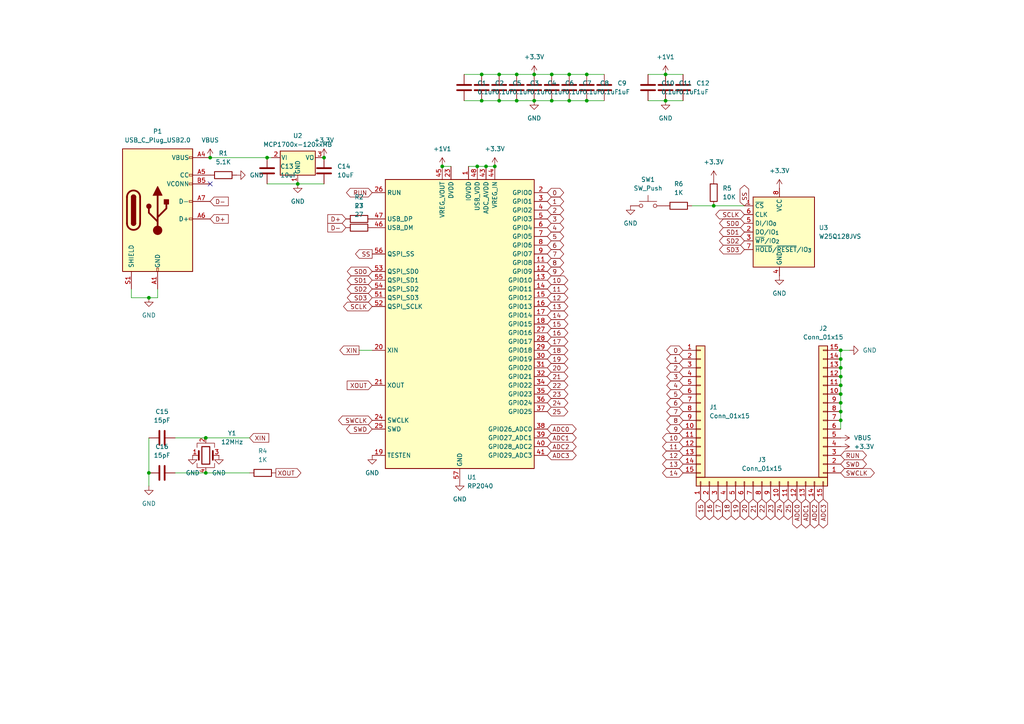
<source format=kicad_sch>
(kicad_sch
	(version 20250114)
	(generator "eeschema")
	(generator_version "9.0")
	(uuid "c99c209a-b0a1-4fd8-aae1-6fe9f95dc533")
	(paper "A4")
	(lib_symbols
		(symbol "Connector:USB_C_Plug_USB2.0"
			(pin_names
				(offset 1.016)
			)
			(exclude_from_sim no)
			(in_bom yes)
			(on_board yes)
			(property "Reference" "P"
				(at -10.16 19.05 0)
				(effects
					(font
						(size 1.27 1.27)
					)
					(justify left)
				)
			)
			(property "Value" "USB_C_Plug_USB2.0"
				(at 12.7 19.05 0)
				(effects
					(font
						(size 1.27 1.27)
					)
					(justify right)
				)
			)
			(property "Footprint" ""
				(at 3.81 0 0)
				(effects
					(font
						(size 1.27 1.27)
					)
					(hide yes)
				)
			)
			(property "Datasheet" "https://www.usb.org/sites/default/files/documents/usb_type-c.zip"
				(at 3.81 0 0)
				(effects
					(font
						(size 1.27 1.27)
					)
					(hide yes)
				)
			)
			(property "Description" "USB 2.0-only Type-C Plug connector"
				(at 0 0 0)
				(effects
					(font
						(size 1.27 1.27)
					)
					(hide yes)
				)
			)
			(property "ki_keywords" "usb universal serial bus type-C USB2.0"
				(at 0 0 0)
				(effects
					(font
						(size 1.27 1.27)
					)
					(hide yes)
				)
			)
			(property "ki_fp_filters" "USB*C*Plug*"
				(at 0 0 0)
				(effects
					(font
						(size 1.27 1.27)
					)
					(hide yes)
				)
			)
			(symbol "USB_C_Plug_USB2.0_0_0"
				(rectangle
					(start -0.254 -17.78)
					(end 0.254 -16.764)
					(stroke
						(width 0)
						(type default)
					)
					(fill
						(type none)
					)
				)
				(rectangle
					(start 10.16 15.494)
					(end 9.144 14.986)
					(stroke
						(width 0)
						(type default)
					)
					(fill
						(type none)
					)
				)
				(rectangle
					(start 10.16 10.414)
					(end 9.144 9.906)
					(stroke
						(width 0)
						(type default)
					)
					(fill
						(type none)
					)
				)
				(rectangle
					(start 10.16 7.874)
					(end 9.144 7.366)
					(stroke
						(width 0)
						(type default)
					)
					(fill
						(type none)
					)
				)
				(rectangle
					(start 10.16 2.794)
					(end 9.144 2.286)
					(stroke
						(width 0)
						(type default)
					)
					(fill
						(type none)
					)
				)
				(rectangle
					(start 10.16 -2.286)
					(end 9.144 -2.794)
					(stroke
						(width 0)
						(type default)
					)
					(fill
						(type none)
					)
				)
			)
			(symbol "USB_C_Plug_USB2.0_0_1"
				(rectangle
					(start -10.16 17.78)
					(end 10.16 -17.78)
					(stroke
						(width 0.254)
						(type default)
					)
					(fill
						(type background)
					)
				)
				(polyline
					(pts
						(xy -8.89 -3.81) (xy -8.89 3.81)
					)
					(stroke
						(width 0.508)
						(type default)
					)
					(fill
						(type none)
					)
				)
				(rectangle
					(start -7.62 -3.81)
					(end -6.35 3.81)
					(stroke
						(width 0.254)
						(type default)
					)
					(fill
						(type outline)
					)
				)
				(arc
					(start -7.62 3.81)
					(mid -6.985 4.4423)
					(end -6.35 3.81)
					(stroke
						(width 0.254)
						(type default)
					)
					(fill
						(type none)
					)
				)
				(arc
					(start -7.62 3.81)
					(mid -6.985 4.4423)
					(end -6.35 3.81)
					(stroke
						(width 0.254)
						(type default)
					)
					(fill
						(type outline)
					)
				)
				(arc
					(start -8.89 3.81)
					(mid -6.985 5.7067)
					(end -5.08 3.81)
					(stroke
						(width 0.508)
						(type default)
					)
					(fill
						(type none)
					)
				)
				(arc
					(start -5.08 -3.81)
					(mid -6.985 -5.7067)
					(end -8.89 -3.81)
					(stroke
						(width 0.508)
						(type default)
					)
					(fill
						(type none)
					)
				)
				(arc
					(start -6.35 -3.81)
					(mid -6.985 -4.4423)
					(end -7.62 -3.81)
					(stroke
						(width 0.254)
						(type default)
					)
					(fill
						(type none)
					)
				)
				(arc
					(start -6.35 -3.81)
					(mid -6.985 -4.4423)
					(end -7.62 -3.81)
					(stroke
						(width 0.254)
						(type default)
					)
					(fill
						(type outline)
					)
				)
				(polyline
					(pts
						(xy -5.08 3.81) (xy -5.08 -3.81)
					)
					(stroke
						(width 0.508)
						(type default)
					)
					(fill
						(type none)
					)
				)
				(circle
					(center -2.54 1.143)
					(radius 0.635)
					(stroke
						(width 0.254)
						(type default)
					)
					(fill
						(type outline)
					)
				)
				(polyline
					(pts
						(xy -1.27 4.318) (xy 0 6.858) (xy 1.27 4.318) (xy -1.27 4.318)
					)
					(stroke
						(width 0.254)
						(type default)
					)
					(fill
						(type outline)
					)
				)
				(polyline
					(pts
						(xy 0 -2.032) (xy 2.54 0.508) (xy 2.54 1.778)
					)
					(stroke
						(width 0.508)
						(type default)
					)
					(fill
						(type none)
					)
				)
				(polyline
					(pts
						(xy 0 -3.302) (xy -2.54 -0.762) (xy -2.54 0.508)
					)
					(stroke
						(width 0.508)
						(type default)
					)
					(fill
						(type none)
					)
				)
				(polyline
					(pts
						(xy 0 -5.842) (xy 0 4.318)
					)
					(stroke
						(width 0.508)
						(type default)
					)
					(fill
						(type none)
					)
				)
				(circle
					(center 0 -5.842)
					(radius 1.27)
					(stroke
						(width 0)
						(type default)
					)
					(fill
						(type outline)
					)
				)
				(rectangle
					(start 1.905 1.778)
					(end 3.175 3.048)
					(stroke
						(width 0.254)
						(type default)
					)
					(fill
						(type outline)
					)
				)
			)
			(symbol "USB_C_Plug_USB2.0_1_1"
				(pin passive line
					(at -7.62 -22.86 90)
					(length 5.08)
					(name "SHIELD"
						(effects
							(font
								(size 1.27 1.27)
							)
						)
					)
					(number "S1"
						(effects
							(font
								(size 1.27 1.27)
							)
						)
					)
				)
				(pin passive line
					(at 0 -22.86 90)
					(length 5.08)
					(name "GND"
						(effects
							(font
								(size 1.27 1.27)
							)
						)
					)
					(number "A1"
						(effects
							(font
								(size 1.27 1.27)
							)
						)
					)
				)
				(pin passive line
					(at 0 -22.86 90)
					(length 5.08)
					(hide yes)
					(name "GND"
						(effects
							(font
								(size 1.27 1.27)
							)
						)
					)
					(number "A12"
						(effects
							(font
								(size 1.27 1.27)
							)
						)
					)
				)
				(pin passive line
					(at 0 -22.86 90)
					(length 5.08)
					(hide yes)
					(name "GND"
						(effects
							(font
								(size 1.27 1.27)
							)
						)
					)
					(number "B1"
						(effects
							(font
								(size 1.27 1.27)
							)
						)
					)
				)
				(pin passive line
					(at 0 -22.86 90)
					(length 5.08)
					(hide yes)
					(name "GND"
						(effects
							(font
								(size 1.27 1.27)
							)
						)
					)
					(number "B12"
						(effects
							(font
								(size 1.27 1.27)
							)
						)
					)
				)
				(pin passive line
					(at 15.24 15.24 180)
					(length 5.08)
					(name "VBUS"
						(effects
							(font
								(size 1.27 1.27)
							)
						)
					)
					(number "A4"
						(effects
							(font
								(size 1.27 1.27)
							)
						)
					)
				)
				(pin passive line
					(at 15.24 15.24 180)
					(length 5.08)
					(hide yes)
					(name "VBUS"
						(effects
							(font
								(size 1.27 1.27)
							)
						)
					)
					(number "A9"
						(effects
							(font
								(size 1.27 1.27)
							)
						)
					)
				)
				(pin passive line
					(at 15.24 15.24 180)
					(length 5.08)
					(hide yes)
					(name "VBUS"
						(effects
							(font
								(size 1.27 1.27)
							)
						)
					)
					(number "B4"
						(effects
							(font
								(size 1.27 1.27)
							)
						)
					)
				)
				(pin passive line
					(at 15.24 15.24 180)
					(length 5.08)
					(hide yes)
					(name "VBUS"
						(effects
							(font
								(size 1.27 1.27)
							)
						)
					)
					(number "B9"
						(effects
							(font
								(size 1.27 1.27)
							)
						)
					)
				)
				(pin bidirectional line
					(at 15.24 10.16 180)
					(length 5.08)
					(name "CC"
						(effects
							(font
								(size 1.27 1.27)
							)
						)
					)
					(number "A5"
						(effects
							(font
								(size 1.27 1.27)
							)
						)
					)
				)
				(pin bidirectional line
					(at 15.24 7.62 180)
					(length 5.08)
					(name "VCONN"
						(effects
							(font
								(size 1.27 1.27)
							)
						)
					)
					(number "B5"
						(effects
							(font
								(size 1.27 1.27)
							)
						)
					)
				)
				(pin bidirectional line
					(at 15.24 2.54 180)
					(length 5.08)
					(name "D-"
						(effects
							(font
								(size 1.27 1.27)
							)
						)
					)
					(number "A7"
						(effects
							(font
								(size 1.27 1.27)
							)
						)
					)
				)
				(pin bidirectional line
					(at 15.24 -2.54 180)
					(length 5.08)
					(name "D+"
						(effects
							(font
								(size 1.27 1.27)
							)
						)
					)
					(number "A6"
						(effects
							(font
								(size 1.27 1.27)
							)
						)
					)
				)
			)
			(embedded_fonts no)
		)
		(symbol "Connector_Generic:Conn_01x15"
			(pin_names
				(offset 1.016)
				(hide yes)
			)
			(exclude_from_sim no)
			(in_bom yes)
			(on_board yes)
			(property "Reference" "J"
				(at 0 20.32 0)
				(effects
					(font
						(size 1.27 1.27)
					)
				)
			)
			(property "Value" "Conn_01x15"
				(at 0 -20.32 0)
				(effects
					(font
						(size 1.27 1.27)
					)
				)
			)
			(property "Footprint" ""
				(at 0 0 0)
				(effects
					(font
						(size 1.27 1.27)
					)
					(hide yes)
				)
			)
			(property "Datasheet" "~"
				(at 0 0 0)
				(effects
					(font
						(size 1.27 1.27)
					)
					(hide yes)
				)
			)
			(property "Description" "Generic connector, single row, 01x15, script generated (kicad-library-utils/schlib/autogen/connector/)"
				(at 0 0 0)
				(effects
					(font
						(size 1.27 1.27)
					)
					(hide yes)
				)
			)
			(property "ki_keywords" "connector"
				(at 0 0 0)
				(effects
					(font
						(size 1.27 1.27)
					)
					(hide yes)
				)
			)
			(property "ki_fp_filters" "Connector*:*_1x??_*"
				(at 0 0 0)
				(effects
					(font
						(size 1.27 1.27)
					)
					(hide yes)
				)
			)
			(symbol "Conn_01x15_1_1"
				(rectangle
					(start -1.27 19.05)
					(end 1.27 -19.05)
					(stroke
						(width 0.254)
						(type default)
					)
					(fill
						(type background)
					)
				)
				(rectangle
					(start -1.27 17.907)
					(end 0 17.653)
					(stroke
						(width 0.1524)
						(type default)
					)
					(fill
						(type none)
					)
				)
				(rectangle
					(start -1.27 15.367)
					(end 0 15.113)
					(stroke
						(width 0.1524)
						(type default)
					)
					(fill
						(type none)
					)
				)
				(rectangle
					(start -1.27 12.827)
					(end 0 12.573)
					(stroke
						(width 0.1524)
						(type default)
					)
					(fill
						(type none)
					)
				)
				(rectangle
					(start -1.27 10.287)
					(end 0 10.033)
					(stroke
						(width 0.1524)
						(type default)
					)
					(fill
						(type none)
					)
				)
				(rectangle
					(start -1.27 7.747)
					(end 0 7.493)
					(stroke
						(width 0.1524)
						(type default)
					)
					(fill
						(type none)
					)
				)
				(rectangle
					(start -1.27 5.207)
					(end 0 4.953)
					(stroke
						(width 0.1524)
						(type default)
					)
					(fill
						(type none)
					)
				)
				(rectangle
					(start -1.27 2.667)
					(end 0 2.413)
					(stroke
						(width 0.1524)
						(type default)
					)
					(fill
						(type none)
					)
				)
				(rectangle
					(start -1.27 0.127)
					(end 0 -0.127)
					(stroke
						(width 0.1524)
						(type default)
					)
					(fill
						(type none)
					)
				)
				(rectangle
					(start -1.27 -2.413)
					(end 0 -2.667)
					(stroke
						(width 0.1524)
						(type default)
					)
					(fill
						(type none)
					)
				)
				(rectangle
					(start -1.27 -4.953)
					(end 0 -5.207)
					(stroke
						(width 0.1524)
						(type default)
					)
					(fill
						(type none)
					)
				)
				(rectangle
					(start -1.27 -7.493)
					(end 0 -7.747)
					(stroke
						(width 0.1524)
						(type default)
					)
					(fill
						(type none)
					)
				)
				(rectangle
					(start -1.27 -10.033)
					(end 0 -10.287)
					(stroke
						(width 0.1524)
						(type default)
					)
					(fill
						(type none)
					)
				)
				(rectangle
					(start -1.27 -12.573)
					(end 0 -12.827)
					(stroke
						(width 0.1524)
						(type default)
					)
					(fill
						(type none)
					)
				)
				(rectangle
					(start -1.27 -15.113)
					(end 0 -15.367)
					(stroke
						(width 0.1524)
						(type default)
					)
					(fill
						(type none)
					)
				)
				(rectangle
					(start -1.27 -17.653)
					(end 0 -17.907)
					(stroke
						(width 0.1524)
						(type default)
					)
					(fill
						(type none)
					)
				)
				(pin passive line
					(at -5.08 17.78 0)
					(length 3.81)
					(name "Pin_1"
						(effects
							(font
								(size 1.27 1.27)
							)
						)
					)
					(number "1"
						(effects
							(font
								(size 1.27 1.27)
							)
						)
					)
				)
				(pin passive line
					(at -5.08 15.24 0)
					(length 3.81)
					(name "Pin_2"
						(effects
							(font
								(size 1.27 1.27)
							)
						)
					)
					(number "2"
						(effects
							(font
								(size 1.27 1.27)
							)
						)
					)
				)
				(pin passive line
					(at -5.08 12.7 0)
					(length 3.81)
					(name "Pin_3"
						(effects
							(font
								(size 1.27 1.27)
							)
						)
					)
					(number "3"
						(effects
							(font
								(size 1.27 1.27)
							)
						)
					)
				)
				(pin passive line
					(at -5.08 10.16 0)
					(length 3.81)
					(name "Pin_4"
						(effects
							(font
								(size 1.27 1.27)
							)
						)
					)
					(number "4"
						(effects
							(font
								(size 1.27 1.27)
							)
						)
					)
				)
				(pin passive line
					(at -5.08 7.62 0)
					(length 3.81)
					(name "Pin_5"
						(effects
							(font
								(size 1.27 1.27)
							)
						)
					)
					(number "5"
						(effects
							(font
								(size 1.27 1.27)
							)
						)
					)
				)
				(pin passive line
					(at -5.08 5.08 0)
					(length 3.81)
					(name "Pin_6"
						(effects
							(font
								(size 1.27 1.27)
							)
						)
					)
					(number "6"
						(effects
							(font
								(size 1.27 1.27)
							)
						)
					)
				)
				(pin passive line
					(at -5.08 2.54 0)
					(length 3.81)
					(name "Pin_7"
						(effects
							(font
								(size 1.27 1.27)
							)
						)
					)
					(number "7"
						(effects
							(font
								(size 1.27 1.27)
							)
						)
					)
				)
				(pin passive line
					(at -5.08 0 0)
					(length 3.81)
					(name "Pin_8"
						(effects
							(font
								(size 1.27 1.27)
							)
						)
					)
					(number "8"
						(effects
							(font
								(size 1.27 1.27)
							)
						)
					)
				)
				(pin passive line
					(at -5.08 -2.54 0)
					(length 3.81)
					(name "Pin_9"
						(effects
							(font
								(size 1.27 1.27)
							)
						)
					)
					(number "9"
						(effects
							(font
								(size 1.27 1.27)
							)
						)
					)
				)
				(pin passive line
					(at -5.08 -5.08 0)
					(length 3.81)
					(name "Pin_10"
						(effects
							(font
								(size 1.27 1.27)
							)
						)
					)
					(number "10"
						(effects
							(font
								(size 1.27 1.27)
							)
						)
					)
				)
				(pin passive line
					(at -5.08 -7.62 0)
					(length 3.81)
					(name "Pin_11"
						(effects
							(font
								(size 1.27 1.27)
							)
						)
					)
					(number "11"
						(effects
							(font
								(size 1.27 1.27)
							)
						)
					)
				)
				(pin passive line
					(at -5.08 -10.16 0)
					(length 3.81)
					(name "Pin_12"
						(effects
							(font
								(size 1.27 1.27)
							)
						)
					)
					(number "12"
						(effects
							(font
								(size 1.27 1.27)
							)
						)
					)
				)
				(pin passive line
					(at -5.08 -12.7 0)
					(length 3.81)
					(name "Pin_13"
						(effects
							(font
								(size 1.27 1.27)
							)
						)
					)
					(number "13"
						(effects
							(font
								(size 1.27 1.27)
							)
						)
					)
				)
				(pin passive line
					(at -5.08 -15.24 0)
					(length 3.81)
					(name "Pin_14"
						(effects
							(font
								(size 1.27 1.27)
							)
						)
					)
					(number "14"
						(effects
							(font
								(size 1.27 1.27)
							)
						)
					)
				)
				(pin passive line
					(at -5.08 -17.78 0)
					(length 3.81)
					(name "Pin_15"
						(effects
							(font
								(size 1.27 1.27)
							)
						)
					)
					(number "15"
						(effects
							(font
								(size 1.27 1.27)
							)
						)
					)
				)
			)
			(embedded_fonts no)
		)
		(symbol "Device:C"
			(pin_numbers
				(hide yes)
			)
			(pin_names
				(offset 0.254)
			)
			(exclude_from_sim no)
			(in_bom yes)
			(on_board yes)
			(property "Reference" "C"
				(at 0.635 2.54 0)
				(effects
					(font
						(size 1.27 1.27)
					)
					(justify left)
				)
			)
			(property "Value" "C"
				(at 0.635 -2.54 0)
				(effects
					(font
						(size 1.27 1.27)
					)
					(justify left)
				)
			)
			(property "Footprint" ""
				(at 0.9652 -3.81 0)
				(effects
					(font
						(size 1.27 1.27)
					)
					(hide yes)
				)
			)
			(property "Datasheet" "~"
				(at 0 0 0)
				(effects
					(font
						(size 1.27 1.27)
					)
					(hide yes)
				)
			)
			(property "Description" "Unpolarized capacitor"
				(at 0 0 0)
				(effects
					(font
						(size 1.27 1.27)
					)
					(hide yes)
				)
			)
			(property "ki_keywords" "cap capacitor"
				(at 0 0 0)
				(effects
					(font
						(size 1.27 1.27)
					)
					(hide yes)
				)
			)
			(property "ki_fp_filters" "C_*"
				(at 0 0 0)
				(effects
					(font
						(size 1.27 1.27)
					)
					(hide yes)
				)
			)
			(symbol "C_0_1"
				(polyline
					(pts
						(xy -2.032 0.762) (xy 2.032 0.762)
					)
					(stroke
						(width 0.508)
						(type default)
					)
					(fill
						(type none)
					)
				)
				(polyline
					(pts
						(xy -2.032 -0.762) (xy 2.032 -0.762)
					)
					(stroke
						(width 0.508)
						(type default)
					)
					(fill
						(type none)
					)
				)
			)
			(symbol "C_1_1"
				(pin passive line
					(at 0 3.81 270)
					(length 2.794)
					(name "~"
						(effects
							(font
								(size 1.27 1.27)
							)
						)
					)
					(number "1"
						(effects
							(font
								(size 1.27 1.27)
							)
						)
					)
				)
				(pin passive line
					(at 0 -3.81 90)
					(length 2.794)
					(name "~"
						(effects
							(font
								(size 1.27 1.27)
							)
						)
					)
					(number "2"
						(effects
							(font
								(size 1.27 1.27)
							)
						)
					)
				)
			)
			(embedded_fonts no)
		)
		(symbol "Device:Crystal_GND24"
			(pin_names
				(offset 1.016)
				(hide yes)
			)
			(exclude_from_sim no)
			(in_bom yes)
			(on_board yes)
			(property "Reference" "Y"
				(at 3.175 5.08 0)
				(effects
					(font
						(size 1.27 1.27)
					)
					(justify left)
				)
			)
			(property "Value" "Crystal_GND24"
				(at 3.175 3.175 0)
				(effects
					(font
						(size 1.27 1.27)
					)
					(justify left)
				)
			)
			(property "Footprint" ""
				(at 0 0 0)
				(effects
					(font
						(size 1.27 1.27)
					)
					(hide yes)
				)
			)
			(property "Datasheet" "~"
				(at 0 0 0)
				(effects
					(font
						(size 1.27 1.27)
					)
					(hide yes)
				)
			)
			(property "Description" "Four pin crystal, GND on pins 2 and 4"
				(at 0 0 0)
				(effects
					(font
						(size 1.27 1.27)
					)
					(hide yes)
				)
			)
			(property "ki_keywords" "quartz ceramic resonator oscillator"
				(at 0 0 0)
				(effects
					(font
						(size 1.27 1.27)
					)
					(hide yes)
				)
			)
			(property "ki_fp_filters" "Crystal*"
				(at 0 0 0)
				(effects
					(font
						(size 1.27 1.27)
					)
					(hide yes)
				)
			)
			(symbol "Crystal_GND24_0_1"
				(polyline
					(pts
						(xy -2.54 2.286) (xy -2.54 3.556) (xy 2.54 3.556) (xy 2.54 2.286)
					)
					(stroke
						(width 0)
						(type default)
					)
					(fill
						(type none)
					)
				)
				(polyline
					(pts
						(xy -2.54 0) (xy -2.032 0)
					)
					(stroke
						(width 0)
						(type default)
					)
					(fill
						(type none)
					)
				)
				(polyline
					(pts
						(xy -2.54 -2.286) (xy -2.54 -3.556) (xy 2.54 -3.556) (xy 2.54 -2.286)
					)
					(stroke
						(width 0)
						(type default)
					)
					(fill
						(type none)
					)
				)
				(polyline
					(pts
						(xy -2.032 -1.27) (xy -2.032 1.27)
					)
					(stroke
						(width 0.508)
						(type default)
					)
					(fill
						(type none)
					)
				)
				(rectangle
					(start -1.143 2.54)
					(end 1.143 -2.54)
					(stroke
						(width 0.3048)
						(type default)
					)
					(fill
						(type none)
					)
				)
				(polyline
					(pts
						(xy 0 3.556) (xy 0 3.81)
					)
					(stroke
						(width 0)
						(type default)
					)
					(fill
						(type none)
					)
				)
				(polyline
					(pts
						(xy 0 -3.81) (xy 0 -3.556)
					)
					(stroke
						(width 0)
						(type default)
					)
					(fill
						(type none)
					)
				)
				(polyline
					(pts
						(xy 2.032 0) (xy 2.54 0)
					)
					(stroke
						(width 0)
						(type default)
					)
					(fill
						(type none)
					)
				)
				(polyline
					(pts
						(xy 2.032 -1.27) (xy 2.032 1.27)
					)
					(stroke
						(width 0.508)
						(type default)
					)
					(fill
						(type none)
					)
				)
			)
			(symbol "Crystal_GND24_1_1"
				(pin passive line
					(at -3.81 0 0)
					(length 1.27)
					(name "1"
						(effects
							(font
								(size 1.27 1.27)
							)
						)
					)
					(number "1"
						(effects
							(font
								(size 1.27 1.27)
							)
						)
					)
				)
				(pin passive line
					(at 0 5.08 270)
					(length 1.27)
					(name "2"
						(effects
							(font
								(size 1.27 1.27)
							)
						)
					)
					(number "2"
						(effects
							(font
								(size 1.27 1.27)
							)
						)
					)
				)
				(pin passive line
					(at 0 -5.08 90)
					(length 1.27)
					(name "4"
						(effects
							(font
								(size 1.27 1.27)
							)
						)
					)
					(number "4"
						(effects
							(font
								(size 1.27 1.27)
							)
						)
					)
				)
				(pin passive line
					(at 3.81 0 180)
					(length 1.27)
					(name "3"
						(effects
							(font
								(size 1.27 1.27)
							)
						)
					)
					(number "3"
						(effects
							(font
								(size 1.27 1.27)
							)
						)
					)
				)
			)
			(embedded_fonts no)
		)
		(symbol "Device:R"
			(pin_numbers
				(hide yes)
			)
			(pin_names
				(offset 0)
			)
			(exclude_from_sim no)
			(in_bom yes)
			(on_board yes)
			(property "Reference" "R"
				(at 2.032 0 90)
				(effects
					(font
						(size 1.27 1.27)
					)
				)
			)
			(property "Value" "R"
				(at 0 0 90)
				(effects
					(font
						(size 1.27 1.27)
					)
				)
			)
			(property "Footprint" ""
				(at -1.778 0 90)
				(effects
					(font
						(size 1.27 1.27)
					)
					(hide yes)
				)
			)
			(property "Datasheet" "~"
				(at 0 0 0)
				(effects
					(font
						(size 1.27 1.27)
					)
					(hide yes)
				)
			)
			(property "Description" "Resistor"
				(at 0 0 0)
				(effects
					(font
						(size 1.27 1.27)
					)
					(hide yes)
				)
			)
			(property "ki_keywords" "R res resistor"
				(at 0 0 0)
				(effects
					(font
						(size 1.27 1.27)
					)
					(hide yes)
				)
			)
			(property "ki_fp_filters" "R_*"
				(at 0 0 0)
				(effects
					(font
						(size 1.27 1.27)
					)
					(hide yes)
				)
			)
			(symbol "R_0_1"
				(rectangle
					(start -1.016 -2.54)
					(end 1.016 2.54)
					(stroke
						(width 0.254)
						(type default)
					)
					(fill
						(type none)
					)
				)
			)
			(symbol "R_1_1"
				(pin passive line
					(at 0 3.81 270)
					(length 1.27)
					(name "~"
						(effects
							(font
								(size 1.27 1.27)
							)
						)
					)
					(number "1"
						(effects
							(font
								(size 1.27 1.27)
							)
						)
					)
				)
				(pin passive line
					(at 0 -3.81 90)
					(length 1.27)
					(name "~"
						(effects
							(font
								(size 1.27 1.27)
							)
						)
					)
					(number "2"
						(effects
							(font
								(size 1.27 1.27)
							)
						)
					)
				)
			)
			(embedded_fonts no)
		)
		(symbol "MCU_RaspberryPi:RP2040"
			(exclude_from_sim no)
			(in_bom yes)
			(on_board yes)
			(property "Reference" "U"
				(at 17.78 45.72 0)
				(effects
					(font
						(size 1.27 1.27)
					)
				)
			)
			(property "Value" "RP2040"
				(at 17.78 43.18 0)
				(effects
					(font
						(size 1.27 1.27)
					)
				)
			)
			(property "Footprint" "Package_DFN_QFN:QFN-56-1EP_7x7mm_P0.4mm_EP3.2x3.2mm"
				(at 0 0 0)
				(effects
					(font
						(size 1.27 1.27)
					)
					(hide yes)
				)
			)
			(property "Datasheet" "https://datasheets.raspberrypi.com/rp2040/rp2040-datasheet.pdf"
				(at 0 0 0)
				(effects
					(font
						(size 1.27 1.27)
					)
					(hide yes)
				)
			)
			(property "Description" "A microcontroller by Raspberry Pi"
				(at 0 0 0)
				(effects
					(font
						(size 1.27 1.27)
					)
					(hide yes)
				)
			)
			(property "ki_keywords" "RP2040 ARM Cortex-M0+ USB"
				(at 0 0 0)
				(effects
					(font
						(size 1.27 1.27)
					)
					(hide yes)
				)
			)
			(property "ki_fp_filters" "QFN*1EP*7x7mm?P0.4mm*"
				(at 0 0 0)
				(effects
					(font
						(size 1.27 1.27)
					)
					(hide yes)
				)
			)
			(symbol "RP2040_0_1"
				(rectangle
					(start -21.59 41.91)
					(end 21.59 -41.91)
					(stroke
						(width 0.254)
						(type default)
					)
					(fill
						(type background)
					)
				)
			)
			(symbol "RP2040_1_1"
				(pin input line
					(at -25.4 38.1 0)
					(length 3.81)
					(name "RUN"
						(effects
							(font
								(size 1.27 1.27)
							)
						)
					)
					(number "26"
						(effects
							(font
								(size 1.27 1.27)
							)
						)
					)
				)
				(pin bidirectional line
					(at -25.4 30.48 0)
					(length 3.81)
					(name "USB_DP"
						(effects
							(font
								(size 1.27 1.27)
							)
						)
					)
					(number "47"
						(effects
							(font
								(size 1.27 1.27)
							)
						)
					)
				)
				(pin bidirectional line
					(at -25.4 27.94 0)
					(length 3.81)
					(name "USB_DM"
						(effects
							(font
								(size 1.27 1.27)
							)
						)
					)
					(number "46"
						(effects
							(font
								(size 1.27 1.27)
							)
						)
					)
				)
				(pin bidirectional line
					(at -25.4 20.32 0)
					(length 3.81)
					(name "QSPI_SS"
						(effects
							(font
								(size 1.27 1.27)
							)
						)
					)
					(number "56"
						(effects
							(font
								(size 1.27 1.27)
							)
						)
					)
				)
				(pin bidirectional line
					(at -25.4 15.24 0)
					(length 3.81)
					(name "QSPI_SD0"
						(effects
							(font
								(size 1.27 1.27)
							)
						)
					)
					(number "53"
						(effects
							(font
								(size 1.27 1.27)
							)
						)
					)
				)
				(pin bidirectional line
					(at -25.4 12.7 0)
					(length 3.81)
					(name "QSPI_SD1"
						(effects
							(font
								(size 1.27 1.27)
							)
						)
					)
					(number "55"
						(effects
							(font
								(size 1.27 1.27)
							)
						)
					)
				)
				(pin bidirectional line
					(at -25.4 10.16 0)
					(length 3.81)
					(name "QSPI_SD2"
						(effects
							(font
								(size 1.27 1.27)
							)
						)
					)
					(number "54"
						(effects
							(font
								(size 1.27 1.27)
							)
						)
					)
				)
				(pin bidirectional line
					(at -25.4 7.62 0)
					(length 3.81)
					(name "QSPI_SD3"
						(effects
							(font
								(size 1.27 1.27)
							)
						)
					)
					(number "51"
						(effects
							(font
								(size 1.27 1.27)
							)
						)
					)
				)
				(pin output line
					(at -25.4 5.08 0)
					(length 3.81)
					(name "QSPI_SCLK"
						(effects
							(font
								(size 1.27 1.27)
							)
						)
					)
					(number "52"
						(effects
							(font
								(size 1.27 1.27)
							)
						)
					)
				)
				(pin input line
					(at -25.4 -7.62 0)
					(length 3.81)
					(name "XIN"
						(effects
							(font
								(size 1.27 1.27)
							)
						)
					)
					(number "20"
						(effects
							(font
								(size 1.27 1.27)
							)
						)
					)
				)
				(pin passive line
					(at -25.4 -17.78 0)
					(length 3.81)
					(name "XOUT"
						(effects
							(font
								(size 1.27 1.27)
							)
						)
					)
					(number "21"
						(effects
							(font
								(size 1.27 1.27)
							)
						)
					)
				)
				(pin input line
					(at -25.4 -27.94 0)
					(length 3.81)
					(name "SWCLK"
						(effects
							(font
								(size 1.27 1.27)
							)
						)
					)
					(number "24"
						(effects
							(font
								(size 1.27 1.27)
							)
						)
					)
				)
				(pin bidirectional line
					(at -25.4 -30.48 0)
					(length 3.81)
					(name "SWD"
						(effects
							(font
								(size 1.27 1.27)
							)
						)
					)
					(number "25"
						(effects
							(font
								(size 1.27 1.27)
							)
						)
					)
				)
				(pin input line
					(at -25.4 -38.1 0)
					(length 3.81)
					(name "TESTEN"
						(effects
							(font
								(size 1.27 1.27)
							)
						)
					)
					(number "19"
						(effects
							(font
								(size 1.27 1.27)
							)
						)
					)
				)
				(pin power_out line
					(at -5.08 45.72 270)
					(length 3.81)
					(name "VREG_VOUT"
						(effects
							(font
								(size 1.27 1.27)
							)
						)
					)
					(number "45"
						(effects
							(font
								(size 1.27 1.27)
							)
						)
					)
				)
				(pin power_in line
					(at -2.54 45.72 270)
					(length 3.81)
					(name "DVDD"
						(effects
							(font
								(size 1.27 1.27)
							)
						)
					)
					(number "23"
						(effects
							(font
								(size 1.27 1.27)
							)
						)
					)
				)
				(pin passive line
					(at -2.54 45.72 270)
					(length 3.81)
					(hide yes)
					(name "DVDD"
						(effects
							(font
								(size 1.27 1.27)
							)
						)
					)
					(number "50"
						(effects
							(font
								(size 1.27 1.27)
							)
						)
					)
				)
				(pin power_in line
					(at 0 -45.72 90)
					(length 3.81)
					(name "GND"
						(effects
							(font
								(size 1.27 1.27)
							)
						)
					)
					(number "57"
						(effects
							(font
								(size 1.27 1.27)
							)
						)
					)
				)
				(pin power_in line
					(at 2.54 45.72 270)
					(length 3.81)
					(name "IOVDD"
						(effects
							(font
								(size 1.27 1.27)
							)
						)
					)
					(number "1"
						(effects
							(font
								(size 1.27 1.27)
							)
						)
					)
				)
				(pin passive line
					(at 2.54 45.72 270)
					(length 3.81)
					(hide yes)
					(name "IOVDD"
						(effects
							(font
								(size 1.27 1.27)
							)
						)
					)
					(number "10"
						(effects
							(font
								(size 1.27 1.27)
							)
						)
					)
				)
				(pin passive line
					(at 2.54 45.72 270)
					(length 3.81)
					(hide yes)
					(name "IOVDD"
						(effects
							(font
								(size 1.27 1.27)
							)
						)
					)
					(number "22"
						(effects
							(font
								(size 1.27 1.27)
							)
						)
					)
				)
				(pin passive line
					(at 2.54 45.72 270)
					(length 3.81)
					(hide yes)
					(name "IOVDD"
						(effects
							(font
								(size 1.27 1.27)
							)
						)
					)
					(number "33"
						(effects
							(font
								(size 1.27 1.27)
							)
						)
					)
				)
				(pin passive line
					(at 2.54 45.72 270)
					(length 3.81)
					(hide yes)
					(name "IOVDD"
						(effects
							(font
								(size 1.27 1.27)
							)
						)
					)
					(number "42"
						(effects
							(font
								(size 1.27 1.27)
							)
						)
					)
				)
				(pin passive line
					(at 2.54 45.72 270)
					(length 3.81)
					(hide yes)
					(name "IOVDD"
						(effects
							(font
								(size 1.27 1.27)
							)
						)
					)
					(number "49"
						(effects
							(font
								(size 1.27 1.27)
							)
						)
					)
				)
				(pin power_in line
					(at 5.08 45.72 270)
					(length 3.81)
					(name "USB_VDD"
						(effects
							(font
								(size 1.27 1.27)
							)
						)
					)
					(number "48"
						(effects
							(font
								(size 1.27 1.27)
							)
						)
					)
				)
				(pin power_in line
					(at 7.62 45.72 270)
					(length 3.81)
					(name "ADC_AVDD"
						(effects
							(font
								(size 1.27 1.27)
							)
						)
					)
					(number "43"
						(effects
							(font
								(size 1.27 1.27)
							)
						)
					)
				)
				(pin power_in line
					(at 10.16 45.72 270)
					(length 3.81)
					(name "VREG_IN"
						(effects
							(font
								(size 1.27 1.27)
							)
						)
					)
					(number "44"
						(effects
							(font
								(size 1.27 1.27)
							)
						)
					)
				)
				(pin bidirectional line
					(at 25.4 38.1 180)
					(length 3.81)
					(name "GPIO0"
						(effects
							(font
								(size 1.27 1.27)
							)
						)
					)
					(number "2"
						(effects
							(font
								(size 1.27 1.27)
							)
						)
					)
				)
				(pin bidirectional line
					(at 25.4 35.56 180)
					(length 3.81)
					(name "GPIO1"
						(effects
							(font
								(size 1.27 1.27)
							)
						)
					)
					(number "3"
						(effects
							(font
								(size 1.27 1.27)
							)
						)
					)
				)
				(pin bidirectional line
					(at 25.4 33.02 180)
					(length 3.81)
					(name "GPIO2"
						(effects
							(font
								(size 1.27 1.27)
							)
						)
					)
					(number "4"
						(effects
							(font
								(size 1.27 1.27)
							)
						)
					)
				)
				(pin bidirectional line
					(at 25.4 30.48 180)
					(length 3.81)
					(name "GPIO3"
						(effects
							(font
								(size 1.27 1.27)
							)
						)
					)
					(number "5"
						(effects
							(font
								(size 1.27 1.27)
							)
						)
					)
				)
				(pin bidirectional line
					(at 25.4 27.94 180)
					(length 3.81)
					(name "GPIO4"
						(effects
							(font
								(size 1.27 1.27)
							)
						)
					)
					(number "6"
						(effects
							(font
								(size 1.27 1.27)
							)
						)
					)
				)
				(pin bidirectional line
					(at 25.4 25.4 180)
					(length 3.81)
					(name "GPIO5"
						(effects
							(font
								(size 1.27 1.27)
							)
						)
					)
					(number "7"
						(effects
							(font
								(size 1.27 1.27)
							)
						)
					)
				)
				(pin bidirectional line
					(at 25.4 22.86 180)
					(length 3.81)
					(name "GPIO6"
						(effects
							(font
								(size 1.27 1.27)
							)
						)
					)
					(number "8"
						(effects
							(font
								(size 1.27 1.27)
							)
						)
					)
				)
				(pin bidirectional line
					(at 25.4 20.32 180)
					(length 3.81)
					(name "GPIO7"
						(effects
							(font
								(size 1.27 1.27)
							)
						)
					)
					(number "9"
						(effects
							(font
								(size 1.27 1.27)
							)
						)
					)
				)
				(pin bidirectional line
					(at 25.4 17.78 180)
					(length 3.81)
					(name "GPIO8"
						(effects
							(font
								(size 1.27 1.27)
							)
						)
					)
					(number "11"
						(effects
							(font
								(size 1.27 1.27)
							)
						)
					)
				)
				(pin bidirectional line
					(at 25.4 15.24 180)
					(length 3.81)
					(name "GPIO9"
						(effects
							(font
								(size 1.27 1.27)
							)
						)
					)
					(number "12"
						(effects
							(font
								(size 1.27 1.27)
							)
						)
					)
				)
				(pin bidirectional line
					(at 25.4 12.7 180)
					(length 3.81)
					(name "GPIO10"
						(effects
							(font
								(size 1.27 1.27)
							)
						)
					)
					(number "13"
						(effects
							(font
								(size 1.27 1.27)
							)
						)
					)
				)
				(pin bidirectional line
					(at 25.4 10.16 180)
					(length 3.81)
					(name "GPIO11"
						(effects
							(font
								(size 1.27 1.27)
							)
						)
					)
					(number "14"
						(effects
							(font
								(size 1.27 1.27)
							)
						)
					)
				)
				(pin bidirectional line
					(at 25.4 7.62 180)
					(length 3.81)
					(name "GPIO12"
						(effects
							(font
								(size 1.27 1.27)
							)
						)
					)
					(number "15"
						(effects
							(font
								(size 1.27 1.27)
							)
						)
					)
				)
				(pin bidirectional line
					(at 25.4 5.08 180)
					(length 3.81)
					(name "GPIO13"
						(effects
							(font
								(size 1.27 1.27)
							)
						)
					)
					(number "16"
						(effects
							(font
								(size 1.27 1.27)
							)
						)
					)
				)
				(pin bidirectional line
					(at 25.4 2.54 180)
					(length 3.81)
					(name "GPIO14"
						(effects
							(font
								(size 1.27 1.27)
							)
						)
					)
					(number "17"
						(effects
							(font
								(size 1.27 1.27)
							)
						)
					)
				)
				(pin bidirectional line
					(at 25.4 0 180)
					(length 3.81)
					(name "GPIO15"
						(effects
							(font
								(size 1.27 1.27)
							)
						)
					)
					(number "18"
						(effects
							(font
								(size 1.27 1.27)
							)
						)
					)
				)
				(pin bidirectional line
					(at 25.4 -2.54 180)
					(length 3.81)
					(name "GPIO16"
						(effects
							(font
								(size 1.27 1.27)
							)
						)
					)
					(number "27"
						(effects
							(font
								(size 1.27 1.27)
							)
						)
					)
				)
				(pin bidirectional line
					(at 25.4 -5.08 180)
					(length 3.81)
					(name "GPIO17"
						(effects
							(font
								(size 1.27 1.27)
							)
						)
					)
					(number "28"
						(effects
							(font
								(size 1.27 1.27)
							)
						)
					)
				)
				(pin bidirectional line
					(at 25.4 -7.62 180)
					(length 3.81)
					(name "GPIO18"
						(effects
							(font
								(size 1.27 1.27)
							)
						)
					)
					(number "29"
						(effects
							(font
								(size 1.27 1.27)
							)
						)
					)
				)
				(pin bidirectional line
					(at 25.4 -10.16 180)
					(length 3.81)
					(name "GPIO19"
						(effects
							(font
								(size 1.27 1.27)
							)
						)
					)
					(number "30"
						(effects
							(font
								(size 1.27 1.27)
							)
						)
					)
				)
				(pin bidirectional line
					(at 25.4 -12.7 180)
					(length 3.81)
					(name "GPIO20"
						(effects
							(font
								(size 1.27 1.27)
							)
						)
					)
					(number "31"
						(effects
							(font
								(size 1.27 1.27)
							)
						)
					)
				)
				(pin bidirectional line
					(at 25.4 -15.24 180)
					(length 3.81)
					(name "GPIO21"
						(effects
							(font
								(size 1.27 1.27)
							)
						)
					)
					(number "32"
						(effects
							(font
								(size 1.27 1.27)
							)
						)
					)
				)
				(pin bidirectional line
					(at 25.4 -17.78 180)
					(length 3.81)
					(name "GPIO22"
						(effects
							(font
								(size 1.27 1.27)
							)
						)
					)
					(number "34"
						(effects
							(font
								(size 1.27 1.27)
							)
						)
					)
				)
				(pin bidirectional line
					(at 25.4 -20.32 180)
					(length 3.81)
					(name "GPIO23"
						(effects
							(font
								(size 1.27 1.27)
							)
						)
					)
					(number "35"
						(effects
							(font
								(size 1.27 1.27)
							)
						)
					)
				)
				(pin bidirectional line
					(at 25.4 -22.86 180)
					(length 3.81)
					(name "GPIO24"
						(effects
							(font
								(size 1.27 1.27)
							)
						)
					)
					(number "36"
						(effects
							(font
								(size 1.27 1.27)
							)
						)
					)
				)
				(pin bidirectional line
					(at 25.4 -25.4 180)
					(length 3.81)
					(name "GPIO25"
						(effects
							(font
								(size 1.27 1.27)
							)
						)
					)
					(number "37"
						(effects
							(font
								(size 1.27 1.27)
							)
						)
					)
				)
				(pin bidirectional line
					(at 25.4 -30.48 180)
					(length 3.81)
					(name "GPIO26_ADC0"
						(effects
							(font
								(size 1.27 1.27)
							)
						)
					)
					(number "38"
						(effects
							(font
								(size 1.27 1.27)
							)
						)
					)
				)
				(pin bidirectional line
					(at 25.4 -33.02 180)
					(length 3.81)
					(name "GPIO27_ADC1"
						(effects
							(font
								(size 1.27 1.27)
							)
						)
					)
					(number "39"
						(effects
							(font
								(size 1.27 1.27)
							)
						)
					)
				)
				(pin bidirectional line
					(at 25.4 -35.56 180)
					(length 3.81)
					(name "GPIO28_ADC2"
						(effects
							(font
								(size 1.27 1.27)
							)
						)
					)
					(number "40"
						(effects
							(font
								(size 1.27 1.27)
							)
						)
					)
				)
				(pin bidirectional line
					(at 25.4 -38.1 180)
					(length 3.81)
					(name "GPIO29_ADC3"
						(effects
							(font
								(size 1.27 1.27)
							)
						)
					)
					(number "41"
						(effects
							(font
								(size 1.27 1.27)
							)
						)
					)
				)
			)
			(embedded_fonts no)
		)
		(symbol "Memory_Flash:W25Q128JVS"
			(exclude_from_sim no)
			(in_bom yes)
			(on_board yes)
			(property "Reference" "U"
				(at -6.35 11.43 0)
				(effects
					(font
						(size 1.27 1.27)
					)
				)
			)
			(property "Value" "W25Q128JVS"
				(at 7.62 11.43 0)
				(effects
					(font
						(size 1.27 1.27)
					)
				)
			)
			(property "Footprint" "Package_SO:SOIC-8_5.3x5.3mm_P1.27mm"
				(at 0 22.86 0)
				(effects
					(font
						(size 1.27 1.27)
					)
					(hide yes)
				)
			)
			(property "Datasheet" "https://www.winbond.com/resource-files/w25q128jv_dtr%20revc%2003272018%20plus.pdf"
				(at 0 25.4 0)
				(effects
					(font
						(size 1.27 1.27)
					)
					(hide yes)
				)
			)
			(property "Description" "128Mbit / 16MiB Serial Flash Memory, Standard/Dual/Quad SPI, 2.7-3.6V, SOIC-8"
				(at 0 27.94 0)
				(effects
					(font
						(size 1.27 1.27)
					)
					(hide yes)
				)
			)
			(property "ki_keywords" "flash memory SPI QPI DTR"
				(at 0 0 0)
				(effects
					(font
						(size 1.27 1.27)
					)
					(hide yes)
				)
			)
			(property "ki_fp_filters" "*SOIC*5.3x5.3mm*P1.27mm*"
				(at 0 0 0)
				(effects
					(font
						(size 1.27 1.27)
					)
					(hide yes)
				)
			)
			(symbol "W25Q128JVS_0_1"
				(rectangle
					(start -7.62 10.16)
					(end 10.16 -10.16)
					(stroke
						(width 0.254)
						(type default)
					)
					(fill
						(type background)
					)
				)
			)
			(symbol "W25Q128JVS_1_1"
				(pin input line
					(at -10.16 7.62 0)
					(length 2.54)
					(name "~{CS}"
						(effects
							(font
								(size 1.27 1.27)
							)
						)
					)
					(number "1"
						(effects
							(font
								(size 1.27 1.27)
							)
						)
					)
				)
				(pin input line
					(at -10.16 5.08 0)
					(length 2.54)
					(name "CLK"
						(effects
							(font
								(size 1.27 1.27)
							)
						)
					)
					(number "6"
						(effects
							(font
								(size 1.27 1.27)
							)
						)
					)
				)
				(pin bidirectional line
					(at -10.16 2.54 0)
					(length 2.54)
					(name "DI/IO_{0}"
						(effects
							(font
								(size 1.27 1.27)
							)
						)
					)
					(number "5"
						(effects
							(font
								(size 1.27 1.27)
							)
						)
					)
				)
				(pin bidirectional line
					(at -10.16 0 0)
					(length 2.54)
					(name "DO/IO_{1}"
						(effects
							(font
								(size 1.27 1.27)
							)
						)
					)
					(number "2"
						(effects
							(font
								(size 1.27 1.27)
							)
						)
					)
				)
				(pin bidirectional line
					(at -10.16 -2.54 0)
					(length 2.54)
					(name "~{WP}/IO_{2}"
						(effects
							(font
								(size 1.27 1.27)
							)
						)
					)
					(number "3"
						(effects
							(font
								(size 1.27 1.27)
							)
						)
					)
				)
				(pin bidirectional line
					(at -10.16 -5.08 0)
					(length 2.54)
					(name "~{HOLD}/~{RESET}/IO_{3}"
						(effects
							(font
								(size 1.27 1.27)
							)
						)
					)
					(number "7"
						(effects
							(font
								(size 1.27 1.27)
							)
						)
					)
				)
				(pin power_in line
					(at 0 12.7 270)
					(length 2.54)
					(name "VCC"
						(effects
							(font
								(size 1.27 1.27)
							)
						)
					)
					(number "8"
						(effects
							(font
								(size 1.27 1.27)
							)
						)
					)
				)
				(pin power_in line
					(at 0 -12.7 90)
					(length 2.54)
					(name "GND"
						(effects
							(font
								(size 1.27 1.27)
							)
						)
					)
					(number "4"
						(effects
							(font
								(size 1.27 1.27)
							)
						)
					)
				)
			)
			(embedded_fonts no)
		)
		(symbol "Regulator_Linear:MCP1700x-120xxMB"
			(pin_names
				(offset 0.254)
			)
			(exclude_from_sim no)
			(in_bom yes)
			(on_board yes)
			(property "Reference" "U"
				(at -3.81 3.175 0)
				(effects
					(font
						(size 1.27 1.27)
					)
				)
			)
			(property "Value" "MCP1700x-120xxMB"
				(at 0 3.175 0)
				(effects
					(font
						(size 1.27 1.27)
					)
					(justify left)
				)
			)
			(property "Footprint" "Package_TO_SOT_SMD:SOT-89-3"
				(at 0 5.08 0)
				(effects
					(font
						(size 1.27 1.27)
					)
					(hide yes)
				)
			)
			(property "Datasheet" "http://ww1.microchip.com/downloads/en/DeviceDoc/20001826D.pdf"
				(at 0 -1.27 0)
				(effects
					(font
						(size 1.27 1.27)
					)
					(hide yes)
				)
			)
			(property "Description" "250mA Low Quiscent Current LDO, 1.2V output, SOT-89"
				(at 0 0 0)
				(effects
					(font
						(size 1.27 1.27)
					)
					(hide yes)
				)
			)
			(property "ki_keywords" "regulator linear ldo"
				(at 0 0 0)
				(effects
					(font
						(size 1.27 1.27)
					)
					(hide yes)
				)
			)
			(property "ki_fp_filters" "SOT?89*"
				(at 0 0 0)
				(effects
					(font
						(size 1.27 1.27)
					)
					(hide yes)
				)
			)
			(symbol "MCP1700x-120xxMB_0_1"
				(rectangle
					(start -5.08 -5.08)
					(end 5.08 1.905)
					(stroke
						(width 0.254)
						(type default)
					)
					(fill
						(type background)
					)
				)
			)
			(symbol "MCP1700x-120xxMB_1_1"
				(pin power_in line
					(at -7.62 0 0)
					(length 2.54)
					(name "VI"
						(effects
							(font
								(size 1.27 1.27)
							)
						)
					)
					(number "2"
						(effects
							(font
								(size 1.27 1.27)
							)
						)
					)
				)
				(pin power_in line
					(at 0 -7.62 90)
					(length 2.54)
					(name "GND"
						(effects
							(font
								(size 1.27 1.27)
							)
						)
					)
					(number "1"
						(effects
							(font
								(size 1.27 1.27)
							)
						)
					)
				)
				(pin power_out line
					(at 7.62 0 180)
					(length 2.54)
					(name "VO"
						(effects
							(font
								(size 1.27 1.27)
							)
						)
					)
					(number "3"
						(effects
							(font
								(size 1.27 1.27)
							)
						)
					)
				)
			)
			(embedded_fonts no)
		)
		(symbol "Switch:SW_Push"
			(pin_numbers
				(hide yes)
			)
			(pin_names
				(offset 1.016)
				(hide yes)
			)
			(exclude_from_sim no)
			(in_bom yes)
			(on_board yes)
			(property "Reference" "SW"
				(at 1.27 2.54 0)
				(effects
					(font
						(size 1.27 1.27)
					)
					(justify left)
				)
			)
			(property "Value" "SW_Push"
				(at 0 -1.524 0)
				(effects
					(font
						(size 1.27 1.27)
					)
				)
			)
			(property "Footprint" ""
				(at 0 5.08 0)
				(effects
					(font
						(size 1.27 1.27)
					)
					(hide yes)
				)
			)
			(property "Datasheet" "~"
				(at 0 5.08 0)
				(effects
					(font
						(size 1.27 1.27)
					)
					(hide yes)
				)
			)
			(property "Description" "Push button switch, generic, two pins"
				(at 0 0 0)
				(effects
					(font
						(size 1.27 1.27)
					)
					(hide yes)
				)
			)
			(property "ki_keywords" "switch normally-open pushbutton push-button"
				(at 0 0 0)
				(effects
					(font
						(size 1.27 1.27)
					)
					(hide yes)
				)
			)
			(symbol "SW_Push_0_1"
				(circle
					(center -2.032 0)
					(radius 0.508)
					(stroke
						(width 0)
						(type default)
					)
					(fill
						(type none)
					)
				)
				(polyline
					(pts
						(xy 0 1.27) (xy 0 3.048)
					)
					(stroke
						(width 0)
						(type default)
					)
					(fill
						(type none)
					)
				)
				(circle
					(center 2.032 0)
					(radius 0.508)
					(stroke
						(width 0)
						(type default)
					)
					(fill
						(type none)
					)
				)
				(polyline
					(pts
						(xy 2.54 1.27) (xy -2.54 1.27)
					)
					(stroke
						(width 0)
						(type default)
					)
					(fill
						(type none)
					)
				)
				(pin passive line
					(at -5.08 0 0)
					(length 2.54)
					(name "1"
						(effects
							(font
								(size 1.27 1.27)
							)
						)
					)
					(number "1"
						(effects
							(font
								(size 1.27 1.27)
							)
						)
					)
				)
				(pin passive line
					(at 5.08 0 180)
					(length 2.54)
					(name "2"
						(effects
							(font
								(size 1.27 1.27)
							)
						)
					)
					(number "2"
						(effects
							(font
								(size 1.27 1.27)
							)
						)
					)
				)
			)
			(embedded_fonts no)
		)
		(symbol "power:+1V1"
			(power)
			(pin_numbers
				(hide yes)
			)
			(pin_names
				(offset 0)
				(hide yes)
			)
			(exclude_from_sim no)
			(in_bom yes)
			(on_board yes)
			(property "Reference" "#PWR"
				(at 0 -3.81 0)
				(effects
					(font
						(size 1.27 1.27)
					)
					(hide yes)
				)
			)
			(property "Value" "+1V1"
				(at 0 3.556 0)
				(effects
					(font
						(size 1.27 1.27)
					)
				)
			)
			(property "Footprint" ""
				(at 0 0 0)
				(effects
					(font
						(size 1.27 1.27)
					)
					(hide yes)
				)
			)
			(property "Datasheet" ""
				(at 0 0 0)
				(effects
					(font
						(size 1.27 1.27)
					)
					(hide yes)
				)
			)
			(property "Description" "Power symbol creates a global label with name \"+1V1\""
				(at 0 0 0)
				(effects
					(font
						(size 1.27 1.27)
					)
					(hide yes)
				)
			)
			(property "ki_keywords" "global power"
				(at 0 0 0)
				(effects
					(font
						(size 1.27 1.27)
					)
					(hide yes)
				)
			)
			(symbol "+1V1_0_1"
				(polyline
					(pts
						(xy -0.762 1.27) (xy 0 2.54)
					)
					(stroke
						(width 0)
						(type default)
					)
					(fill
						(type none)
					)
				)
				(polyline
					(pts
						(xy 0 2.54) (xy 0.762 1.27)
					)
					(stroke
						(width 0)
						(type default)
					)
					(fill
						(type none)
					)
				)
				(polyline
					(pts
						(xy 0 0) (xy 0 2.54)
					)
					(stroke
						(width 0)
						(type default)
					)
					(fill
						(type none)
					)
				)
			)
			(symbol "+1V1_1_1"
				(pin power_in line
					(at 0 0 90)
					(length 0)
					(name "~"
						(effects
							(font
								(size 1.27 1.27)
							)
						)
					)
					(number "1"
						(effects
							(font
								(size 1.27 1.27)
							)
						)
					)
				)
			)
			(embedded_fonts no)
		)
		(symbol "power:+3.3V"
			(power)
			(pin_numbers
				(hide yes)
			)
			(pin_names
				(offset 0)
				(hide yes)
			)
			(exclude_from_sim no)
			(in_bom yes)
			(on_board yes)
			(property "Reference" "#PWR"
				(at 0 -3.81 0)
				(effects
					(font
						(size 1.27 1.27)
					)
					(hide yes)
				)
			)
			(property "Value" "+3.3V"
				(at 0 3.556 0)
				(effects
					(font
						(size 1.27 1.27)
					)
				)
			)
			(property "Footprint" ""
				(at 0 0 0)
				(effects
					(font
						(size 1.27 1.27)
					)
					(hide yes)
				)
			)
			(property "Datasheet" ""
				(at 0 0 0)
				(effects
					(font
						(size 1.27 1.27)
					)
					(hide yes)
				)
			)
			(property "Description" "Power symbol creates a global label with name \"+3.3V\""
				(at 0 0 0)
				(effects
					(font
						(size 1.27 1.27)
					)
					(hide yes)
				)
			)
			(property "ki_keywords" "global power"
				(at 0 0 0)
				(effects
					(font
						(size 1.27 1.27)
					)
					(hide yes)
				)
			)
			(symbol "+3.3V_0_1"
				(polyline
					(pts
						(xy -0.762 1.27) (xy 0 2.54)
					)
					(stroke
						(width 0)
						(type default)
					)
					(fill
						(type none)
					)
				)
				(polyline
					(pts
						(xy 0 2.54) (xy 0.762 1.27)
					)
					(stroke
						(width 0)
						(type default)
					)
					(fill
						(type none)
					)
				)
				(polyline
					(pts
						(xy 0 0) (xy 0 2.54)
					)
					(stroke
						(width 0)
						(type default)
					)
					(fill
						(type none)
					)
				)
			)
			(symbol "+3.3V_1_1"
				(pin power_in line
					(at 0 0 90)
					(length 0)
					(name "~"
						(effects
							(font
								(size 1.27 1.27)
							)
						)
					)
					(number "1"
						(effects
							(font
								(size 1.27 1.27)
							)
						)
					)
				)
			)
			(embedded_fonts no)
		)
		(symbol "power:GND"
			(power)
			(pin_numbers
				(hide yes)
			)
			(pin_names
				(offset 0)
				(hide yes)
			)
			(exclude_from_sim no)
			(in_bom yes)
			(on_board yes)
			(property "Reference" "#PWR"
				(at 0 -6.35 0)
				(effects
					(font
						(size 1.27 1.27)
					)
					(hide yes)
				)
			)
			(property "Value" "GND"
				(at 0 -3.81 0)
				(effects
					(font
						(size 1.27 1.27)
					)
				)
			)
			(property "Footprint" ""
				(at 0 0 0)
				(effects
					(font
						(size 1.27 1.27)
					)
					(hide yes)
				)
			)
			(property "Datasheet" ""
				(at 0 0 0)
				(effects
					(font
						(size 1.27 1.27)
					)
					(hide yes)
				)
			)
			(property "Description" "Power symbol creates a global label with name \"GND\" , ground"
				(at 0 0 0)
				(effects
					(font
						(size 1.27 1.27)
					)
					(hide yes)
				)
			)
			(property "ki_keywords" "global power"
				(at 0 0 0)
				(effects
					(font
						(size 1.27 1.27)
					)
					(hide yes)
				)
			)
			(symbol "GND_0_1"
				(polyline
					(pts
						(xy 0 0) (xy 0 -1.27) (xy 1.27 -1.27) (xy 0 -2.54) (xy -1.27 -1.27) (xy 0 -1.27)
					)
					(stroke
						(width 0)
						(type default)
					)
					(fill
						(type none)
					)
				)
			)
			(symbol "GND_1_1"
				(pin power_in line
					(at 0 0 270)
					(length 0)
					(name "~"
						(effects
							(font
								(size 1.27 1.27)
							)
						)
					)
					(number "1"
						(effects
							(font
								(size 1.27 1.27)
							)
						)
					)
				)
			)
			(embedded_fonts no)
		)
		(symbol "power:VBUS"
			(power)
			(pin_numbers
				(hide yes)
			)
			(pin_names
				(offset 0)
				(hide yes)
			)
			(exclude_from_sim no)
			(in_bom yes)
			(on_board yes)
			(property "Reference" "#PWR"
				(at 0 -3.81 0)
				(effects
					(font
						(size 1.27 1.27)
					)
					(hide yes)
				)
			)
			(property "Value" "VBUS"
				(at 0 3.556 0)
				(effects
					(font
						(size 1.27 1.27)
					)
				)
			)
			(property "Footprint" ""
				(at 0 0 0)
				(effects
					(font
						(size 1.27 1.27)
					)
					(hide yes)
				)
			)
			(property "Datasheet" ""
				(at 0 0 0)
				(effects
					(font
						(size 1.27 1.27)
					)
					(hide yes)
				)
			)
			(property "Description" "Power symbol creates a global label with name \"VBUS\""
				(at 0 0 0)
				(effects
					(font
						(size 1.27 1.27)
					)
					(hide yes)
				)
			)
			(property "ki_keywords" "global power"
				(at 0 0 0)
				(effects
					(font
						(size 1.27 1.27)
					)
					(hide yes)
				)
			)
			(symbol "VBUS_0_1"
				(polyline
					(pts
						(xy -0.762 1.27) (xy 0 2.54)
					)
					(stroke
						(width 0)
						(type default)
					)
					(fill
						(type none)
					)
				)
				(polyline
					(pts
						(xy 0 2.54) (xy 0.762 1.27)
					)
					(stroke
						(width 0)
						(type default)
					)
					(fill
						(type none)
					)
				)
				(polyline
					(pts
						(xy 0 0) (xy 0 2.54)
					)
					(stroke
						(width 0)
						(type default)
					)
					(fill
						(type none)
					)
				)
			)
			(symbol "VBUS_1_1"
				(pin power_in line
					(at 0 0 90)
					(length 0)
					(name "~"
						(effects
							(font
								(size 1.27 1.27)
							)
						)
					)
					(number "1"
						(effects
							(font
								(size 1.27 1.27)
							)
						)
					)
				)
			)
			(embedded_fonts no)
		)
	)
	(junction
		(at 243.84 101.6)
		(diameter 0)
		(color 0 0 0 0)
		(uuid "0ba36630-c10d-405e-b75a-b873b7be802f")
	)
	(junction
		(at 165.1 29.21)
		(diameter 0)
		(color 0 0 0 0)
		(uuid "1a3d9830-603a-46a6-92cd-764ff297d8c0")
	)
	(junction
		(at 243.84 119.38)
		(diameter 0)
		(color 0 0 0 0)
		(uuid "1ce47be7-f69d-42d0-b99f-e3367fd4b925")
	)
	(junction
		(at 243.84 121.92)
		(diameter 0)
		(color 0 0 0 0)
		(uuid "1e143214-7306-4a08-aac8-cd003160a67a")
	)
	(junction
		(at 170.18 21.59)
		(diameter 0)
		(color 0 0 0 0)
		(uuid "1e25e39e-1d2e-4e9b-8b9d-9cf318ff9c65")
	)
	(junction
		(at 139.7 29.21)
		(diameter 0)
		(color 0 0 0 0)
		(uuid "1e67a136-f72a-4e20-967f-bd3091a63754")
	)
	(junction
		(at 143.51 48.26)
		(diameter 0)
		(color 0 0 0 0)
		(uuid "21f181ab-a789-4059-9543-b63c0e3352a1")
	)
	(junction
		(at 86.36 53.34)
		(diameter 0)
		(color 0 0 0 0)
		(uuid "34e6d10f-7906-4873-b6db-9514ce7c44a5")
	)
	(junction
		(at 243.84 114.3)
		(diameter 0)
		(color 0 0 0 0)
		(uuid "35607828-5255-4f23-b777-e9c1efa9f963")
	)
	(junction
		(at 93.98 45.72)
		(diameter 0)
		(color 0 0 0 0)
		(uuid "37061cd9-c1bc-46a9-af06-da022de8b151")
	)
	(junction
		(at 193.04 21.59)
		(diameter 0)
		(color 0 0 0 0)
		(uuid "3718cd88-1dc8-44b4-8058-b7e6bba48649")
	)
	(junction
		(at 77.47 45.72)
		(diameter 0)
		(color 0 0 0 0)
		(uuid "38b529ec-92d9-48ae-962e-b54638269b56")
	)
	(junction
		(at 160.02 21.59)
		(diameter 0)
		(color 0 0 0 0)
		(uuid "3a522d06-0752-456f-8fbf-491f5ada87ec")
	)
	(junction
		(at 207.01 59.69)
		(diameter 0)
		(color 0 0 0 0)
		(uuid "3bc8325b-5bad-476c-8310-d923ce440c0d")
	)
	(junction
		(at 165.1 21.59)
		(diameter 0)
		(color 0 0 0 0)
		(uuid "45c3bb39-c403-40ca-bd1e-ea00c0458c5d")
	)
	(junction
		(at 144.78 21.59)
		(diameter 0)
		(color 0 0 0 0)
		(uuid "49f04167-51b3-439b-91f7-36ea18648804")
	)
	(junction
		(at 140.97 48.26)
		(diameter 0)
		(color 0 0 0 0)
		(uuid "5105c824-43d2-4e8c-bbb6-ac64ef3afd97")
	)
	(junction
		(at 59.69 137.16)
		(diameter 0)
		(color 0 0 0 0)
		(uuid "51e956ed-d975-4d8b-80df-628ede4cd302")
	)
	(junction
		(at 243.84 106.68)
		(diameter 0)
		(color 0 0 0 0)
		(uuid "5e369368-432b-4098-a592-f9fff92bf3e9")
	)
	(junction
		(at 128.27 48.26)
		(diameter 0)
		(color 0 0 0 0)
		(uuid "6a648a2d-9ed8-4142-98d7-ea500944b955")
	)
	(junction
		(at 243.84 116.84)
		(diameter 0)
		(color 0 0 0 0)
		(uuid "989dedd4-094e-4315-940f-156716cb87f9")
	)
	(junction
		(at 160.02 29.21)
		(diameter 0)
		(color 0 0 0 0)
		(uuid "9fd39fc7-3520-4a45-a37a-11a88c09cb3f")
	)
	(junction
		(at 139.7 21.59)
		(diameter 0)
		(color 0 0 0 0)
		(uuid "a1232ace-e94d-4643-bb64-b617f5453193")
	)
	(junction
		(at 149.86 21.59)
		(diameter 0)
		(color 0 0 0 0)
		(uuid "b16ccd4a-feeb-4585-b68f-6c38aefb5d22")
	)
	(junction
		(at 170.18 29.21)
		(diameter 0)
		(color 0 0 0 0)
		(uuid "bb63cca2-0569-464e-871b-f01e3e968d0b")
	)
	(junction
		(at 243.84 111.76)
		(diameter 0)
		(color 0 0 0 0)
		(uuid "bf4f7557-7b64-4e60-b753-11c18af27175")
	)
	(junction
		(at 243.84 109.22)
		(diameter 0)
		(color 0 0 0 0)
		(uuid "cd15d48b-b877-4131-90c0-25dd29e8e7a1")
	)
	(junction
		(at 154.94 21.59)
		(diameter 0)
		(color 0 0 0 0)
		(uuid "ced2303e-b0a8-4171-8a02-004f34fa879e")
	)
	(junction
		(at 59.69 127)
		(diameter 0)
		(color 0 0 0 0)
		(uuid "d7b59be8-7faf-41d5-8ac0-70a6ccc07318")
	)
	(junction
		(at 149.86 29.21)
		(diameter 0)
		(color 0 0 0 0)
		(uuid "e2eac869-0c2d-49d9-a07d-7129ed0e4ea4")
	)
	(junction
		(at 144.78 29.21)
		(diameter 0)
		(color 0 0 0 0)
		(uuid "e3660bda-c948-49ae-95a7-a372d3020210")
	)
	(junction
		(at 154.94 29.21)
		(diameter 0)
		(color 0 0 0 0)
		(uuid "e837c85e-df7d-4949-9574-3e2c70e7e7d8")
	)
	(junction
		(at 43.18 137.16)
		(diameter 0)
		(color 0 0 0 0)
		(uuid "e877af60-ce01-4bb1-9b15-1c2eece478a7")
	)
	(junction
		(at 243.84 104.14)
		(diameter 0)
		(color 0 0 0 0)
		(uuid "f2507e67-df08-47a0-bc8a-2a5e533f0957")
	)
	(junction
		(at 60.96 45.72)
		(diameter 0)
		(color 0 0 0 0)
		(uuid "f2650b1e-d52b-49e3-bcfa-d8955d17104c")
	)
	(junction
		(at 193.04 29.21)
		(diameter 0)
		(color 0 0 0 0)
		(uuid "f5223c30-f420-479c-98e9-4a9e379df76b")
	)
	(junction
		(at 138.43 48.26)
		(diameter 0)
		(color 0 0 0 0)
		(uuid "f628c668-f845-4d62-9745-c64508426bdf")
	)
	(junction
		(at 43.18 86.36)
		(diameter 0)
		(color 0 0 0 0)
		(uuid "fc29fa34-ded3-40f2-995c-018307b2b41f")
	)
	(no_connect
		(at 60.96 53.34)
		(uuid "a2b0b1e8-02ac-4b70-a91a-c348640d6cdd")
	)
	(wire
		(pts
			(xy 38.1 86.36) (xy 43.18 86.36)
		)
		(stroke
			(width 0)
			(type default)
		)
		(uuid "009336dc-063c-4dbc-b7e2-6edbf2a78964")
	)
	(wire
		(pts
			(xy 187.96 29.21) (xy 193.04 29.21)
		)
		(stroke
			(width 0)
			(type default)
		)
		(uuid "076d4dcf-0c0a-496f-b4ad-bb6cc1f4892d")
	)
	(wire
		(pts
			(xy 170.18 29.21) (xy 175.26 29.21)
		)
		(stroke
			(width 0)
			(type default)
		)
		(uuid "0a080efc-fc72-4680-91d6-53af547e69a1")
	)
	(wire
		(pts
			(xy 149.86 21.59) (xy 154.94 21.59)
		)
		(stroke
			(width 0)
			(type default)
		)
		(uuid "0adeda4f-684a-44b0-9458-9eb2a9146fd3")
	)
	(wire
		(pts
			(xy 50.8 127) (xy 59.69 127)
		)
		(stroke
			(width 0)
			(type default)
		)
		(uuid "0e10b80c-f3d2-4b57-aa36-90093296992a")
	)
	(wire
		(pts
			(xy 160.02 29.21) (xy 165.1 29.21)
		)
		(stroke
			(width 0)
			(type default)
		)
		(uuid "1fa83db9-7dd1-4e5d-878d-e71d823719fd")
	)
	(wire
		(pts
			(xy 77.47 53.34) (xy 86.36 53.34)
		)
		(stroke
			(width 0)
			(type default)
		)
		(uuid "29010314-ec70-4cbc-b4b1-48ae7da8f055")
	)
	(wire
		(pts
			(xy 138.43 48.26) (xy 140.97 48.26)
		)
		(stroke
			(width 0)
			(type default)
		)
		(uuid "32bb47a1-c5be-4fc0-9046-6bd81032be93")
	)
	(wire
		(pts
			(xy 154.94 29.21) (xy 160.02 29.21)
		)
		(stroke
			(width 0)
			(type default)
		)
		(uuid "33c87cb7-8710-4e3d-bd93-266866981761")
	)
	(wire
		(pts
			(xy 43.18 127) (xy 43.18 137.16)
		)
		(stroke
			(width 0)
			(type default)
		)
		(uuid "45108f09-8a74-4a34-b9da-2814c7076eea")
	)
	(wire
		(pts
			(xy 149.86 29.21) (xy 154.94 29.21)
		)
		(stroke
			(width 0)
			(type default)
		)
		(uuid "48838d80-6499-42f5-8750-b02393bb73ca")
	)
	(wire
		(pts
			(xy 154.94 21.59) (xy 160.02 21.59)
		)
		(stroke
			(width 0)
			(type default)
		)
		(uuid "511ae2c1-b41e-4da7-9bb2-b9efa4d4628c")
	)
	(wire
		(pts
			(xy 187.96 21.59) (xy 193.04 21.59)
		)
		(stroke
			(width 0)
			(type default)
		)
		(uuid "587f2ada-96ad-4e1f-a951-4b1f369791db")
	)
	(wire
		(pts
			(xy 43.18 86.36) (xy 45.72 86.36)
		)
		(stroke
			(width 0)
			(type default)
		)
		(uuid "5c05b006-6889-4fd5-a803-69dd424e9800")
	)
	(wire
		(pts
			(xy 128.27 48.26) (xy 130.81 48.26)
		)
		(stroke
			(width 0)
			(type default)
		)
		(uuid "5d6f44e8-99e5-4c17-ac8d-9a2f4552a045")
	)
	(wire
		(pts
			(xy 77.47 45.72) (xy 78.74 45.72)
		)
		(stroke
			(width 0)
			(type default)
		)
		(uuid "5f9bd0aa-dc8e-4a53-a443-c7bc939a1347")
	)
	(wire
		(pts
			(xy 139.7 21.59) (xy 144.78 21.59)
		)
		(stroke
			(width 0)
			(type default)
		)
		(uuid "69f10490-f6d2-4497-be10-caa710766cb8")
	)
	(wire
		(pts
			(xy 139.7 29.21) (xy 144.78 29.21)
		)
		(stroke
			(width 0)
			(type default)
		)
		(uuid "74dbbf4f-e737-43a7-9dad-8ff274c91b95")
	)
	(wire
		(pts
			(xy 165.1 21.59) (xy 170.18 21.59)
		)
		(stroke
			(width 0)
			(type default)
		)
		(uuid "785d4a26-d9d0-4851-9536-a607274cf2f6")
	)
	(wire
		(pts
			(xy 140.97 48.26) (xy 143.51 48.26)
		)
		(stroke
			(width 0)
			(type default)
		)
		(uuid "7977002e-453f-428c-a79d-36a1625921c3")
	)
	(wire
		(pts
			(xy 38.1 83.82) (xy 38.1 86.36)
		)
		(stroke
			(width 0)
			(type default)
		)
		(uuid "79f80582-9a64-4e73-97ef-7f182b3bc6a9")
	)
	(wire
		(pts
			(xy 243.84 106.68) (xy 243.84 104.14)
		)
		(stroke
			(width 0)
			(type default)
		)
		(uuid "7c835297-707d-4082-8249-57cc68a3c7e3")
	)
	(wire
		(pts
			(xy 144.78 21.59) (xy 149.86 21.59)
		)
		(stroke
			(width 0)
			(type default)
		)
		(uuid "807ab154-15a5-4a8e-9bf0-4eff4e9370a9")
	)
	(wire
		(pts
			(xy 170.18 21.59) (xy 175.26 21.59)
		)
		(stroke
			(width 0)
			(type default)
		)
		(uuid "878b9974-ec69-4aad-a0cf-3464d52e8da5")
	)
	(wire
		(pts
			(xy 60.96 45.72) (xy 77.47 45.72)
		)
		(stroke
			(width 0)
			(type default)
		)
		(uuid "8a3cc74c-b2c8-4400-827e-33ba8fb10250")
	)
	(wire
		(pts
			(xy 160.02 21.59) (xy 165.1 21.59)
		)
		(stroke
			(width 0)
			(type default)
		)
		(uuid "8a3d3772-91de-40ea-b4ae-0fc5672421b3")
	)
	(wire
		(pts
			(xy 243.84 116.84) (xy 243.84 114.3)
		)
		(stroke
			(width 0)
			(type default)
		)
		(uuid "8a95802a-af7b-4015-b650-bdc2fe7ff71b")
	)
	(wire
		(pts
			(xy 200.66 59.69) (xy 207.01 59.69)
		)
		(stroke
			(width 0)
			(type default)
		)
		(uuid "8ee537f1-38a2-4239-93d6-c741b8df70eb")
	)
	(wire
		(pts
			(xy 59.69 137.16) (xy 72.39 137.16)
		)
		(stroke
			(width 0)
			(type default)
		)
		(uuid "97406cf6-91d5-4cf3-a641-c9b4d89137fb")
	)
	(wire
		(pts
			(xy 243.84 121.92) (xy 243.84 119.38)
		)
		(stroke
			(width 0)
			(type default)
		)
		(uuid "99c3721b-255b-41dc-b3dd-53a66ba429c0")
	)
	(wire
		(pts
			(xy 104.14 101.6) (xy 107.95 101.6)
		)
		(stroke
			(width 0)
			(type default)
		)
		(uuid "9d5b2ab1-9621-441a-bed3-c7406ceb63d5")
	)
	(wire
		(pts
			(xy 144.78 29.21) (xy 149.86 29.21)
		)
		(stroke
			(width 0)
			(type default)
		)
		(uuid "a1a31cb3-94fb-4380-9768-e49a6842c2e6")
	)
	(wire
		(pts
			(xy 243.84 104.14) (xy 243.84 101.6)
		)
		(stroke
			(width 0)
			(type default)
		)
		(uuid "a56a994a-fdb7-48ce-a81b-662165b54b54")
	)
	(wire
		(pts
			(xy 165.1 29.21) (xy 170.18 29.21)
		)
		(stroke
			(width 0)
			(type default)
		)
		(uuid "a73b095b-8cf9-49c9-a010-4559c81f3625")
	)
	(wire
		(pts
			(xy 243.84 111.76) (xy 243.84 109.22)
		)
		(stroke
			(width 0)
			(type default)
		)
		(uuid "ade7b2ae-c941-4a16-9596-26902c7880f3")
	)
	(wire
		(pts
			(xy 243.84 124.46) (xy 243.84 121.92)
		)
		(stroke
			(width 0)
			(type default)
		)
		(uuid "b308ae38-e54b-4f2e-90b6-f057fb99968a")
	)
	(wire
		(pts
			(xy 45.72 86.36) (xy 45.72 83.82)
		)
		(stroke
			(width 0)
			(type default)
		)
		(uuid "b713efd4-c25c-4401-8eb5-b3bf49ec4214")
	)
	(wire
		(pts
			(xy 193.04 21.59) (xy 198.12 21.59)
		)
		(stroke
			(width 0)
			(type default)
		)
		(uuid "bf95b25a-a67d-4c9f-8380-525608aba346")
	)
	(wire
		(pts
			(xy 135.89 48.26) (xy 138.43 48.26)
		)
		(stroke
			(width 0)
			(type default)
		)
		(uuid "c9599a46-5e17-404d-affe-5052d8c4711e")
	)
	(wire
		(pts
			(xy 43.18 137.16) (xy 43.18 140.97)
		)
		(stroke
			(width 0)
			(type default)
		)
		(uuid "cc2a3969-c226-49c1-afa5-cfed6a8b41b1")
	)
	(wire
		(pts
			(xy 134.62 21.59) (xy 139.7 21.59)
		)
		(stroke
			(width 0)
			(type default)
		)
		(uuid "dd54d5bb-b77a-4b90-b5e5-125dc489b575")
	)
	(wire
		(pts
			(xy 207.01 59.69) (xy 215.9 59.69)
		)
		(stroke
			(width 0)
			(type default)
		)
		(uuid "e1b3815e-fcb8-4308-a210-5791a3642c6e")
	)
	(wire
		(pts
			(xy 59.69 127) (xy 72.39 127)
		)
		(stroke
			(width 0)
			(type default)
		)
		(uuid "e47a846f-8b10-4d21-903e-b0582d297869")
	)
	(wire
		(pts
			(xy 50.8 137.16) (xy 59.69 137.16)
		)
		(stroke
			(width 0)
			(type default)
		)
		(uuid "e60d65d8-8d53-4ad5-9e90-b1a706838c59")
	)
	(wire
		(pts
			(xy 193.04 29.21) (xy 198.12 29.21)
		)
		(stroke
			(width 0)
			(type default)
		)
		(uuid "e86a80b7-9911-4052-94fd-d2bbcc06969d")
	)
	(wire
		(pts
			(xy 243.84 109.22) (xy 243.84 106.68)
		)
		(stroke
			(width 0)
			(type default)
		)
		(uuid "ea02e4dd-b3f7-4c40-b9ad-5f7951f5dc61")
	)
	(wire
		(pts
			(xy 243.84 119.38) (xy 243.84 116.84)
		)
		(stroke
			(width 0)
			(type default)
		)
		(uuid "f5f7468c-390b-49ad-991f-e805c5f3c3ff")
	)
	(wire
		(pts
			(xy 134.62 29.21) (xy 139.7 29.21)
		)
		(stroke
			(width 0)
			(type default)
		)
		(uuid "f6839c26-4b9a-4d9c-85ad-65bce99cad24")
	)
	(wire
		(pts
			(xy 86.36 53.34) (xy 93.98 53.34)
		)
		(stroke
			(width 0)
			(type default)
		)
		(uuid "f8acfac3-43c9-4954-8f21-235b57e0aab1")
	)
	(wire
		(pts
			(xy 243.84 114.3) (xy 243.84 111.76)
		)
		(stroke
			(width 0)
			(type default)
		)
		(uuid "fa254990-7154-4207-878b-7fdabc3a6ab9")
	)
	(wire
		(pts
			(xy 243.84 101.6) (xy 246.38 101.6)
		)
		(stroke
			(width 0)
			(type default)
		)
		(uuid "fd09f3ee-e7a1-446a-9c24-1a77f32b8b3d")
	)
	(global_label "SD1"
		(shape bidirectional)
		(at 107.95 81.28 180)
		(fields_autoplaced yes)
		(effects
			(font
				(size 1.27 1.27)
			)
			(justify right)
		)
		(uuid "00a1ce23-9942-4234-bf4a-16be0c1b5301")
		(property "Intersheetrefs" "${INTERSHEET_REFS}"
			(at 100.1645 81.28 0)
			(effects
				(font
					(size 1.27 1.27)
				)
				(justify right)
				(hide yes)
			)
		)
	)
	(global_label "SD0"
		(shape bidirectional)
		(at 107.95 78.74 180)
		(fields_autoplaced yes)
		(effects
			(font
				(size 1.27 1.27)
			)
			(justify right)
		)
		(uuid "0579f29a-916d-45a6-823a-eb4fa0d29f6f")
		(property "Intersheetrefs" "${INTERSHEET_REFS}"
			(at 100.1645 78.74 0)
			(effects
				(font
					(size 1.27 1.27)
				)
				(justify right)
				(hide yes)
			)
		)
	)
	(global_label "14"
		(shape bidirectional)
		(at 198.12 137.16 180)
		(fields_autoplaced yes)
		(effects
			(font
				(size 1.27 1.27)
			)
			(justify right)
		)
		(uuid "0653d9a6-221e-4e40-9e6e-6eb066d0f44b")
		(property "Intersheetrefs" "${INTERSHEET_REFS}"
			(at 191.6045 137.16 0)
			(effects
				(font
					(size 1.27 1.27)
				)
				(justify right)
				(hide yes)
			)
		)
	)
	(global_label "2"
		(shape bidirectional)
		(at 198.12 106.68 180)
		(fields_autoplaced yes)
		(effects
			(font
				(size 1.27 1.27)
			)
			(justify right)
		)
		(uuid "07830df6-07b4-4462-8480-1172a4353f68")
		(property "Intersheetrefs" "${INTERSHEET_REFS}"
			(at 192.814 106.68 0)
			(effects
				(font
					(size 1.27 1.27)
				)
				(justify right)
				(hide yes)
			)
		)
	)
	(global_label "15"
		(shape bidirectional)
		(at 158.75 93.98 0)
		(fields_autoplaced yes)
		(effects
			(font
				(size 1.27 1.27)
			)
			(justify left)
		)
		(uuid "08fbee54-116e-4ca8-a296-ce67bd3e3d4b")
		(property "Intersheetrefs" "${INTERSHEET_REFS}"
			(at 165.2655 93.98 0)
			(effects
				(font
					(size 1.27 1.27)
				)
				(justify left)
				(hide yes)
			)
		)
	)
	(global_label "12"
		(shape bidirectional)
		(at 158.75 86.36 0)
		(fields_autoplaced yes)
		(effects
			(font
				(size 1.27 1.27)
			)
			(justify left)
		)
		(uuid "0aed6982-7228-494f-8581-32e941e0ed70")
		(property "Intersheetrefs" "${INTERSHEET_REFS}"
			(at 165.2655 86.36 0)
			(effects
				(font
					(size 1.27 1.27)
				)
				(justify left)
				(hide yes)
			)
		)
	)
	(global_label "16"
		(shape bidirectional)
		(at 158.75 96.52 0)
		(fields_autoplaced yes)
		(effects
			(font
				(size 1.27 1.27)
			)
			(justify left)
		)
		(uuid "0fddc3c7-180f-41ff-a333-74ec2a66b4a2")
		(property "Intersheetrefs" "${INTERSHEET_REFS}"
			(at 165.2655 96.52 0)
			(effects
				(font
					(size 1.27 1.27)
				)
				(justify left)
				(hide yes)
			)
		)
	)
	(global_label "D+"
		(shape input)
		(at 60.96 63.5 0)
		(fields_autoplaced yes)
		(effects
			(font
				(size 1.27 1.27)
			)
			(justify left)
		)
		(uuid "1008a1a4-6f58-4d90-901c-55689bca8c0c")
		(property "Intersheetrefs" "${INTERSHEET_REFS}"
			(at 66.7876 63.5 0)
			(effects
				(font
					(size 1.27 1.27)
				)
				(justify left)
				(hide yes)
			)
		)
	)
	(global_label "SWD"
		(shape bidirectional)
		(at 243.84 134.62 0)
		(fields_autoplaced yes)
		(effects
			(font
				(size 1.27 1.27)
			)
			(justify left)
		)
		(uuid "10b2f619-6b39-481e-b902-e45831d749e7")
		(property "Intersheetrefs" "${INTERSHEET_REFS}"
			(at 251.8674 134.62 0)
			(effects
				(font
					(size 1.27 1.27)
				)
				(justify left)
				(hide yes)
			)
		)
	)
	(global_label "D-"
		(shape input)
		(at 100.33 66.04 180)
		(fields_autoplaced yes)
		(effects
			(font
				(size 1.27 1.27)
			)
			(justify right)
		)
		(uuid "12343c3b-75d3-45ec-90d0-1dc92e7dbb5e")
		(property "Intersheetrefs" "${INTERSHEET_REFS}"
			(at 94.5024 66.04 0)
			(effects
				(font
					(size 1.27 1.27)
				)
				(justify right)
				(hide yes)
			)
		)
	)
	(global_label "20"
		(shape bidirectional)
		(at 215.9 144.78 270)
		(fields_autoplaced yes)
		(effects
			(font
				(size 1.27 1.27)
			)
			(justify right)
		)
		(uuid "123e36ea-4548-4ae0-8011-176a645b1eee")
		(property "Intersheetrefs" "${INTERSHEET_REFS}"
			(at 215.9 151.2955 90)
			(effects
				(font
					(size 1.27 1.27)
				)
				(justify right)
				(hide yes)
			)
		)
	)
	(global_label "D+"
		(shape input)
		(at 100.33 63.5 180)
		(fields_autoplaced yes)
		(effects
			(font
				(size 1.27 1.27)
			)
			(justify right)
		)
		(uuid "12ab6403-d6f6-4555-96a8-dc5d880a2301")
		(property "Intersheetrefs" "${INTERSHEET_REFS}"
			(at 94.5024 63.5 0)
			(effects
				(font
					(size 1.27 1.27)
				)
				(justify right)
				(hide yes)
			)
		)
	)
	(global_label "24"
		(shape bidirectional)
		(at 226.06 144.78 270)
		(fields_autoplaced yes)
		(effects
			(font
				(size 1.27 1.27)
			)
			(justify right)
		)
		(uuid "16bac3ae-cc6e-4431-81fa-9a4af085363a")
		(property "Intersheetrefs" "${INTERSHEET_REFS}"
			(at 226.06 151.2955 90)
			(effects
				(font
					(size 1.27 1.27)
				)
				(justify right)
				(hide yes)
			)
		)
	)
	(global_label "RUN"
		(shape bidirectional)
		(at 243.84 132.08 0)
		(fields_autoplaced yes)
		(effects
			(font
				(size 1.27 1.27)
			)
			(justify left)
		)
		(uuid "1a852f96-c1d4-4239-a02a-f0c2ae7d2226")
		(property "Intersheetrefs" "${INTERSHEET_REFS}"
			(at 251.8675 132.08 0)
			(effects
				(font
					(size 1.27 1.27)
				)
				(justify left)
				(hide yes)
			)
		)
	)
	(global_label "ADC1"
		(shape bidirectional)
		(at 158.75 127 0)
		(fields_autoplaced yes)
		(effects
			(font
				(size 1.27 1.27)
			)
			(justify left)
		)
		(uuid "24691dfa-8fa3-4e20-afa0-232836d68c05")
		(property "Intersheetrefs" "${INTERSHEET_REFS}"
			(at 167.6846 127 0)
			(effects
				(font
					(size 1.27 1.27)
				)
				(justify left)
				(hide yes)
			)
		)
	)
	(global_label "SS"
		(shape output)
		(at 107.95 73.66 180)
		(fields_autoplaced yes)
		(effects
			(font
				(size 1.27 1.27)
			)
			(justify right)
		)
		(uuid "26c7c709-53bd-4a2c-af1c-8416d8906570")
		(property "Intersheetrefs" "${INTERSHEET_REFS}"
			(at 102.5458 73.66 0)
			(effects
				(font
					(size 1.27 1.27)
				)
				(justify right)
				(hide yes)
			)
		)
	)
	(global_label "13"
		(shape bidirectional)
		(at 198.12 134.62 180)
		(fields_autoplaced yes)
		(effects
			(font
				(size 1.27 1.27)
			)
			(justify right)
		)
		(uuid "26e22169-bb4a-4a0e-90b0-f32caacf7195")
		(property "Intersheetrefs" "${INTERSHEET_REFS}"
			(at 191.6045 134.62 0)
			(effects
				(font
					(size 1.27 1.27)
				)
				(justify right)
				(hide yes)
			)
		)
	)
	(global_label "ADC0"
		(shape bidirectional)
		(at 158.75 124.46 0)
		(fields_autoplaced yes)
		(effects
			(font
				(size 1.27 1.27)
			)
			(justify left)
		)
		(uuid "2a6602d8-6764-48e6-a3cb-4ab28f61f870")
		(property "Intersheetrefs" "${INTERSHEET_REFS}"
			(at 167.6846 124.46 0)
			(effects
				(font
					(size 1.27 1.27)
				)
				(justify left)
				(hide yes)
			)
		)
	)
	(global_label "SCLK"
		(shape bidirectional)
		(at 215.9 62.23 180)
		(fields_autoplaced yes)
		(effects
			(font
				(size 1.27 1.27)
			)
			(justify right)
		)
		(uuid "2dd882b3-6102-4360-843a-2dd276acdd11")
		(property "Intersheetrefs" "${INTERSHEET_REFS}"
			(at 207.0259 62.23 0)
			(effects
				(font
					(size 1.27 1.27)
				)
				(justify right)
				(hide yes)
			)
		)
	)
	(global_label "14"
		(shape bidirectional)
		(at 158.75 91.44 0)
		(fields_autoplaced yes)
		(effects
			(font
				(size 1.27 1.27)
			)
			(justify left)
		)
		(uuid "35802a87-9b64-43dd-a61f-17da4e513518")
		(property "Intersheetrefs" "${INTERSHEET_REFS}"
			(at 165.2655 91.44 0)
			(effects
				(font
					(size 1.27 1.27)
				)
				(justify left)
				(hide yes)
			)
		)
	)
	(global_label "6"
		(shape bidirectional)
		(at 198.12 116.84 180)
		(fields_autoplaced yes)
		(effects
			(font
				(size 1.27 1.27)
			)
			(justify right)
		)
		(uuid "3658bc8c-f97a-4c96-bd74-e27325b57acd")
		(property "Intersheetrefs" "${INTERSHEET_REFS}"
			(at 192.814 116.84 0)
			(effects
				(font
					(size 1.27 1.27)
				)
				(justify right)
				(hide yes)
			)
		)
	)
	(global_label "SWD"
		(shape bidirectional)
		(at 107.95 124.46 180)
		(fields_autoplaced yes)
		(effects
			(font
				(size 1.27 1.27)
			)
			(justify right)
		)
		(uuid "397278c9-d97b-43d8-8a16-563c69c02bf8")
		(property "Intersheetrefs" "${INTERSHEET_REFS}"
			(at 99.9226 124.46 0)
			(effects
				(font
					(size 1.27 1.27)
				)
				(justify right)
				(hide yes)
			)
		)
	)
	(global_label "21"
		(shape bidirectional)
		(at 158.75 109.22 0)
		(fields_autoplaced yes)
		(effects
			(font
				(size 1.27 1.27)
			)
			(justify left)
		)
		(uuid "3b6b16bb-9b6b-41a3-b45c-c34c3c60c420")
		(property "Intersheetrefs" "${INTERSHEET_REFS}"
			(at 165.2655 109.22 0)
			(effects
				(font
					(size 1.27 1.27)
				)
				(justify left)
				(hide yes)
			)
		)
	)
	(global_label "ADC3"
		(shape bidirectional)
		(at 158.75 132.08 0)
		(fields_autoplaced yes)
		(effects
			(font
				(size 1.27 1.27)
			)
			(justify left)
		)
		(uuid "3d4b13de-69d4-4762-96e0-db39be76585a")
		(property "Intersheetrefs" "${INTERSHEET_REFS}"
			(at 167.6846 132.08 0)
			(effects
				(font
					(size 1.27 1.27)
				)
				(justify left)
				(hide yes)
			)
		)
	)
	(global_label "SD2"
		(shape bidirectional)
		(at 107.95 83.82 180)
		(fields_autoplaced yes)
		(effects
			(font
				(size 1.27 1.27)
			)
			(justify right)
		)
		(uuid "3f4b4a3f-88c9-452d-a36a-bb2c190b0fa7")
		(property "Intersheetrefs" "${INTERSHEET_REFS}"
			(at 100.1645 83.82 0)
			(effects
				(font
					(size 1.27 1.27)
				)
				(justify right)
				(hide yes)
			)
		)
	)
	(global_label "XIN"
		(shape output)
		(at 104.14 101.6 180)
		(fields_autoplaced yes)
		(effects
			(font
				(size 1.27 1.27)
			)
			(justify right)
		)
		(uuid "404b1f57-44f3-4ef1-a9fe-ea2a9e0a7ab5")
		(property "Intersheetrefs" "${INTERSHEET_REFS}"
			(at 98.01 101.6 0)
			(effects
				(font
					(size 1.27 1.27)
				)
				(justify right)
				(hide yes)
			)
		)
	)
	(global_label "15"
		(shape bidirectional)
		(at 203.2 144.78 270)
		(fields_autoplaced yes)
		(effects
			(font
				(size 1.27 1.27)
			)
			(justify right)
		)
		(uuid "4f84d8d5-819e-4d02-846d-7863fe0c7b56")
		(property "Intersheetrefs" "${INTERSHEET_REFS}"
			(at 203.2 151.2955 90)
			(effects
				(font
					(size 1.27 1.27)
				)
				(justify right)
				(hide yes)
			)
		)
	)
	(global_label "7"
		(shape bidirectional)
		(at 158.75 73.66 0)
		(fields_autoplaced yes)
		(effects
			(font
				(size 1.27 1.27)
			)
			(justify left)
		)
		(uuid "51c91212-2ec5-48c8-9901-451675c37e68")
		(property "Intersheetrefs" "${INTERSHEET_REFS}"
			(at 164.056 73.66 0)
			(effects
				(font
					(size 1.27 1.27)
				)
				(justify left)
				(hide yes)
			)
		)
	)
	(global_label "SWCLK"
		(shape bidirectional)
		(at 243.84 137.16 0)
		(fields_autoplaced yes)
		(effects
			(font
				(size 1.27 1.27)
			)
			(justify left)
		)
		(uuid "51cee2b6-6677-487b-ac0a-2502b5ec8398")
		(property "Intersheetrefs" "${INTERSHEET_REFS}"
			(at 254.1655 137.16 0)
			(effects
				(font
					(size 1.27 1.27)
				)
				(justify left)
				(hide yes)
			)
		)
	)
	(global_label "25"
		(shape bidirectional)
		(at 158.75 119.38 0)
		(fields_autoplaced yes)
		(effects
			(font
				(size 1.27 1.27)
			)
			(justify left)
		)
		(uuid "5456f428-faa0-46e5-a32d-6601f9cedf27")
		(property "Intersheetrefs" "${INTERSHEET_REFS}"
			(at 165.2655 119.38 0)
			(effects
				(font
					(size 1.27 1.27)
				)
				(justify left)
				(hide yes)
			)
		)
	)
	(global_label "2"
		(shape bidirectional)
		(at 158.75 60.96 0)
		(fields_autoplaced yes)
		(effects
			(font
				(size 1.27 1.27)
			)
			(justify left)
		)
		(uuid "5b1f199e-e8a1-49a2-b5f6-243ee6ba3958")
		(property "Intersheetrefs" "${INTERSHEET_REFS}"
			(at 164.056 60.96 0)
			(effects
				(font
					(size 1.27 1.27)
				)
				(justify left)
				(hide yes)
			)
		)
	)
	(global_label "16"
		(shape bidirectional)
		(at 205.74 144.78 270)
		(fields_autoplaced yes)
		(effects
			(font
				(size 1.27 1.27)
			)
			(justify right)
		)
		(uuid "5ccb7e36-4d2b-4275-b96b-2a67aa78680e")
		(property "Intersheetrefs" "${INTERSHEET_REFS}"
			(at 205.74 151.2955 90)
			(effects
				(font
					(size 1.27 1.27)
				)
				(justify right)
				(hide yes)
			)
		)
	)
	(global_label "9"
		(shape bidirectional)
		(at 158.75 78.74 0)
		(fields_autoplaced yes)
		(effects
			(font
				(size 1.27 1.27)
			)
			(justify left)
		)
		(uuid "5ed4d2f8-ba8e-4f25-912a-62e3eec2280f")
		(property "Intersheetrefs" "${INTERSHEET_REFS}"
			(at 164.056 78.74 0)
			(effects
				(font
					(size 1.27 1.27)
				)
				(justify left)
				(hide yes)
			)
		)
	)
	(global_label "ADC2"
		(shape bidirectional)
		(at 158.75 129.54 0)
		(fields_autoplaced yes)
		(effects
			(font
				(size 1.27 1.27)
			)
			(justify left)
		)
		(uuid "607d8217-f818-4415-8e7f-b4d9baee0edb")
		(property "Intersheetrefs" "${INTERSHEET_REFS}"
			(at 167.6846 129.54 0)
			(effects
				(font
					(size 1.27 1.27)
				)
				(justify left)
				(hide yes)
			)
		)
	)
	(global_label "25"
		(shape bidirectional)
		(at 228.6 144.78 270)
		(fields_autoplaced yes)
		(effects
			(font
				(size 1.27 1.27)
			)
			(justify right)
		)
		(uuid "61b96e6c-b122-4ffb-9441-33c971bb08d9")
		(property "Intersheetrefs" "${INTERSHEET_REFS}"
			(at 228.6 151.2955 90)
			(effects
				(font
					(size 1.27 1.27)
				)
				(justify right)
				(hide yes)
			)
		)
	)
	(global_label "SWCLK"
		(shape bidirectional)
		(at 107.95 121.92 180)
		(fields_autoplaced yes)
		(effects
			(font
				(size 1.27 1.27)
			)
			(justify right)
		)
		(uuid "626aa338-5a90-425e-82dd-c922b53c1768")
		(property "Intersheetrefs" "${INTERSHEET_REFS}"
			(at 97.6245 121.92 0)
			(effects
				(font
					(size 1.27 1.27)
				)
				(justify right)
				(hide yes)
			)
		)
	)
	(global_label "ADC0"
		(shape bidirectional)
		(at 231.14 144.78 270)
		(fields_autoplaced yes)
		(effects
			(font
				(size 1.27 1.27)
			)
			(justify right)
		)
		(uuid "6610c6e3-11d0-4a09-8160-0cebc6c17274")
		(property "Intersheetrefs" "${INTERSHEET_REFS}"
			(at 231.14 153.7146 90)
			(effects
				(font
					(size 1.27 1.27)
				)
				(justify right)
				(hide yes)
			)
		)
	)
	(global_label "8"
		(shape bidirectional)
		(at 198.12 121.92 180)
		(fields_autoplaced yes)
		(effects
			(font
				(size 1.27 1.27)
			)
			(justify right)
		)
		(uuid "66d9a5b8-09b2-4f86-ac81-7a73bccea79b")
		(property "Intersheetrefs" "${INTERSHEET_REFS}"
			(at 192.814 121.92 0)
			(effects
				(font
					(size 1.27 1.27)
				)
				(justify right)
				(hide yes)
			)
		)
	)
	(global_label "11"
		(shape bidirectional)
		(at 198.12 129.54 180)
		(fields_autoplaced yes)
		(effects
			(font
				(size 1.27 1.27)
			)
			(justify right)
		)
		(uuid "6a8e482a-0c63-41c3-a501-b84f428384b2")
		(property "Intersheetrefs" "${INTERSHEET_REFS}"
			(at 191.6045 129.54 0)
			(effects
				(font
					(size 1.27 1.27)
				)
				(justify right)
				(hide yes)
			)
		)
	)
	(global_label "D-"
		(shape input)
		(at 60.96 58.42 0)
		(fields_autoplaced yes)
		(effects
			(font
				(size 1.27 1.27)
			)
			(justify left)
		)
		(uuid "6b52d3c4-c91b-463f-8932-810bcb134853")
		(property "Intersheetrefs" "${INTERSHEET_REFS}"
			(at 66.7876 58.42 0)
			(effects
				(font
					(size 1.27 1.27)
				)
				(justify left)
				(hide yes)
			)
		)
	)
	(global_label "18"
		(shape bidirectional)
		(at 210.82 144.78 270)
		(fields_autoplaced yes)
		(effects
			(font
				(size 1.27 1.27)
			)
			(justify right)
		)
		(uuid "6f93c67a-6a77-4838-acf2-2adfe7cd03eb")
		(property "Intersheetrefs" "${INTERSHEET_REFS}"
			(at 210.82 151.2955 90)
			(effects
				(font
					(size 1.27 1.27)
				)
				(justify right)
				(hide yes)
			)
		)
	)
	(global_label "ADC1"
		(shape bidirectional)
		(at 233.68 144.78 270)
		(fields_autoplaced yes)
		(effects
			(font
				(size 1.27 1.27)
			)
			(justify right)
		)
		(uuid "732cf3ac-a34c-40ac-b971-497bbfe27733")
		(property "Intersheetrefs" "${INTERSHEET_REFS}"
			(at 233.68 153.7146 90)
			(effects
				(font
					(size 1.27 1.27)
				)
				(justify right)
				(hide yes)
			)
		)
	)
	(global_label "SS"
		(shape bidirectional)
		(at 215.9 59.69 90)
		(fields_autoplaced yes)
		(effects
			(font
				(size 1.27 1.27)
			)
			(justify left)
		)
		(uuid "7b1d0e8d-d2d0-42f8-85ea-479bdacf1c7f")
		(property "Intersheetrefs" "${INTERSHEET_REFS}"
			(at 215.9 53.1745 90)
			(effects
				(font
					(size 1.27 1.27)
				)
				(justify left)
				(hide yes)
			)
		)
	)
	(global_label "10"
		(shape bidirectional)
		(at 198.12 127 180)
		(fields_autoplaced yes)
		(effects
			(font
				(size 1.27 1.27)
			)
			(justify right)
		)
		(uuid "7f26479e-cce2-43ce-a728-5dcb28bfb23d")
		(property "Intersheetrefs" "${INTERSHEET_REFS}"
			(at 191.6045 127 0)
			(effects
				(font
					(size 1.27 1.27)
				)
				(justify right)
				(hide yes)
			)
		)
	)
	(global_label "20"
		(shape bidirectional)
		(at 158.75 106.68 0)
		(fields_autoplaced yes)
		(effects
			(font
				(size 1.27 1.27)
			)
			(justify left)
		)
		(uuid "83465b41-161c-4bf8-9541-352ea4aebe81")
		(property "Intersheetrefs" "${INTERSHEET_REFS}"
			(at 165.2655 106.68 0)
			(effects
				(font
					(size 1.27 1.27)
				)
				(justify left)
				(hide yes)
			)
		)
	)
	(global_label "7"
		(shape bidirectional)
		(at 198.12 119.38 180)
		(fields_autoplaced yes)
		(effects
			(font
				(size 1.27 1.27)
			)
			(justify right)
		)
		(uuid "87a5bb32-d178-4010-8f4b-b24a6eebaa43")
		(property "Intersheetrefs" "${INTERSHEET_REFS}"
			(at 192.814 119.38 0)
			(effects
				(font
					(size 1.27 1.27)
				)
				(justify right)
				(hide yes)
			)
		)
	)
	(global_label "24"
		(shape bidirectional)
		(at 158.75 116.84 0)
		(fields_autoplaced yes)
		(effects
			(font
				(size 1.27 1.27)
			)
			(justify left)
		)
		(uuid "894aebb0-e022-4d95-99e0-a4b86361a175")
		(property "Intersheetrefs" "${INTERSHEET_REFS}"
			(at 165.2655 116.84 0)
			(effects
				(font
					(size 1.27 1.27)
				)
				(justify left)
				(hide yes)
			)
		)
	)
	(global_label "SD3"
		(shape bidirectional)
		(at 107.95 86.36 180)
		(fields_autoplaced yes)
		(effects
			(font
				(size 1.27 1.27)
			)
			(justify right)
		)
		(uuid "8c09ab7e-80b2-45dc-9452-713427a6e576")
		(property "Intersheetrefs" "${INTERSHEET_REFS}"
			(at 100.1645 86.36 0)
			(effects
				(font
					(size 1.27 1.27)
				)
				(justify right)
				(hide yes)
			)
		)
	)
	(global_label "XOUT"
		(shape output)
		(at 80.01 137.16 0)
		(fields_autoplaced yes)
		(effects
			(font
				(size 1.27 1.27)
			)
			(justify left)
		)
		(uuid "91e03616-d4df-431a-b367-aa962aca62c2")
		(property "Intersheetrefs" "${INTERSHEET_REFS}"
			(at 87.8333 137.16 0)
			(effects
				(font
					(size 1.27 1.27)
				)
				(justify left)
				(hide yes)
			)
		)
	)
	(global_label "SD2"
		(shape bidirectional)
		(at 215.9 69.85 180)
		(fields_autoplaced yes)
		(effects
			(font
				(size 1.27 1.27)
			)
			(justify right)
		)
		(uuid "9676ca46-fa50-45a7-b996-f02fc493e61b")
		(property "Intersheetrefs" "${INTERSHEET_REFS}"
			(at 208.1145 69.85 0)
			(effects
				(font
					(size 1.27 1.27)
				)
				(justify right)
				(hide yes)
			)
		)
	)
	(global_label "19"
		(shape bidirectional)
		(at 213.36 144.78 270)
		(fields_autoplaced yes)
		(effects
			(font
				(size 1.27 1.27)
			)
			(justify right)
		)
		(uuid "98bb595e-4541-44e1-ba13-8726d9dd9393")
		(property "Intersheetrefs" "${INTERSHEET_REFS}"
			(at 213.36 151.2955 90)
			(effects
				(font
					(size 1.27 1.27)
				)
				(justify right)
				(hide yes)
			)
		)
	)
	(global_label "17"
		(shape bidirectional)
		(at 158.75 99.06 0)
		(fields_autoplaced yes)
		(effects
			(font
				(size 1.27 1.27)
			)
			(justify left)
		)
		(uuid "98e688aa-7f58-4c23-a5cb-3077420f791c")
		(property "Intersheetrefs" "${INTERSHEET_REFS}"
			(at 165.2655 99.06 0)
			(effects
				(font
					(size 1.27 1.27)
				)
				(justify left)
				(hide yes)
			)
		)
	)
	(global_label "9"
		(shape bidirectional)
		(at 198.12 124.46 180)
		(fields_autoplaced yes)
		(effects
			(font
				(size 1.27 1.27)
			)
			(justify right)
		)
		(uuid "a1bee6f3-ee61-4894-8564-e2631ae3a333")
		(property "Intersheetrefs" "${INTERSHEET_REFS}"
			(at 192.814 124.46 0)
			(effects
				(font
					(size 1.27 1.27)
				)
				(justify right)
				(hide yes)
			)
		)
	)
	(global_label "23"
		(shape bidirectional)
		(at 158.75 114.3 0)
		(fields_autoplaced yes)
		(effects
			(font
				(size 1.27 1.27)
			)
			(justify left)
		)
		(uuid "a1d81206-3ec0-423e-99fe-985f75951e9b")
		(property "Intersheetrefs" "${INTERSHEET_REFS}"
			(at 165.2655 114.3 0)
			(effects
				(font
					(size 1.27 1.27)
				)
				(justify left)
				(hide yes)
			)
		)
	)
	(global_label "17"
		(shape bidirectional)
		(at 208.28 144.78 270)
		(fields_autoplaced yes)
		(effects
			(font
				(size 1.27 1.27)
			)
			(justify right)
		)
		(uuid "a35ee69b-87cc-4486-addc-7af0f687737e")
		(property "Intersheetrefs" "${INTERSHEET_REFS}"
			(at 208.28 151.2955 90)
			(effects
				(font
					(size 1.27 1.27)
				)
				(justify right)
				(hide yes)
			)
		)
	)
	(global_label "XIN"
		(shape input)
		(at 72.39 127 0)
		(fields_autoplaced yes)
		(effects
			(font
				(size 1.27 1.27)
			)
			(justify left)
		)
		(uuid "a4681343-c0bc-4752-93ef-f1be698339e3")
		(property "Intersheetrefs" "${INTERSHEET_REFS}"
			(at 78.52 127 0)
			(effects
				(font
					(size 1.27 1.27)
				)
				(justify left)
				(hide yes)
			)
		)
	)
	(global_label "22"
		(shape bidirectional)
		(at 220.98 144.78 270)
		(fields_autoplaced yes)
		(effects
			(font
				(size 1.27 1.27)
			)
			(justify right)
		)
		(uuid "a98dadb5-f6b5-4643-bb89-95a65634bba4")
		(property "Intersheetrefs" "${INTERSHEET_REFS}"
			(at 220.98 151.2955 90)
			(effects
				(font
					(size 1.27 1.27)
				)
				(justify right)
				(hide yes)
			)
		)
	)
	(global_label "6"
		(shape bidirectional)
		(at 158.75 71.12 0)
		(fields_autoplaced yes)
		(effects
			(font
				(size 1.27 1.27)
			)
			(justify left)
		)
		(uuid "a9c7da37-5b78-40e5-80bd-1668cffccafc")
		(property "Intersheetrefs" "${INTERSHEET_REFS}"
			(at 164.056 71.12 0)
			(effects
				(font
					(size 1.27 1.27)
				)
				(justify left)
				(hide yes)
			)
		)
	)
	(global_label "ADC2"
		(shape bidirectional)
		(at 236.22 144.78 270)
		(fields_autoplaced yes)
		(effects
			(font
				(size 1.27 1.27)
			)
			(justify right)
		)
		(uuid "add92dce-cd85-4ace-ac1b-410351b11386")
		(property "Intersheetrefs" "${INTERSHEET_REFS}"
			(at 236.22 153.7146 90)
			(effects
				(font
					(size 1.27 1.27)
				)
				(justify right)
				(hide yes)
			)
		)
	)
	(global_label "RUN"
		(shape bidirectional)
		(at 107.95 55.88 180)
		(fields_autoplaced yes)
		(effects
			(font
				(size 1.27 1.27)
			)
			(justify right)
		)
		(uuid "b94c4c2b-a77d-44f4-88aa-0681c89c41e7")
		(property "Intersheetrefs" "${INTERSHEET_REFS}"
			(at 99.9225 55.88 0)
			(effects
				(font
					(size 1.27 1.27)
				)
				(justify right)
				(hide yes)
			)
		)
	)
	(global_label "10"
		(shape bidirectional)
		(at 158.75 81.28 0)
		(fields_autoplaced yes)
		(effects
			(font
				(size 1.27 1.27)
			)
			(justify left)
		)
		(uuid "ba149ef2-052d-4966-be45-0c99d0ed990e")
		(property "Intersheetrefs" "${INTERSHEET_REFS}"
			(at 165.2655 81.28 0)
			(effects
				(font
					(size 1.27 1.27)
				)
				(justify left)
				(hide yes)
			)
		)
	)
	(global_label "SD1"
		(shape bidirectional)
		(at 215.9 67.31 180)
		(fields_autoplaced yes)
		(effects
			(font
				(size 1.27 1.27)
			)
			(justify right)
		)
		(uuid "baea3bd0-2552-4791-803f-0470bc1d5c81")
		(property "Intersheetrefs" "${INTERSHEET_REFS}"
			(at 208.1145 67.31 0)
			(effects
				(font
					(size 1.27 1.27)
				)
				(justify right)
				(hide yes)
			)
		)
	)
	(global_label "0"
		(shape bidirectional)
		(at 158.75 55.88 0)
		(fields_autoplaced yes)
		(effects
			(font
				(size 1.27 1.27)
			)
			(justify left)
		)
		(uuid "bcd40001-e473-4001-b9bf-791b2b0c86fb")
		(property "Intersheetrefs" "${INTERSHEET_REFS}"
			(at 164.056 55.88 0)
			(effects
				(font
					(size 1.27 1.27)
				)
				(justify left)
				(hide yes)
			)
		)
	)
	(global_label "1"
		(shape bidirectional)
		(at 158.75 58.42 0)
		(fields_autoplaced yes)
		(effects
			(font
				(size 1.27 1.27)
			)
			(justify left)
		)
		(uuid "bd98f0bb-e8aa-4014-a2e2-f8cb022f88f6")
		(property "Intersheetrefs" "${INTERSHEET_REFS}"
			(at 164.056 58.42 0)
			(effects
				(font
					(size 1.27 1.27)
				)
				(justify left)
				(hide yes)
			)
		)
	)
	(global_label "12"
		(shape bidirectional)
		(at 198.12 132.08 180)
		(fields_autoplaced yes)
		(effects
			(font
				(size 1.27 1.27)
			)
			(justify right)
		)
		(uuid "c90a61bb-dba2-4e2a-abac-193c1e7c945c")
		(property "Intersheetrefs" "${INTERSHEET_REFS}"
			(at 191.6045 132.08 0)
			(effects
				(font
					(size 1.27 1.27)
				)
				(justify right)
				(hide yes)
			)
		)
	)
	(global_label "3"
		(shape bidirectional)
		(at 158.75 63.5 0)
		(fields_autoplaced yes)
		(effects
			(font
				(size 1.27 1.27)
			)
			(justify left)
		)
		(uuid "cad46f4b-34ec-4bb8-942f-8989cc8b5340")
		(property "Intersheetrefs" "${INTERSHEET_REFS}"
			(at 164.056 63.5 0)
			(effects
				(font
					(size 1.27 1.27)
				)
				(justify left)
				(hide yes)
			)
		)
	)
	(global_label "4"
		(shape bidirectional)
		(at 198.12 111.76 180)
		(fields_autoplaced yes)
		(effects
			(font
				(size 1.27 1.27)
			)
			(justify right)
		)
		(uuid "cd534829-3a2e-4a67-9b21-34454ce8d297")
		(property "Intersheetrefs" "${INTERSHEET_REFS}"
			(at 192.814 111.76 0)
			(effects
				(font
					(size 1.27 1.27)
				)
				(justify right)
				(hide yes)
			)
		)
	)
	(global_label "0"
		(shape bidirectional)
		(at 198.12 101.6 180)
		(fields_autoplaced yes)
		(effects
			(font
				(size 1.27 1.27)
			)
			(justify right)
		)
		(uuid "ce600942-dcab-44b7-a36e-bc4ca5b11c64")
		(property "Intersheetrefs" "${INTERSHEET_REFS}"
			(at 192.814 101.6 0)
			(effects
				(font
					(size 1.27 1.27)
				)
				(justify right)
				(hide yes)
			)
		)
	)
	(global_label "ADC3"
		(shape bidirectional)
		(at 238.76 144.78 270)
		(fields_autoplaced yes)
		(effects
			(font
				(size 1.27 1.27)
			)
			(justify right)
		)
		(uuid "ce8d3687-f510-4af2-9f97-6dc0fc504719")
		(property "Intersheetrefs" "${INTERSHEET_REFS}"
			(at 238.76 153.7146 90)
			(effects
				(font
					(size 1.27 1.27)
				)
				(justify right)
				(hide yes)
			)
		)
	)
	(global_label "19"
		(shape bidirectional)
		(at 158.75 104.14 0)
		(fields_autoplaced yes)
		(effects
			(font
				(size 1.27 1.27)
			)
			(justify left)
		)
		(uuid "d1978f7a-5e43-4155-a09f-4d146013eda5")
		(property "Intersheetrefs" "${INTERSHEET_REFS}"
			(at 165.2655 104.14 0)
			(effects
				(font
					(size 1.27 1.27)
				)
				(justify left)
				(hide yes)
			)
		)
	)
	(global_label "1"
		(shape bidirectional)
		(at 198.12 104.14 180)
		(fields_autoplaced yes)
		(effects
			(font
				(size 1.27 1.27)
			)
			(justify right)
		)
		(uuid "d1c1e9d8-56d8-45b8-9126-ffbd1212a6e8")
		(property "Intersheetrefs" "${INTERSHEET_REFS}"
			(at 192.814 104.14 0)
			(effects
				(font
					(size 1.27 1.27)
				)
				(justify right)
				(hide yes)
			)
		)
	)
	(global_label "SD0"
		(shape bidirectional)
		(at 215.9 64.77 180)
		(fields_autoplaced yes)
		(effects
			(font
				(size 1.27 1.27)
			)
			(justify right)
		)
		(uuid "d2dabf2c-8a9e-473c-8123-f789daabe6be")
		(property "Intersheetrefs" "${INTERSHEET_REFS}"
			(at 208.1145 64.77 0)
			(effects
				(font
					(size 1.27 1.27)
				)
				(justify right)
				(hide yes)
			)
		)
	)
	(global_label "4"
		(shape bidirectional)
		(at 158.75 66.04 0)
		(fields_autoplaced yes)
		(effects
			(font
				(size 1.27 1.27)
			)
			(justify left)
		)
		(uuid "d33905c1-e242-4900-a3e4-fb93418778bb")
		(property "Intersheetrefs" "${INTERSHEET_REFS}"
			(at 164.056 66.04 0)
			(effects
				(font
					(size 1.27 1.27)
				)
				(justify left)
				(hide yes)
			)
		)
	)
	(global_label "21"
		(shape bidirectional)
		(at 218.44 144.78 270)
		(fields_autoplaced yes)
		(effects
			(font
				(size 1.27 1.27)
			)
			(justify right)
		)
		(uuid "d5cd0283-7730-418e-aa70-4c6e578b3d30")
		(property "Intersheetrefs" "${INTERSHEET_REFS}"
			(at 218.44 151.2955 90)
			(effects
				(font
					(size 1.27 1.27)
				)
				(justify right)
				(hide yes)
			)
		)
	)
	(global_label "XOUT"
		(shape input)
		(at 107.95 111.76 180)
		(fields_autoplaced yes)
		(effects
			(font
				(size 1.27 1.27)
			)
			(justify right)
		)
		(uuid "d63de23f-465f-4014-849b-b26e0a31f483")
		(property "Intersheetrefs" "${INTERSHEET_REFS}"
			(at 100.1267 111.76 0)
			(effects
				(font
					(size 1.27 1.27)
				)
				(justify right)
				(hide yes)
			)
		)
	)
	(global_label "SD3"
		(shape bidirectional)
		(at 215.9 72.39 180)
		(fields_autoplaced yes)
		(effects
			(font
				(size 1.27 1.27)
			)
			(justify right)
		)
		(uuid "d765a2d4-d87c-4654-935b-5d48c18469a1")
		(property "Intersheetrefs" "${INTERSHEET_REFS}"
			(at 208.1145 72.39 0)
			(effects
				(font
					(size 1.27 1.27)
				)
				(justify right)
				(hide yes)
			)
		)
	)
	(global_label "11"
		(shape bidirectional)
		(at 158.75 83.82 0)
		(fields_autoplaced yes)
		(effects
			(font
				(size 1.27 1.27)
			)
			(justify left)
		)
		(uuid "d8018970-a5a1-4783-9619-91f413ae71b6")
		(property "Intersheetrefs" "${INTERSHEET_REFS}"
			(at 165.2655 83.82 0)
			(effects
				(font
					(size 1.27 1.27)
				)
				(justify left)
				(hide yes)
			)
		)
	)
	(global_label "13"
		(shape bidirectional)
		(at 158.75 88.9 0)
		(fields_autoplaced yes)
		(effects
			(font
				(size 1.27 1.27)
			)
			(justify left)
		)
		(uuid "e814579d-242c-45be-a155-4b3d8b4c0088")
		(property "Intersheetrefs" "${INTERSHEET_REFS}"
			(at 165.2655 88.9 0)
			(effects
				(font
					(size 1.27 1.27)
				)
				(justify left)
				(hide yes)
			)
		)
	)
	(global_label "5"
		(shape bidirectional)
		(at 198.12 114.3 180)
		(fields_autoplaced yes)
		(effects
			(font
				(size 1.27 1.27)
			)
			(justify right)
		)
		(uuid "ebd3e999-531f-4809-bcfb-90928ca3a51f")
		(property "Intersheetrefs" "${INTERSHEET_REFS}"
			(at 192.814 114.3 0)
			(effects
				(font
					(size 1.27 1.27)
				)
				(justify right)
				(hide yes)
			)
		)
	)
	(global_label "23"
		(shape bidirectional)
		(at 223.52 144.78 270)
		(fields_autoplaced yes)
		(effects
			(font
				(size 1.27 1.27)
			)
			(justify right)
		)
		(uuid "ee26fbe0-45b1-44e1-bdbd-3cd971265eee")
		(property "Intersheetrefs" "${INTERSHEET_REFS}"
			(at 223.52 151.2955 90)
			(effects
				(font
					(size 1.27 1.27)
				)
				(justify right)
				(hide yes)
			)
		)
	)
	(global_label "3"
		(shape bidirectional)
		(at 198.12 109.22 180)
		(fields_autoplaced yes)
		(effects
			(font
				(size 1.27 1.27)
			)
			(justify right)
		)
		(uuid "f0760c09-6688-4abc-ba65-e30b33158c62")
		(property "Intersheetrefs" "${INTERSHEET_REFS}"
			(at 192.814 109.22 0)
			(effects
				(font
					(size 1.27 1.27)
				)
				(justify right)
				(hide yes)
			)
		)
	)
	(global_label "5"
		(shape bidirectional)
		(at 158.75 68.58 0)
		(fields_autoplaced yes)
		(effects
			(font
				(size 1.27 1.27)
			)
			(justify left)
		)
		(uuid "f34fa3aa-2f45-4d36-918b-22307b450115")
		(property "Intersheetrefs" "${INTERSHEET_REFS}"
			(at 164.056 68.58 0)
			(effects
				(font
					(size 1.27 1.27)
				)
				(justify left)
				(hide yes)
			)
		)
	)
	(global_label "18"
		(shape bidirectional)
		(at 158.75 101.6 0)
		(fields_autoplaced yes)
		(effects
			(font
				(size 1.27 1.27)
			)
			(justify left)
		)
		(uuid "f4dac62b-0a01-40ea-9a27-f7b38617463e")
		(property "Intersheetrefs" "${INTERSHEET_REFS}"
			(at 165.2655 101.6 0)
			(effects
				(font
					(size 1.27 1.27)
				)
				(justify left)
				(hide yes)
			)
		)
	)
	(global_label "SCLK"
		(shape bidirectional)
		(at 107.95 88.9 180)
		(fields_autoplaced yes)
		(effects
			(font
				(size 1.27 1.27)
			)
			(justify right)
		)
		(uuid "fa768607-be50-450b-9644-061c818d5491")
		(property "Intersheetrefs" "${INTERSHEET_REFS}"
			(at 99.0759 88.9 0)
			(effects
				(font
					(size 1.27 1.27)
				)
				(justify right)
				(hide yes)
			)
		)
	)
	(global_label "8"
		(shape bidirectional)
		(at 158.75 76.2 0)
		(fields_autoplaced yes)
		(effects
			(font
				(size 1.27 1.27)
			)
			(justify left)
		)
		(uuid "fd2d8e12-dd1f-4593-82dc-a282ab971bee")
		(property "Intersheetrefs" "${INTERSHEET_REFS}"
			(at 164.056 76.2 0)
			(effects
				(font
					(size 1.27 1.27)
				)
				(justify left)
				(hide yes)
			)
		)
	)
	(global_label "22"
		(shape bidirectional)
		(at 158.75 111.76 0)
		(fields_autoplaced yes)
		(effects
			(font
				(size 1.27 1.27)
			)
			(justify left)
		)
		(uuid "ffa4835a-7e00-4e2e-9562-67f8749dce54")
		(property "Intersheetrefs" "${INTERSHEET_REFS}"
			(at 165.2655 111.76 0)
			(effects
				(font
					(size 1.27 1.27)
				)
				(justify left)
				(hide yes)
			)
		)
	)
	(symbol
		(lib_id "Device:R")
		(at 104.14 63.5 90)
		(unit 1)
		(exclude_from_sim no)
		(in_bom yes)
		(on_board yes)
		(dnp no)
		(fields_autoplaced yes)
		(uuid "08fe44d5-9f84-4acd-99ad-7cc60827e6d4")
		(property "Reference" "R2"
			(at 104.14 57.15 90)
			(effects
				(font
					(size 1.27 1.27)
				)
			)
		)
		(property "Value" "27"
			(at 104.14 59.69 90)
			(effects
				(font
					(size 1.27 1.27)
				)
			)
		)
		(property "Footprint" "Resistor_SMD:R_0402_1005Metric"
			(at 104.14 65.278 90)
			(effects
				(font
					(size 1.27 1.27)
				)
				(hide yes)
			)
		)
		(property "Datasheet" "~"
			(at 104.14 63.5 0)
			(effects
				(font
					(size 1.27 1.27)
				)
				(hide yes)
			)
		)
		(property "Description" "Resistor"
			(at 104.14 63.5 0)
			(effects
				(font
					(size 1.27 1.27)
				)
				(hide yes)
			)
		)
		(pin "1"
			(uuid "e0d8387c-a9b6-4653-a9eb-85d4a7f1e4bd")
		)
		(pin "2"
			(uuid "f4e107a2-f93f-4ee0-a78d-72a21d439eea")
		)
		(instances
			(project ""
				(path "/c99c209a-b0a1-4fd8-aae1-6fe9f95dc533"
					(reference "R2")
					(unit 1)
				)
			)
		)
	)
	(symbol
		(lib_id "Connector_Generic:Conn_01x15")
		(at 220.98 139.7 90)
		(unit 1)
		(exclude_from_sim no)
		(in_bom yes)
		(on_board yes)
		(dnp no)
		(fields_autoplaced yes)
		(uuid "0b9871b4-ecde-477b-b552-a2f0a68e1898")
		(property "Reference" "J3"
			(at 220.98 133.35 90)
			(effects
				(font
					(size 1.27 1.27)
				)
			)
		)
		(property "Value" "Conn_01x15"
			(at 220.98 135.89 90)
			(effects
				(font
					(size 1.27 1.27)
				)
			)
		)
		(property "Footprint" "Connector_PinHeader_2.54mm:PinHeader_1x15_P2.54mm_Vertical"
			(at 220.98 139.7 0)
			(effects
				(font
					(size 1.27 1.27)
				)
				(hide yes)
			)
		)
		(property "Datasheet" "~"
			(at 220.98 139.7 0)
			(effects
				(font
					(size 1.27 1.27)
				)
				(hide yes)
			)
		)
		(property "Description" "Generic connector, single row, 01x15, script generated (kicad-library-utils/schlib/autogen/connector/)"
			(at 220.98 139.7 0)
			(effects
				(font
					(size 1.27 1.27)
				)
				(hide yes)
			)
		)
		(pin "12"
			(uuid "88e60c19-6cf0-40d2-ab71-bb249b3fa599")
		)
		(pin "14"
			(uuid "6cb8aacf-6fc3-412f-ae67-f6ec301c4396")
		)
		(pin "13"
			(uuid "841b08cd-3572-4b9b-8626-35583950c97a")
		)
		(pin "15"
			(uuid "79743730-1fea-4f98-b84c-74767063b6c8")
		)
		(pin "2"
			(uuid "a9d0c293-907d-4112-9da3-1165429f2a85")
		)
		(pin "10"
			(uuid "e3a45f0f-d944-475d-a8e8-565008dd5de5")
		)
		(pin "3"
			(uuid "ee971ad9-47fe-46e1-8c54-b419022a2c2f")
		)
		(pin "4"
			(uuid "ab09af7d-6bb9-43cc-ad0b-cb9c6ac70109")
		)
		(pin "1"
			(uuid "849773b6-1472-4f7e-9fd2-026a4664d445")
		)
		(pin "8"
			(uuid "35aa91fc-f527-4f15-be31-54a5608246f3")
		)
		(pin "5"
			(uuid "11943ccd-7d3d-48ce-9e0a-badee3562aab")
		)
		(pin "7"
			(uuid "4a053db4-55db-4b3e-b9fd-72302824200d")
		)
		(pin "9"
			(uuid "6a34217a-56e7-40cc-8cda-8f9f39b56a63")
		)
		(pin "6"
			(uuid "bc32a610-3b7f-42cb-b6b2-a5cc1505a011")
		)
		(pin "11"
			(uuid "69738c47-196a-474e-a894-3a699042dc6e")
		)
		(instances
			(project "Devboard"
				(path "/c99c209a-b0a1-4fd8-aae1-6fe9f95dc533"
					(reference "J3")
					(unit 1)
				)
			)
		)
	)
	(symbol
		(lib_id "Switch:SW_Push")
		(at 187.96 59.69 0)
		(unit 1)
		(exclude_from_sim no)
		(in_bom yes)
		(on_board yes)
		(dnp no)
		(fields_autoplaced yes)
		(uuid "1235b0e7-1268-4650-92fc-832a450fef92")
		(property "Reference" "SW1"
			(at 187.96 52.07 0)
			(effects
				(font
					(size 1.27 1.27)
				)
			)
		)
		(property "Value" "SW_Push"
			(at 187.96 54.61 0)
			(effects
				(font
					(size 1.27 1.27)
				)
			)
		)
		(property "Footprint" "Button_Switch_SMD:SW_Push_SPST_NO_Alps_SKRK"
			(at 187.96 54.61 0)
			(effects
				(font
					(size 1.27 1.27)
				)
				(hide yes)
			)
		)
		(property "Datasheet" "~"
			(at 187.96 54.61 0)
			(effects
				(font
					(size 1.27 1.27)
				)
				(hide yes)
			)
		)
		(property "Description" "Push button switch, generic, two pins"
			(at 187.96 59.69 0)
			(effects
				(font
					(size 1.27 1.27)
				)
				(hide yes)
			)
		)
		(pin "1"
			(uuid "04eb8738-dd4b-40b8-b619-f07cd9203782")
		)
		(pin "2"
			(uuid "171c1508-d6cf-4eb9-9624-b11401e55616")
		)
		(instances
			(project ""
				(path "/c99c209a-b0a1-4fd8-aae1-6fe9f95dc533"
					(reference "SW1")
					(unit 1)
				)
			)
		)
	)
	(symbol
		(lib_id "Device:C")
		(at 193.04 25.4 0)
		(unit 1)
		(exclude_from_sim no)
		(in_bom yes)
		(on_board yes)
		(dnp no)
		(fields_autoplaced yes)
		(uuid "17edb426-a87e-4e57-a4f6-26a2c2ad7bc7")
		(property "Reference" "C11"
			(at 196.85 24.1299 0)
			(effects
				(font
					(size 1.27 1.27)
				)
				(justify left)
			)
		)
		(property "Value" "0.1uF"
			(at 196.85 26.6699 0)
			(effects
				(font
					(size 1.27 1.27)
				)
				(justify left)
			)
		)
		(property "Footprint" "Capacitor_SMD:C_0402_1005Metric_Pad0.74x0.62mm_HandSolder"
			(at 194.0052 29.21 0)
			(effects
				(font
					(size 1.27 1.27)
				)
				(hide yes)
			)
		)
		(property "Datasheet" "~"
			(at 193.04 25.4 0)
			(effects
				(font
					(size 1.27 1.27)
				)
				(hide yes)
			)
		)
		(property "Description" "Unpolarized capacitor"
			(at 193.04 25.4 0)
			(effects
				(font
					(size 1.27 1.27)
				)
				(hide yes)
			)
		)
		(pin "2"
			(uuid "e41da6c9-cf24-42cc-b46b-fe1cb238809a")
		)
		(pin "1"
			(uuid "efadeb26-ef60-4226-83c8-637fb7fe64f7")
		)
		(instances
			(project "Devboard"
				(path "/c99c209a-b0a1-4fd8-aae1-6fe9f95dc533"
					(reference "C11")
					(unit 1)
				)
			)
		)
	)
	(symbol
		(lib_id "power:GND")
		(at 226.06 80.01 0)
		(unit 1)
		(exclude_from_sim no)
		(in_bom yes)
		(on_board yes)
		(dnp no)
		(fields_autoplaced yes)
		(uuid "1e428b37-d816-4b85-9b21-7ffb848766a7")
		(property "Reference" "#PWR015"
			(at 226.06 86.36 0)
			(effects
				(font
					(size 1.27 1.27)
				)
				(hide yes)
			)
		)
		(property "Value" "GND"
			(at 226.06 85.09 0)
			(effects
				(font
					(size 1.27 1.27)
				)
			)
		)
		(property "Footprint" ""
			(at 226.06 80.01 0)
			(effects
				(font
					(size 1.27 1.27)
				)
				(hide yes)
			)
		)
		(property "Datasheet" ""
			(at 226.06 80.01 0)
			(effects
				(font
					(size 1.27 1.27)
				)
				(hide yes)
			)
		)
		(property "Description" "Power symbol creates a global label with name \"GND\" , ground"
			(at 226.06 80.01 0)
			(effects
				(font
					(size 1.27 1.27)
				)
				(hide yes)
			)
		)
		(pin "1"
			(uuid "3a385921-b6c7-4078-9bf7-4127085a36b1")
		)
		(instances
			(project ""
				(path "/c99c209a-b0a1-4fd8-aae1-6fe9f95dc533"
					(reference "#PWR015")
					(unit 1)
				)
			)
		)
	)
	(symbol
		(lib_id "power:GND")
		(at 107.95 132.08 0)
		(unit 1)
		(exclude_from_sim no)
		(in_bom yes)
		(on_board yes)
		(dnp no)
		(fields_autoplaced yes)
		(uuid "1ed1c7f5-eafe-4e70-b4a5-ca6603a6b591")
		(property "Reference" "#PWR019"
			(at 107.95 138.43 0)
			(effects
				(font
					(size 1.27 1.27)
				)
				(hide yes)
			)
		)
		(property "Value" "GND"
			(at 107.95 137.16 0)
			(effects
				(font
					(size 1.27 1.27)
				)
			)
		)
		(property "Footprint" ""
			(at 107.95 132.08 0)
			(effects
				(font
					(size 1.27 1.27)
				)
				(hide yes)
			)
		)
		(property "Datasheet" ""
			(at 107.95 132.08 0)
			(effects
				(font
					(size 1.27 1.27)
				)
				(hide yes)
			)
		)
		(property "Description" "Power symbol creates a global label with name \"GND\" , ground"
			(at 107.95 132.08 0)
			(effects
				(font
					(size 1.27 1.27)
				)
				(hide yes)
			)
		)
		(pin "1"
			(uuid "102b7d04-fa72-402c-8f9b-7baf77c8eed9")
		)
		(instances
			(project ""
				(path "/c99c209a-b0a1-4fd8-aae1-6fe9f95dc533"
					(reference "#PWR019")
					(unit 1)
				)
			)
		)
	)
	(symbol
		(lib_id "Device:C")
		(at 77.47 49.53 0)
		(unit 1)
		(exclude_from_sim no)
		(in_bom yes)
		(on_board yes)
		(dnp no)
		(fields_autoplaced yes)
		(uuid "20215f6e-d7fe-43a7-9e92-14792cef8dd9")
		(property "Reference" "C13"
			(at 81.28 48.2599 0)
			(effects
				(font
					(size 1.27 1.27)
				)
				(justify left)
			)
		)
		(property "Value" "10uF"
			(at 81.28 50.7999 0)
			(effects
				(font
					(size 1.27 1.27)
				)
				(justify left)
			)
		)
		(property "Footprint" "Capacitor_SMD:C_0201_0603Metric_Pad0.64x0.40mm_HandSolder"
			(at 78.4352 53.34 0)
			(effects
				(font
					(size 1.27 1.27)
				)
				(hide yes)
			)
		)
		(property "Datasheet" "~"
			(at 77.47 49.53 0)
			(effects
				(font
					(size 1.27 1.27)
				)
				(hide yes)
			)
		)
		(property "Description" "Unpolarized capacitor"
			(at 77.47 49.53 0)
			(effects
				(font
					(size 1.27 1.27)
				)
				(hide yes)
			)
		)
		(pin "1"
			(uuid "2c63420f-3fb4-426f-bb7d-5b9a6444094f")
		)
		(pin "2"
			(uuid "574e4a7f-952a-4164-bcd8-8a0579a09d93")
		)
		(instances
			(project ""
				(path "/c99c209a-b0a1-4fd8-aae1-6fe9f95dc533"
					(reference "C13")
					(unit 1)
				)
			)
		)
	)
	(symbol
		(lib_id "power:GND")
		(at 43.18 86.36 0)
		(unit 1)
		(exclude_from_sim no)
		(in_bom yes)
		(on_board yes)
		(dnp no)
		(fields_autoplaced yes)
		(uuid "20628796-b135-4e14-8972-ceb25faec672")
		(property "Reference" "#PWR08"
			(at 43.18 92.71 0)
			(effects
				(font
					(size 1.27 1.27)
				)
				(hide yes)
			)
		)
		(property "Value" "GND"
			(at 43.18 91.44 0)
			(effects
				(font
					(size 1.27 1.27)
				)
			)
		)
		(property "Footprint" ""
			(at 43.18 86.36 0)
			(effects
				(font
					(size 1.27 1.27)
				)
				(hide yes)
			)
		)
		(property "Datasheet" ""
			(at 43.18 86.36 0)
			(effects
				(font
					(size 1.27 1.27)
				)
				(hide yes)
			)
		)
		(property "Description" "Power symbol creates a global label with name \"GND\" , ground"
			(at 43.18 86.36 0)
			(effects
				(font
					(size 1.27 1.27)
				)
				(hide yes)
			)
		)
		(pin "1"
			(uuid "e324a498-0c37-4a24-a253-a50cb1f02592")
		)
		(instances
			(project ""
				(path "/c99c209a-b0a1-4fd8-aae1-6fe9f95dc533"
					(reference "#PWR08")
					(unit 1)
				)
			)
		)
	)
	(symbol
		(lib_id "power:GND")
		(at 246.38 101.6 90)
		(unit 1)
		(exclude_from_sim no)
		(in_bom yes)
		(on_board yes)
		(dnp no)
		(fields_autoplaced yes)
		(uuid "3226f040-44c8-4bd8-80b5-09daa530ff2f")
		(property "Reference" "#PWR023"
			(at 252.73 101.6 0)
			(effects
				(font
					(size 1.27 1.27)
				)
				(hide yes)
			)
		)
		(property "Value" "GND"
			(at 250.19 101.5999 90)
			(effects
				(font
					(size 1.27 1.27)
				)
				(justify right)
			)
		)
		(property "Footprint" ""
			(at 246.38 101.6 0)
			(effects
				(font
					(size 1.27 1.27)
				)
				(hide yes)
			)
		)
		(property "Datasheet" ""
			(at 246.38 101.6 0)
			(effects
				(font
					(size 1.27 1.27)
				)
				(hide yes)
			)
		)
		(property "Description" "Power symbol creates a global label with name \"GND\" , ground"
			(at 246.38 101.6 0)
			(effects
				(font
					(size 1.27 1.27)
				)
				(hide yes)
			)
		)
		(pin "1"
			(uuid "0ad7a3b6-8cd3-4d1e-bac8-b92bf6592320")
		)
		(instances
			(project ""
				(path "/c99c209a-b0a1-4fd8-aae1-6fe9f95dc533"
					(reference "#PWR023")
					(unit 1)
				)
			)
		)
	)
	(symbol
		(lib_id "power:VBUS")
		(at 243.84 127 270)
		(unit 1)
		(exclude_from_sim no)
		(in_bom yes)
		(on_board yes)
		(dnp no)
		(fields_autoplaced yes)
		(uuid "33584b0d-cc05-4b7d-b6b5-48b794ec612c")
		(property "Reference" "#PWR021"
			(at 240.03 127 0)
			(effects
				(font
					(size 1.27 1.27)
				)
				(hide yes)
			)
		)
		(property "Value" "VBUS"
			(at 247.65 126.9999 90)
			(effects
				(font
					(size 1.27 1.27)
				)
				(justify left)
			)
		)
		(property "Footprint" ""
			(at 243.84 127 0)
			(effects
				(font
					(size 1.27 1.27)
				)
				(hide yes)
			)
		)
		(property "Datasheet" ""
			(at 243.84 127 0)
			(effects
				(font
					(size 1.27 1.27)
				)
				(hide yes)
			)
		)
		(property "Description" "Power symbol creates a global label with name \"VBUS\""
			(at 243.84 127 0)
			(effects
				(font
					(size 1.27 1.27)
				)
				(hide yes)
			)
		)
		(pin "1"
			(uuid "486da926-e9ab-4ba9-878a-97aa3af2bc7b")
		)
		(instances
			(project ""
				(path "/c99c209a-b0a1-4fd8-aae1-6fe9f95dc533"
					(reference "#PWR021")
					(unit 1)
				)
			)
		)
	)
	(symbol
		(lib_id "power:GND")
		(at 133.35 139.7 0)
		(unit 1)
		(exclude_from_sim no)
		(in_bom yes)
		(on_board yes)
		(dnp no)
		(fields_autoplaced yes)
		(uuid "43704677-ceb8-4b53-ac6a-27785a010309")
		(property "Reference" "#PWR07"
			(at 133.35 146.05 0)
			(effects
				(font
					(size 1.27 1.27)
				)
				(hide yes)
			)
		)
		(property "Value" "GND"
			(at 133.35 144.78 0)
			(effects
				(font
					(size 1.27 1.27)
				)
			)
		)
		(property "Footprint" ""
			(at 133.35 139.7 0)
			(effects
				(font
					(size 1.27 1.27)
				)
				(hide yes)
			)
		)
		(property "Datasheet" ""
			(at 133.35 139.7 0)
			(effects
				(font
					(size 1.27 1.27)
				)
				(hide yes)
			)
		)
		(property "Description" "Power symbol creates a global label with name \"GND\" , ground"
			(at 133.35 139.7 0)
			(effects
				(font
					(size 1.27 1.27)
				)
				(hide yes)
			)
		)
		(pin "1"
			(uuid "ef73319f-320d-44ad-a404-30fa2e5caa5f")
		)
		(instances
			(project ""
				(path "/c99c209a-b0a1-4fd8-aae1-6fe9f95dc533"
					(reference "#PWR07")
					(unit 1)
				)
			)
		)
	)
	(symbol
		(lib_id "Device:C")
		(at 187.96 25.4 0)
		(unit 1)
		(exclude_from_sim no)
		(in_bom yes)
		(on_board yes)
		(dnp no)
		(fields_autoplaced yes)
		(uuid "483b5fa5-f82f-4fe0-9a48-a7354c76d015")
		(property "Reference" "C10"
			(at 191.77 24.1299 0)
			(effects
				(font
					(size 1.27 1.27)
				)
				(justify left)
			)
		)
		(property "Value" "0.1uF"
			(at 191.77 26.6699 0)
			(effects
				(font
					(size 1.27 1.27)
				)
				(justify left)
			)
		)
		(property "Footprint" "Capacitor_SMD:C_0402_1005Metric_Pad0.74x0.62mm_HandSolder"
			(at 188.9252 29.21 0)
			(effects
				(font
					(size 1.27 1.27)
				)
				(hide yes)
			)
		)
		(property "Datasheet" "~"
			(at 187.96 25.4 0)
			(effects
				(font
					(size 1.27 1.27)
				)
				(hide yes)
			)
		)
		(property "Description" "Unpolarized capacitor"
			(at 187.96 25.4 0)
			(effects
				(font
					(size 1.27 1.27)
				)
				(hide yes)
			)
		)
		(pin "2"
			(uuid "b1fa8a6b-2179-43d5-bc69-ea8a0284af8b")
		)
		(pin "1"
			(uuid "453dc59a-f4f7-4b5c-899f-fa04a5b02432")
		)
		(instances
			(project ""
				(path "/c99c209a-b0a1-4fd8-aae1-6fe9f95dc533"
					(reference "C10")
					(unit 1)
				)
			)
		)
	)
	(symbol
		(lib_id "power:GND")
		(at 182.88 59.69 0)
		(unit 1)
		(exclude_from_sim no)
		(in_bom yes)
		(on_board yes)
		(dnp no)
		(fields_autoplaced yes)
		(uuid "4ebcffab-0c69-490e-a3fa-3582f159fc7d")
		(property "Reference" "#PWR018"
			(at 182.88 66.04 0)
			(effects
				(font
					(size 1.27 1.27)
				)
				(hide yes)
			)
		)
		(property "Value" "GND"
			(at 182.88 64.77 0)
			(effects
				(font
					(size 1.27 1.27)
				)
			)
		)
		(property "Footprint" ""
			(at 182.88 59.69 0)
			(effects
				(font
					(size 1.27 1.27)
				)
				(hide yes)
			)
		)
		(property "Datasheet" ""
			(at 182.88 59.69 0)
			(effects
				(font
					(size 1.27 1.27)
				)
				(hide yes)
			)
		)
		(property "Description" "Power symbol creates a global label with name \"GND\" , ground"
			(at 182.88 59.69 0)
			(effects
				(font
					(size 1.27 1.27)
				)
				(hide yes)
			)
		)
		(pin "1"
			(uuid "7a7cd90f-db4a-45dc-bed3-204a1828c0f4")
		)
		(instances
			(project ""
				(path "/c99c209a-b0a1-4fd8-aae1-6fe9f95dc533"
					(reference "#PWR018")
					(unit 1)
				)
			)
		)
	)
	(symbol
		(lib_id "Device:C")
		(at 134.62 25.4 0)
		(unit 1)
		(exclude_from_sim no)
		(in_bom yes)
		(on_board yes)
		(dnp no)
		(fields_autoplaced yes)
		(uuid "5e452aed-d69b-4c80-9d92-c037403416ed")
		(property "Reference" "C1"
			(at 138.43 24.1299 0)
			(effects
				(font
					(size 1.27 1.27)
				)
				(justify left)
			)
		)
		(property "Value" "0.1uF"
			(at 138.43 26.6699 0)
			(effects
				(font
					(size 1.27 1.27)
				)
				(justify left)
			)
		)
		(property "Footprint" "Capacitor_SMD:C_0402_1005Metric_Pad0.74x0.62mm_HandSolder"
			(at 135.5852 29.21 0)
			(effects
				(font
					(size 1.27 1.27)
				)
				(hide yes)
			)
		)
		(property "Datasheet" "~"
			(at 134.62 25.4 0)
			(effects
				(font
					(size 1.27 1.27)
				)
				(hide yes)
			)
		)
		(property "Description" "Unpolarized capacitor"
			(at 134.62 25.4 0)
			(effects
				(font
					(size 1.27 1.27)
				)
				(hide yes)
			)
		)
		(pin "2"
			(uuid "b3a27e26-d662-4a0d-9f95-c617b4e6154e")
		)
		(pin "1"
			(uuid "08671a56-16d6-427c-82cd-4db201c118d3")
		)
		(instances
			(project ""
				(path "/c99c209a-b0a1-4fd8-aae1-6fe9f95dc533"
					(reference "C1")
					(unit 1)
				)
			)
		)
	)
	(symbol
		(lib_id "Device:C")
		(at 149.86 25.4 0)
		(unit 1)
		(exclude_from_sim no)
		(in_bom yes)
		(on_board yes)
		(dnp no)
		(fields_autoplaced yes)
		(uuid "6196ebf0-e91f-426d-938e-d9c5e8a402cd")
		(property "Reference" "C3"
			(at 153.67 24.1299 0)
			(effects
				(font
					(size 1.27 1.27)
				)
				(justify left)
			)
		)
		(property "Value" "0.1uF"
			(at 153.67 26.6699 0)
			(effects
				(font
					(size 1.27 1.27)
				)
				(justify left)
			)
		)
		(property "Footprint" "Capacitor_SMD:C_0402_1005Metric_Pad0.74x0.62mm_HandSolder"
			(at 150.8252 29.21 0)
			(effects
				(font
					(size 1.27 1.27)
				)
				(hide yes)
			)
		)
		(property "Datasheet" "~"
			(at 149.86 25.4 0)
			(effects
				(font
					(size 1.27 1.27)
				)
				(hide yes)
			)
		)
		(property "Description" "Unpolarized capacitor"
			(at 149.86 25.4 0)
			(effects
				(font
					(size 1.27 1.27)
				)
				(hide yes)
			)
		)
		(pin "2"
			(uuid "bff2da0d-2203-4bff-9e17-5bd04994efa0")
		)
		(pin "1"
			(uuid "237ed20d-5f49-4cb0-bba2-f4da16f5b9ab")
		)
		(instances
			(project "Devboard"
				(path "/c99c209a-b0a1-4fd8-aae1-6fe9f95dc533"
					(reference "C3")
					(unit 1)
				)
			)
		)
	)
	(symbol
		(lib_id "power:GND")
		(at 68.58 50.8 90)
		(unit 1)
		(exclude_from_sim no)
		(in_bom yes)
		(on_board yes)
		(dnp no)
		(fields_autoplaced yes)
		(uuid "63aa146a-9eaf-47bb-b7a5-717fdcafa698")
		(property "Reference" "#PWR09"
			(at 74.93 50.8 0)
			(effects
				(font
					(size 1.27 1.27)
				)
				(hide yes)
			)
		)
		(property "Value" "GND"
			(at 72.39 50.7999 90)
			(effects
				(font
					(size 1.27 1.27)
				)
				(justify right)
			)
		)
		(property "Footprint" ""
			(at 68.58 50.8 0)
			(effects
				(font
					(size 1.27 1.27)
				)
				(hide yes)
			)
		)
		(property "Datasheet" ""
			(at 68.58 50.8 0)
			(effects
				(font
					(size 1.27 1.27)
				)
				(hide yes)
			)
		)
		(property "Description" "Power symbol creates a global label with name \"GND\" , ground"
			(at 68.58 50.8 0)
			(effects
				(font
					(size 1.27 1.27)
				)
				(hide yes)
			)
		)
		(pin "1"
			(uuid "13f63b4d-4bf7-468c-9d89-81ed2e8d84d5")
		)
		(instances
			(project ""
				(path "/c99c209a-b0a1-4fd8-aae1-6fe9f95dc533"
					(reference "#PWR09")
					(unit 1)
				)
			)
		)
	)
	(symbol
		(lib_id "Device:R")
		(at 64.77 50.8 90)
		(unit 1)
		(exclude_from_sim no)
		(in_bom yes)
		(on_board yes)
		(dnp no)
		(fields_autoplaced yes)
		(uuid "63b38746-c335-4046-b828-90e133ebad1b")
		(property "Reference" "R1"
			(at 64.77 44.45 90)
			(effects
				(font
					(size 1.27 1.27)
				)
			)
		)
		(property "Value" "5.1K"
			(at 64.77 46.99 90)
			(effects
				(font
					(size 1.27 1.27)
				)
			)
		)
		(property "Footprint" "Resistor_SMD:R_0402_1005Metric"
			(at 64.77 52.578 90)
			(effects
				(font
					(size 1.27 1.27)
				)
				(hide yes)
			)
		)
		(property "Datasheet" "~"
			(at 64.77 50.8 0)
			(effects
				(font
					(size 1.27 1.27)
				)
				(hide yes)
			)
		)
		(property "Description" "Resistor"
			(at 64.77 50.8 0)
			(effects
				(font
					(size 1.27 1.27)
				)
				(hide yes)
			)
		)
		(pin "1"
			(uuid "153580f5-eac3-4a30-89f0-951e3294d738")
		)
		(pin "2"
			(uuid "865d86bc-bc59-40a8-8a80-9d1ff2863fc7")
		)
		(instances
			(project ""
				(path "/c99c209a-b0a1-4fd8-aae1-6fe9f95dc533"
					(reference "R1")
					(unit 1)
				)
			)
		)
	)
	(symbol
		(lib_id "Device:C")
		(at 170.18 25.4 0)
		(unit 1)
		(exclude_from_sim no)
		(in_bom yes)
		(on_board yes)
		(dnp no)
		(fields_autoplaced yes)
		(uuid "64b1249a-63dc-4f7b-8789-4d9e4e470da9")
		(property "Reference" "C8"
			(at 173.99 24.1299 0)
			(effects
				(font
					(size 1.27 1.27)
				)
				(justify left)
			)
		)
		(property "Value" "0.1uF"
			(at 173.99 26.6699 0)
			(effects
				(font
					(size 1.27 1.27)
				)
				(justify left)
			)
		)
		(property "Footprint" "Capacitor_SMD:C_0402_1005Metric_Pad0.74x0.62mm_HandSolder"
			(at 171.1452 29.21 0)
			(effects
				(font
					(size 1.27 1.27)
				)
				(hide yes)
			)
		)
		(property "Datasheet" "~"
			(at 170.18 25.4 0)
			(effects
				(font
					(size 1.27 1.27)
				)
				(hide yes)
			)
		)
		(property "Description" "Unpolarized capacitor"
			(at 170.18 25.4 0)
			(effects
				(font
					(size 1.27 1.27)
				)
				(hide yes)
			)
		)
		(pin "2"
			(uuid "63770233-389c-46cc-b8b4-0defec40d4a2")
		)
		(pin "1"
			(uuid "18a75a65-de01-4121-9215-e943b1a930ef")
		)
		(instances
			(project "Devboard"
				(path "/c99c209a-b0a1-4fd8-aae1-6fe9f95dc533"
					(reference "C8")
					(unit 1)
				)
			)
		)
	)
	(symbol
		(lib_id "power:GND")
		(at 86.36 53.34 0)
		(unit 1)
		(exclude_from_sim no)
		(in_bom yes)
		(on_board yes)
		(dnp no)
		(fields_autoplaced yes)
		(uuid "6bf649c6-3b47-42c2-b014-403ffbd3c852")
		(property "Reference" "#PWR010"
			(at 86.36 59.69 0)
			(effects
				(font
					(size 1.27 1.27)
				)
				(hide yes)
			)
		)
		(property "Value" "GND"
			(at 86.36 58.42 0)
			(effects
				(font
					(size 1.27 1.27)
				)
			)
		)
		(property "Footprint" ""
			(at 86.36 53.34 0)
			(effects
				(font
					(size 1.27 1.27)
				)
				(hide yes)
			)
		)
		(property "Datasheet" ""
			(at 86.36 53.34 0)
			(effects
				(font
					(size 1.27 1.27)
				)
				(hide yes)
			)
		)
		(property "Description" "Power symbol creates a global label with name \"GND\" , ground"
			(at 86.36 53.34 0)
			(effects
				(font
					(size 1.27 1.27)
				)
				(hide yes)
			)
		)
		(pin "1"
			(uuid "3d5973a5-f232-4c41-a792-e6364e2ffd94")
		)
		(instances
			(project ""
				(path "/c99c209a-b0a1-4fd8-aae1-6fe9f95dc533"
					(reference "#PWR010")
					(unit 1)
				)
			)
		)
	)
	(symbol
		(lib_id "Memory_Flash:W25Q128JVS")
		(at 226.06 67.31 0)
		(unit 1)
		(exclude_from_sim no)
		(in_bom yes)
		(on_board yes)
		(dnp no)
		(fields_autoplaced yes)
		(uuid "6bfce02a-2faa-4a63-8eaa-7599275279b3")
		(property "Reference" "U3"
			(at 237.49 66.0399 0)
			(effects
				(font
					(size 1.27 1.27)
				)
				(justify left)
			)
		)
		(property "Value" "W25Q128JVS"
			(at 237.49 68.5799 0)
			(effects
				(font
					(size 1.27 1.27)
				)
				(justify left)
			)
		)
		(property "Footprint" "Package_SO:SOIC-8_5.3x5.3mm_P1.27mm"
			(at 226.06 44.45 0)
			(effects
				(font
					(size 1.27 1.27)
				)
				(hide yes)
			)
		)
		(property "Datasheet" "https://www.winbond.com/resource-files/w25q128jv_dtr%20revc%2003272018%20plus.pdf"
			(at 226.06 41.91 0)
			(effects
				(font
					(size 1.27 1.27)
				)
				(hide yes)
			)
		)
		(property "Description" "128Mbit / 16MiB Serial Flash Memory, Standard/Dual/Quad SPI, 2.7-3.6V, SOIC-8"
			(at 226.06 39.37 0)
			(effects
				(font
					(size 1.27 1.27)
				)
				(hide yes)
			)
		)
		(pin "8"
			(uuid "975306f0-477f-48a6-a384-80a6fbcf9066")
		)
		(pin "1"
			(uuid "b7455d45-f1a6-46a8-bc49-f607e5d1488d")
		)
		(pin "6"
			(uuid "a913a901-035f-4a77-b646-3e537c9d96da")
		)
		(pin "2"
			(uuid "25d21225-5a0e-4efa-970d-586ede04aff2")
		)
		(pin "3"
			(uuid "28b6c0ee-bde2-4410-8389-48d2403453a4")
		)
		(pin "7"
			(uuid "60db0f26-9a16-4072-99ee-d2088459ca7f")
		)
		(pin "4"
			(uuid "ca3b1729-acb7-4f1d-baa8-05dd1f489949")
		)
		(pin "5"
			(uuid "f003a8eb-c094-4925-b6e9-5104df3ad53e")
		)
		(instances
			(project ""
				(path "/c99c209a-b0a1-4fd8-aae1-6fe9f95dc533"
					(reference "U3")
					(unit 1)
				)
			)
		)
	)
	(symbol
		(lib_id "Device:R")
		(at 207.01 55.88 0)
		(unit 1)
		(exclude_from_sim no)
		(in_bom yes)
		(on_board yes)
		(dnp no)
		(fields_autoplaced yes)
		(uuid "6d084841-935c-40d5-9bdc-4a838c356fcf")
		(property "Reference" "R5"
			(at 209.55 54.6099 0)
			(effects
				(font
					(size 1.27 1.27)
				)
				(justify left)
			)
		)
		(property "Value" "10K"
			(at 209.55 57.1499 0)
			(effects
				(font
					(size 1.27 1.27)
				)
				(justify left)
			)
		)
		(property "Footprint" "Resistor_SMD:R_0402_1005Metric"
			(at 205.232 55.88 90)
			(effects
				(font
					(size 1.27 1.27)
				)
				(hide yes)
			)
		)
		(property "Datasheet" "~"
			(at 207.01 55.88 0)
			(effects
				(font
					(size 1.27 1.27)
				)
				(hide yes)
			)
		)
		(property "Description" "Resistor"
			(at 207.01 55.88 0)
			(effects
				(font
					(size 1.27 1.27)
				)
				(hide yes)
			)
		)
		(pin "1"
			(uuid "763a10f7-515a-4d66-93a0-7f5e7ea9af78")
		)
		(pin "2"
			(uuid "8de3748a-7dda-4d94-a0ab-2104067e29b1")
		)
		(instances
			(project ""
				(path "/c99c209a-b0a1-4fd8-aae1-6fe9f95dc533"
					(reference "R5")
					(unit 1)
				)
			)
		)
	)
	(symbol
		(lib_id "Device:C")
		(at 93.98 49.53 0)
		(unit 1)
		(exclude_from_sim no)
		(in_bom yes)
		(on_board yes)
		(dnp no)
		(fields_autoplaced yes)
		(uuid "72a1074c-9d22-4518-ad18-92ea3964f855")
		(property "Reference" "C14"
			(at 97.79 48.2599 0)
			(effects
				(font
					(size 1.27 1.27)
				)
				(justify left)
			)
		)
		(property "Value" "10uF"
			(at 97.79 50.7999 0)
			(effects
				(font
					(size 1.27 1.27)
				)
				(justify left)
			)
		)
		(property "Footprint" "Capacitor_SMD:C_0201_0603Metric_Pad0.64x0.40mm_HandSolder"
			(at 94.9452 53.34 0)
			(effects
				(font
					(size 1.27 1.27)
				)
				(hide yes)
			)
		)
		(property "Datasheet" "~"
			(at 93.98 49.53 0)
			(effects
				(font
					(size 1.27 1.27)
				)
				(hide yes)
			)
		)
		(property "Description" "Unpolarized capacitor"
			(at 93.98 49.53 0)
			(effects
				(font
					(size 1.27 1.27)
				)
				(hide yes)
			)
		)
		(pin "2"
			(uuid "0ccb1552-d299-4464-a08a-0564a2d00cc7")
		)
		(pin "1"
			(uuid "cdea0989-c234-462d-afa5-16e0f4544ec4")
		)
		(instances
			(project ""
				(path "/c99c209a-b0a1-4fd8-aae1-6fe9f95dc533"
					(reference "C14")
					(unit 1)
				)
			)
		)
	)
	(symbol
		(lib_id "Connector_Generic:Conn_01x15")
		(at 238.76 119.38 180)
		(unit 1)
		(exclude_from_sim no)
		(in_bom yes)
		(on_board yes)
		(dnp no)
		(fields_autoplaced yes)
		(uuid "75ed4442-4692-4da5-9585-66ad19348cf8")
		(property "Reference" "J2"
			(at 238.76 95.25 0)
			(effects
				(font
					(size 1.27 1.27)
				)
			)
		)
		(property "Value" "Conn_01x15"
			(at 238.76 97.79 0)
			(effects
				(font
					(size 1.27 1.27)
				)
			)
		)
		(property "Footprint" "Connector_PinHeader_2.54mm:PinHeader_1x15_P2.54mm_Vertical"
			(at 238.76 119.38 0)
			(effects
				(font
					(size 1.27 1.27)
				)
				(hide yes)
			)
		)
		(property "Datasheet" "~"
			(at 238.76 119.38 0)
			(effects
				(font
					(size 1.27 1.27)
				)
				(hide yes)
			)
		)
		(property "Description" "Generic connector, single row, 01x15, script generated (kicad-library-utils/schlib/autogen/connector/)"
			(at 238.76 119.38 0)
			(effects
				(font
					(size 1.27 1.27)
				)
				(hide yes)
			)
		)
		(pin "12"
			(uuid "0fe74584-f137-4108-8661-ea8c2b062cdf")
		)
		(pin "14"
			(uuid "0468e515-edfd-4e42-81ed-f430ada2e17e")
		)
		(pin "13"
			(uuid "3b5b4f30-4476-40ee-9f26-4647a596ab71")
		)
		(pin "15"
			(uuid "dc0cab91-777f-4d21-ad65-4d08653b9754")
		)
		(pin "2"
			(uuid "d63c585b-94c0-4500-9751-52f635656815")
		)
		(pin "10"
			(uuid "3e411d22-d453-41c6-b7fc-5956f508993a")
		)
		(pin "3"
			(uuid "bd81f56b-474b-46e4-8383-11c8e251c95a")
		)
		(pin "4"
			(uuid "02cdcb6c-1402-407f-a579-84fe588e76ac")
		)
		(pin "1"
			(uuid "7af3eeb8-fc72-4010-a998-08c690649abd")
		)
		(pin "8"
			(uuid "7fc84260-a575-4ad4-b643-199cf3dca417")
		)
		(pin "5"
			(uuid "1ca5c57a-aea5-4656-91dd-3123a9d51a7d")
		)
		(pin "7"
			(uuid "96f7f938-3ace-4560-bdcd-ff430fe22389")
		)
		(pin "9"
			(uuid "f31560cd-b9dd-4ccb-a2ae-cf6b6d9ef902")
		)
		(pin "6"
			(uuid "de4be2f3-d3af-4919-a354-a8086ca60b4c")
		)
		(pin "11"
			(uuid "44d057bd-d3e3-4f67-87d1-31a66309ed1d")
		)
		(instances
			(project "Devboard"
				(path "/c99c209a-b0a1-4fd8-aae1-6fe9f95dc533"
					(reference "J2")
					(unit 1)
				)
			)
		)
	)
	(symbol
		(lib_id "power:GND")
		(at 193.04 29.21 0)
		(unit 1)
		(exclude_from_sim no)
		(in_bom yes)
		(on_board yes)
		(dnp no)
		(fields_autoplaced yes)
		(uuid "80f039d5-211f-4ada-a9b7-390f1d1e0ce4")
		(property "Reference" "#PWR06"
			(at 193.04 35.56 0)
			(effects
				(font
					(size 1.27 1.27)
				)
				(hide yes)
			)
		)
		(property "Value" "GND"
			(at 193.04 34.29 0)
			(effects
				(font
					(size 1.27 1.27)
				)
			)
		)
		(property "Footprint" ""
			(at 193.04 29.21 0)
			(effects
				(font
					(size 1.27 1.27)
				)
				(hide yes)
			)
		)
		(property "Datasheet" ""
			(at 193.04 29.21 0)
			(effects
				(font
					(size 1.27 1.27)
				)
				(hide yes)
			)
		)
		(property "Description" "Power symbol creates a global label with name \"GND\" , ground"
			(at 193.04 29.21 0)
			(effects
				(font
					(size 1.27 1.27)
				)
				(hide yes)
			)
		)
		(pin "1"
			(uuid "293a9365-a90b-425f-b607-5d4e2990376a")
		)
		(instances
			(project ""
				(path "/c99c209a-b0a1-4fd8-aae1-6fe9f95dc533"
					(reference "#PWR06")
					(unit 1)
				)
			)
		)
	)
	(symbol
		(lib_id "Device:C")
		(at 46.99 127 90)
		(unit 1)
		(exclude_from_sim no)
		(in_bom yes)
		(on_board yes)
		(dnp no)
		(fields_autoplaced yes)
		(uuid "877fe84d-6bf9-48b5-b0d6-e5ad263e08b5")
		(property "Reference" "C15"
			(at 46.99 119.38 90)
			(effects
				(font
					(size 1.27 1.27)
				)
			)
		)
		(property "Value" "15pF"
			(at 46.99 121.92 90)
			(effects
				(font
					(size 1.27 1.27)
				)
			)
		)
		(property "Footprint" "Capacitor_SMD:C_0201_0603Metric_Pad0.64x0.40mm_HandSolder"
			(at 50.8 126.0348 0)
			(effects
				(font
					(size 1.27 1.27)
				)
				(hide yes)
			)
		)
		(property "Datasheet" "~"
			(at 46.99 127 0)
			(effects
				(font
					(size 1.27 1.27)
				)
				(hide yes)
			)
		)
		(property "Description" "Unpolarized capacitor"
			(at 46.99 127 0)
			(effects
				(font
					(size 1.27 1.27)
				)
				(hide yes)
			)
		)
		(pin "2"
			(uuid "9c807f9f-4185-411a-99dd-a434657c3b36")
		)
		(pin "1"
			(uuid "db134e2d-4e2b-4bca-bda0-2bc1b8b57fed")
		)
		(instances
			(project ""
				(path "/c99c209a-b0a1-4fd8-aae1-6fe9f95dc533"
					(reference "C15")
					(unit 1)
				)
			)
		)
	)
	(symbol
		(lib_id "power:GND")
		(at 63.5 132.08 0)
		(unit 1)
		(exclude_from_sim no)
		(in_bom yes)
		(on_board yes)
		(dnp no)
		(fields_autoplaced yes)
		(uuid "8c4ae2b7-b748-4989-8328-10b2470038da")
		(property "Reference" "#PWR014"
			(at 63.5 138.43 0)
			(effects
				(font
					(size 1.27 1.27)
				)
				(hide yes)
			)
		)
		(property "Value" "GND"
			(at 63.5 137.16 0)
			(effects
				(font
					(size 1.27 1.27)
				)
			)
		)
		(property "Footprint" ""
			(at 63.5 132.08 0)
			(effects
				(font
					(size 1.27 1.27)
				)
				(hide yes)
			)
		)
		(property "Datasheet" ""
			(at 63.5 132.08 0)
			(effects
				(font
					(size 1.27 1.27)
				)
				(hide yes)
			)
		)
		(property "Description" "Power symbol creates a global label with name \"GND\" , ground"
			(at 63.5 132.08 0)
			(effects
				(font
					(size 1.27 1.27)
				)
				(hide yes)
			)
		)
		(pin "1"
			(uuid "ed8355d8-1e16-4500-a6ae-e9875342b57a")
		)
		(instances
			(project ""
				(path "/c99c209a-b0a1-4fd8-aae1-6fe9f95dc533"
					(reference "#PWR014")
					(unit 1)
				)
			)
		)
	)
	(symbol
		(lib_id "Device:C")
		(at 144.78 25.4 0)
		(unit 1)
		(exclude_from_sim no)
		(in_bom yes)
		(on_board yes)
		(dnp no)
		(fields_autoplaced yes)
		(uuid "8dbdd42d-fc1c-478f-8360-b5e0a55dc468")
		(property "Reference" "C5"
			(at 148.59 24.1299 0)
			(effects
				(font
					(size 1.27 1.27)
				)
				(justify left)
			)
		)
		(property "Value" "0.1uF"
			(at 148.59 26.6699 0)
			(effects
				(font
					(size 1.27 1.27)
				)
				(justify left)
			)
		)
		(property "Footprint" "Capacitor_SMD:C_0402_1005Metric_Pad0.74x0.62mm_HandSolder"
			(at 145.7452 29.21 0)
			(effects
				(font
					(size 1.27 1.27)
				)
				(hide yes)
			)
		)
		(property "Datasheet" "~"
			(at 144.78 25.4 0)
			(effects
				(font
					(size 1.27 1.27)
				)
				(hide yes)
			)
		)
		(property "Description" "Unpolarized capacitor"
			(at 144.78 25.4 0)
			(effects
				(font
					(size 1.27 1.27)
				)
				(hide yes)
			)
		)
		(pin "2"
			(uuid "04abad33-ee7a-4e76-83ff-3b794f87bf7f")
		)
		(pin "1"
			(uuid "f2a47b48-a92d-45b6-8774-ce3cce0c2804")
		)
		(instances
			(project "Devboard"
				(path "/c99c209a-b0a1-4fd8-aae1-6fe9f95dc533"
					(reference "C5")
					(unit 1)
				)
			)
		)
	)
	(symbol
		(lib_id "Device:C")
		(at 175.26 25.4 0)
		(unit 1)
		(exclude_from_sim no)
		(in_bom yes)
		(on_board yes)
		(dnp no)
		(fields_autoplaced yes)
		(uuid "90f7b62f-8444-41e9-bd22-c36e504b24cc")
		(property "Reference" "C9"
			(at 179.07 24.1299 0)
			(effects
				(font
					(size 1.27 1.27)
				)
				(justify left)
			)
		)
		(property "Value" "1uF"
			(at 179.07 26.6699 0)
			(effects
				(font
					(size 1.27 1.27)
				)
				(justify left)
			)
		)
		(property "Footprint" "Capacitor_SMD:C_0402_1005Metric_Pad0.74x0.62mm_HandSolder"
			(at 176.2252 29.21 0)
			(effects
				(font
					(size 1.27 1.27)
				)
				(hide yes)
			)
		)
		(property "Datasheet" "~"
			(at 175.26 25.4 0)
			(effects
				(font
					(size 1.27 1.27)
				)
				(hide yes)
			)
		)
		(property "Description" "Unpolarized capacitor"
			(at 175.26 25.4 0)
			(effects
				(font
					(size 1.27 1.27)
				)
				(hide yes)
			)
		)
		(pin "2"
			(uuid "82865824-11ca-483c-ba53-6ea59b1d4664")
		)
		(pin "1"
			(uuid "16c82be4-0822-4aea-b48e-19771b4e6d4b")
		)
		(instances
			(project "Devboard"
				(path "/c99c209a-b0a1-4fd8-aae1-6fe9f95dc533"
					(reference "C9")
					(unit 1)
				)
			)
		)
	)
	(symbol
		(lib_id "Connector:USB_C_Plug_USB2.0")
		(at 45.72 60.96 0)
		(unit 1)
		(exclude_from_sim no)
		(in_bom yes)
		(on_board yes)
		(dnp no)
		(fields_autoplaced yes)
		(uuid "9287e1e5-5759-4873-a037-58a3d6e69459")
		(property "Reference" "P1"
			(at 45.72 38.1 0)
			(effects
				(font
					(size 1.27 1.27)
				)
			)
		)
		(property "Value" "USB_C_Plug_USB2.0"
			(at 45.72 40.64 0)
			(effects
				(font
					(size 1.27 1.27)
				)
			)
		)
		(property "Footprint" "Connector_USB:USB_C_Plug_ShenzhenJingTuoJin_918-118A2021Y40002_Vertical"
			(at 49.53 60.96 0)
			(effects
				(font
					(size 1.27 1.27)
				)
				(hide yes)
			)
		)
		(property "Datasheet" "https://www.usb.org/sites/default/files/documents/usb_type-c.zip"
			(at 49.53 60.96 0)
			(effects
				(font
					(size 1.27 1.27)
				)
				(hide yes)
			)
		)
		(property "Description" "USB 2.0-only Type-C Plug connector"
			(at 45.72 60.96 0)
			(effects
				(font
					(size 1.27 1.27)
				)
				(hide yes)
			)
		)
		(pin "A7"
			(uuid "9ecb7a54-aa79-4756-b9aa-2790acc227b1")
		)
		(pin "A6"
			(uuid "1baa0af7-3530-4413-81e4-12b1fc38d961")
		)
		(pin "B5"
			(uuid "e3aaed19-7cfb-4e2b-9f63-a8596e8fc91a")
		)
		(pin "S1"
			(uuid "005459cd-2a45-42c4-8cc7-923a737e714e")
		)
		(pin "A4"
			(uuid "cf9aa291-4e1d-4943-8e18-191cf5c47fae")
		)
		(pin "A9"
			(uuid "10a366c4-e523-47b0-8629-d8fdbee80990")
		)
		(pin "B1"
			(uuid "341239ed-bb33-46fc-9a5b-e5eabe13cb2d")
		)
		(pin "A12"
			(uuid "8cd0a333-7283-401d-9523-39162d088866")
		)
		(pin "A1"
			(uuid "952688d6-b9fd-47bb-b45e-a679a39313c5")
		)
		(pin "B12"
			(uuid "16c3639c-84ca-4b8d-9347-bf2dc5d063fb")
		)
		(pin "B4"
			(uuid "8a78e4d1-c295-40a9-8ba7-0477fcdc1b6f")
		)
		(pin "B9"
			(uuid "498d1360-1e3a-424a-b5ab-583e48ad9fff")
		)
		(pin "A5"
			(uuid "b23a2929-d20c-4e9e-a15a-ee30d5e50837")
		)
		(instances
			(project ""
				(path "/c99c209a-b0a1-4fd8-aae1-6fe9f95dc533"
					(reference "P1")
					(unit 1)
				)
			)
		)
	)
	(symbol
		(lib_id "Connector_Generic:Conn_01x15")
		(at 203.2 119.38 0)
		(unit 1)
		(exclude_from_sim no)
		(in_bom yes)
		(on_board yes)
		(dnp no)
		(fields_autoplaced yes)
		(uuid "94b582ce-8930-47b1-8286-3cb120cc2176")
		(property "Reference" "J1"
			(at 205.74 118.1099 0)
			(effects
				(font
					(size 1.27 1.27)
				)
				(justify left)
			)
		)
		(property "Value" "Conn_01x15"
			(at 205.74 120.6499 0)
			(effects
				(font
					(size 1.27 1.27)
				)
				(justify left)
			)
		)
		(property "Footprint" "Connector_PinHeader_2.54mm:PinHeader_1x15_P2.54mm_Vertical"
			(at 203.2 119.38 0)
			(effects
				(font
					(size 1.27 1.27)
				)
				(hide yes)
			)
		)
		(property "Datasheet" "~"
			(at 203.2 119.38 0)
			(effects
				(font
					(size 1.27 1.27)
				)
				(hide yes)
			)
		)
		(property "Description" "Generic connector, single row, 01x15, script generated (kicad-library-utils/schlib/autogen/connector/)"
			(at 203.2 119.38 0)
			(effects
				(font
					(size 1.27 1.27)
				)
				(hide yes)
			)
		)
		(pin "12"
			(uuid "a9130502-2299-4620-bdb4-b11bed2656e7")
		)
		(pin "14"
			(uuid "be736651-8fd3-49cd-b3b8-7d92d157ca13")
		)
		(pin "13"
			(uuid "f86ab07e-2594-4bd1-8b5d-4d077852a0c1")
		)
		(pin "15"
			(uuid "ba6f8686-b99a-412e-ab0e-ad1a01183dc0")
		)
		(pin "2"
			(uuid "97379280-0719-4bbc-aad2-b5ef5a2a92f6")
		)
		(pin "10"
			(uuid "6a114cf5-27ab-424f-8e65-61dae2295896")
		)
		(pin "3"
			(uuid "0b0d8a54-7d0f-42f7-8f76-9453bfd5301c")
		)
		(pin "4"
			(uuid "e0945bbe-6a0f-4111-8d9a-caa904c87c26")
		)
		(pin "1"
			(uuid "16660280-b6d8-48cb-a2ba-54d85717854a")
		)
		(pin "8"
			(uuid "145e6794-d471-42e1-95a1-b7bc5039150a")
		)
		(pin "5"
			(uuid "405dd50b-45d3-4b85-a196-f650eadb2d75")
		)
		(pin "7"
			(uuid "bef37687-bb06-4598-8129-61b0dccc65f6")
		)
		(pin "9"
			(uuid "a1912194-facb-408d-b687-d44be70f1426")
		)
		(pin "6"
			(uuid "8f5639ab-a76b-407c-b406-a27177bfa02a")
		)
		(pin "11"
			(uuid "4f5bbc9c-f931-4220-ad68-03ed6d238326")
		)
		(instances
			(project ""
				(path "/c99c209a-b0a1-4fd8-aae1-6fe9f95dc533"
					(reference "J1")
					(unit 1)
				)
			)
		)
	)
	(symbol
		(lib_id "power:+3.3V")
		(at 207.01 52.07 0)
		(unit 1)
		(exclude_from_sim no)
		(in_bom yes)
		(on_board yes)
		(dnp no)
		(fields_autoplaced yes)
		(uuid "9763b3ce-1f71-4d9e-98a0-1f40bbe929c4")
		(property "Reference" "#PWR017"
			(at 207.01 55.88 0)
			(effects
				(font
					(size 1.27 1.27)
				)
				(hide yes)
			)
		)
		(property "Value" "+3.3V"
			(at 207.01 46.99 0)
			(effects
				(font
					(size 1.27 1.27)
				)
			)
		)
		(property "Footprint" ""
			(at 207.01 52.07 0)
			(effects
				(font
					(size 1.27 1.27)
				)
				(hide yes)
			)
		)
		(property "Datasheet" ""
			(at 207.01 52.07 0)
			(effects
				(font
					(size 1.27 1.27)
				)
				(hide yes)
			)
		)
		(property "Description" "Power symbol creates a global label with name \"+3.3V\""
			(at 207.01 52.07 0)
			(effects
				(font
					(size 1.27 1.27)
				)
				(hide yes)
			)
		)
		(pin "1"
			(uuid "50b88192-19f0-48b8-8f01-6a3136031043")
		)
		(instances
			(project ""
				(path "/c99c209a-b0a1-4fd8-aae1-6fe9f95dc533"
					(reference "#PWR017")
					(unit 1)
				)
			)
		)
	)
	(symbol
		(lib_id "Device:R")
		(at 196.85 59.69 90)
		(unit 1)
		(exclude_from_sim no)
		(in_bom yes)
		(on_board yes)
		(dnp no)
		(fields_autoplaced yes)
		(uuid "985aba51-212d-472a-b87d-a389583258dd")
		(property "Reference" "R6"
			(at 196.85 53.34 90)
			(effects
				(font
					(size 1.27 1.27)
				)
			)
		)
		(property "Value" "1K"
			(at 196.85 55.88 90)
			(effects
				(font
					(size 1.27 1.27)
				)
			)
		)
		(property "Footprint" "Resistor_SMD:R_0402_1005Metric"
			(at 196.85 61.468 90)
			(effects
				(font
					(size 1.27 1.27)
				)
				(hide yes)
			)
		)
		(property "Datasheet" "~"
			(at 196.85 59.69 0)
			(effects
				(font
					(size 1.27 1.27)
				)
				(hide yes)
			)
		)
		(property "Description" "Resistor"
			(at 196.85 59.69 0)
			(effects
				(font
					(size 1.27 1.27)
				)
				(hide yes)
			)
		)
		(pin "2"
			(uuid "d329d7bd-d716-498b-bf4d-1a0ee177e1de")
		)
		(pin "1"
			(uuid "76d715c7-4bdb-41f7-966a-993c635a3e1a")
		)
		(instances
			(project ""
				(path "/c99c209a-b0a1-4fd8-aae1-6fe9f95dc533"
					(reference "R6")
					(unit 1)
				)
			)
		)
	)
	(symbol
		(lib_id "Device:R")
		(at 76.2 137.16 90)
		(unit 1)
		(exclude_from_sim no)
		(in_bom yes)
		(on_board yes)
		(dnp no)
		(fields_autoplaced yes)
		(uuid "9917bd89-2668-41e8-8cf2-54d077505c04")
		(property "Reference" "R4"
			(at 76.2 130.81 90)
			(effects
				(font
					(size 1.27 1.27)
				)
			)
		)
		(property "Value" "1K"
			(at 76.2 133.35 90)
			(effects
				(font
					(size 1.27 1.27)
				)
			)
		)
		(property "Footprint" "Resistor_SMD:R_0402_1005Metric"
			(at 76.2 138.938 90)
			(effects
				(font
					(size 1.27 1.27)
				)
				(hide yes)
			)
		)
		(property "Datasheet" "~"
			(at 76.2 137.16 0)
			(effects
				(font
					(size 1.27 1.27)
				)
				(hide yes)
			)
		)
		(property "Description" "Resistor"
			(at 76.2 137.16 0)
			(effects
				(font
					(size 1.27 1.27)
				)
				(hide yes)
			)
		)
		(pin "2"
			(uuid "2d53d0cf-bf5e-400c-bcfd-d2f25f826229")
		)
		(pin "1"
			(uuid "e86fdf7e-4549-46aa-bfeb-b1fd1e9792d8")
		)
		(instances
			(project ""
				(path "/c99c209a-b0a1-4fd8-aae1-6fe9f95dc533"
					(reference "R4")
					(unit 1)
				)
			)
		)
	)
	(symbol
		(lib_id "Device:C")
		(at 46.99 137.16 90)
		(unit 1)
		(exclude_from_sim no)
		(in_bom yes)
		(on_board yes)
		(dnp no)
		(fields_autoplaced yes)
		(uuid "999ada54-0e22-4be1-a06e-bc99c84cd507")
		(property "Reference" "C16"
			(at 46.99 129.54 90)
			(effects
				(font
					(size 1.27 1.27)
				)
			)
		)
		(property "Value" "15pF"
			(at 46.99 132.08 90)
			(effects
				(font
					(size 1.27 1.27)
				)
			)
		)
		(property "Footprint" "Capacitor_SMD:C_0201_0603Metric_Pad0.64x0.40mm_HandSolder"
			(at 50.8 136.1948 0)
			(effects
				(font
					(size 1.27 1.27)
				)
				(hide yes)
			)
		)
		(property "Datasheet" "~"
			(at 46.99 137.16 0)
			(effects
				(font
					(size 1.27 1.27)
				)
				(hide yes)
			)
		)
		(property "Description" "Unpolarized capacitor"
			(at 46.99 137.16 0)
			(effects
				(font
					(size 1.27 1.27)
				)
				(hide yes)
			)
		)
		(pin "2"
			(uuid "29dd9293-f4d6-4926-bcc3-f307623ce228")
		)
		(pin "1"
			(uuid "3194e391-5e19-4130-b5cb-652620ab4d33")
		)
		(instances
			(project "Devboard"
				(path "/c99c209a-b0a1-4fd8-aae1-6fe9f95dc533"
					(reference "C16")
					(unit 1)
				)
			)
		)
	)
	(symbol
		(lib_id "MCU_RaspberryPi:RP2040")
		(at 133.35 93.98 0)
		(unit 1)
		(exclude_from_sim no)
		(in_bom yes)
		(on_board yes)
		(dnp no)
		(fields_autoplaced yes)
		(uuid "9f52e9c7-92c8-4dc1-acad-39451e6761ca")
		(property "Reference" "U1"
			(at 135.4933 138.43 0)
			(effects
				(font
					(size 1.27 1.27)
				)
				(justify left)
			)
		)
		(property "Value" "RP2040"
			(at 135.4933 140.97 0)
			(effects
				(font
					(size 1.27 1.27)
				)
				(justify left)
			)
		)
		(property "Footprint" "Package_DFN_QFN:QFN-56-1EP_7x7mm_P0.4mm_EP3.2x3.2mm"
			(at 133.35 93.98 0)
			(effects
				(font
					(size 1.27 1.27)
				)
				(hide yes)
			)
		)
		(property "Datasheet" "https://datasheets.raspberrypi.com/rp2040/rp2040-datasheet.pdf"
			(at 133.35 93.98 0)
			(effects
				(font
					(size 1.27 1.27)
				)
				(hide yes)
			)
		)
		(property "Description" "A microcontroller by Raspberry Pi"
			(at 133.35 93.98 0)
			(effects
				(font
					(size 1.27 1.27)
				)
				(hide yes)
			)
		)
		(pin "42"
			(uuid "cb40cf59-6d4e-4031-b41e-0b21ff71a146")
		)
		(pin "49"
			(uuid "0b6c8f25-0d7f-404d-87b4-e1d9500d074b")
		)
		(pin "48"
			(uuid "bd019395-2e85-4253-b5b9-c366072e0d4d")
		)
		(pin "43"
			(uuid "393b0d59-d36d-408f-a5fb-be26f8d564ac")
		)
		(pin "33"
			(uuid "aba0aa5f-61e5-4dba-9c44-3f0dcf9dd590")
		)
		(pin "12"
			(uuid "4975da5c-c4ac-47a0-a7a6-bad2f66e8fa0")
		)
		(pin "35"
			(uuid "69764df9-25fb-4486-be3d-9431cdec62f5")
		)
		(pin "37"
			(uuid "efc94918-849a-438d-b60a-e453826db038")
		)
		(pin "5"
			(uuid "59e1d291-415b-4912-ac6e-28bbbf048cf3")
		)
		(pin "3"
			(uuid "edb34973-d0eb-48df-85cf-6743784fc71a")
		)
		(pin "16"
			(uuid "9471214f-e98d-414e-bcfe-e52d94b69938")
		)
		(pin "8"
			(uuid "1f160a75-4962-4642-83bc-ddebd454d12b")
		)
		(pin "18"
			(uuid "c52b8b5a-99f5-4e84-9ce9-8dc4e97d517c")
		)
		(pin "4"
			(uuid "325d52c4-4792-404d-9d1b-8af5c7d083d2")
		)
		(pin "44"
			(uuid "1b353fac-bf7c-48ec-8d4c-19899e5bbd91")
		)
		(pin "2"
			(uuid "84f5bfac-932f-4ed2-905c-98a73cd06bd8")
		)
		(pin "13"
			(uuid "248bd296-b07a-455e-901f-a736dbddfdc5")
		)
		(pin "17"
			(uuid "6c36f047-90b2-4955-8773-15c45220579d")
		)
		(pin "27"
			(uuid "92713b95-7fa0-4ef0-882a-a8ba9d1552ef")
		)
		(pin "28"
			(uuid "71de088b-e25c-4483-8351-d859e24fbc98")
		)
		(pin "14"
			(uuid "38d5052f-e7d6-421d-bd63-114fd347d3a6")
		)
		(pin "7"
			(uuid "115db38c-040e-4fae-bd02-2eb82402bd6a")
		)
		(pin "15"
			(uuid "fd7de0a7-388a-4deb-a2a6-cc1bf859fe41")
		)
		(pin "6"
			(uuid "1dd2d107-ac21-44e9-9178-ee2ffbce1e0b")
		)
		(pin "29"
			(uuid "228c643d-eec5-4e41-b122-d8c3de4d89f4")
		)
		(pin "11"
			(uuid "d899e7e6-77f5-4996-ba40-e8c0ad012724")
		)
		(pin "30"
			(uuid "a1f76ef6-ea34-4fb8-b83d-cf0db29457bd")
		)
		(pin "32"
			(uuid "a32cc7f3-4170-4cfb-bb36-b456f122b3ae")
		)
		(pin "31"
			(uuid "f66d341a-8252-4580-b293-f398c7a652bb")
		)
		(pin "9"
			(uuid "4cf3af61-657a-4986-b346-a91c37121e08")
		)
		(pin "34"
			(uuid "b55d21a5-1a91-411b-a40b-db626b8b697f")
		)
		(pin "36"
			(uuid "f732b269-c038-4a6a-9d06-901d17922fc0")
		)
		(pin "40"
			(uuid "d7dc601b-a4e2-481e-8789-1952b9c884de")
		)
		(pin "39"
			(uuid "e2fe2193-0074-486c-8702-d197ffc1ff57")
		)
		(pin "41"
			(uuid "bbfbae68-e0a8-4e70-b9ae-837967d8c319")
		)
		(pin "38"
			(uuid "a0d7d16c-8690-4ea9-b8cf-5c81cde1bd6e")
		)
		(pin "47"
			(uuid "812ec265-e9ca-494f-bfe6-f160e08b1b2e")
		)
		(pin "54"
			(uuid "f807b534-b5b1-4105-8db2-6ba8840bd2b0")
		)
		(pin "45"
			(uuid "2718f16b-faa6-47f4-a9f7-def70ef518d9")
		)
		(pin "20"
			(uuid "9086631c-997f-422b-8cca-fd5179837dd2")
		)
		(pin "21"
			(uuid "11a0fc98-734f-4f7f-8a3a-991fe4d91791")
		)
		(pin "50"
			(uuid "1a614cb3-70c2-425d-9027-80da430aeef5")
		)
		(pin "25"
			(uuid "f5c3297a-7dfc-47c2-a3f8-284ae33913c1")
		)
		(pin "19"
			(uuid "64a483cd-f802-4b32-9fec-3456c6205510")
		)
		(pin "1"
			(uuid "18557800-1fc6-4805-b90c-1c5db890a88c")
		)
		(pin "23"
			(uuid "3563d352-ee9c-405a-a861-af634d9ae2aa")
		)
		(pin "57"
			(uuid "83987dc8-0d2a-4bd3-9b4b-cec67301246a")
		)
		(pin "53"
			(uuid "5fe01b29-a1b0-4506-ba67-013a896d0219")
		)
		(pin "10"
			(uuid "d9d4e0f7-49b9-4a57-b80c-5481442376bb")
		)
		(pin "22"
			(uuid "60528f1d-fbb4-4859-8b5a-863aeb50df1f")
		)
		(pin "51"
			(uuid "77082482-327e-4a8b-b570-d4aae1920016")
		)
		(pin "56"
			(uuid "ff719b5b-a62f-4291-a920-1b333d143a57")
		)
		(pin "46"
			(uuid "3b2e6265-8d44-49ff-9850-1cccfbde1ec0")
		)
		(pin "24"
			(uuid "41bcfcab-946b-43ac-826e-1c8421f9ab41")
		)
		(pin "26"
			(uuid "dc2119f7-de46-4eff-a25a-1b98a0879fd2")
		)
		(pin "55"
			(uuid "bf9b4c24-ed70-4adc-81a3-7633a01b725f")
		)
		(pin "52"
			(uuid "a24e81f1-0142-4916-b349-533ffa7b1705")
		)
		(instances
			(project ""
				(path "/c99c209a-b0a1-4fd8-aae1-6fe9f95dc533"
					(reference "U1")
					(unit 1)
				)
			)
		)
	)
	(symbol
		(lib_id "Device:C")
		(at 198.12 25.4 0)
		(unit 1)
		(exclude_from_sim no)
		(in_bom yes)
		(on_board yes)
		(dnp no)
		(fields_autoplaced yes)
		(uuid "a02337be-a5b6-4ad6-abdf-3b3c90aef292")
		(property "Reference" "C12"
			(at 201.93 24.1299 0)
			(effects
				(font
					(size 1.27 1.27)
				)
				(justify left)
			)
		)
		(property "Value" "1uF"
			(at 201.93 26.6699 0)
			(effects
				(font
					(size 1.27 1.27)
				)
				(justify left)
			)
		)
		(property "Footprint" "Capacitor_SMD:C_0402_1005Metric_Pad0.74x0.62mm_HandSolder"
			(at 199.0852 29.21 0)
			(effects
				(font
					(size 1.27 1.27)
				)
				(hide yes)
			)
		)
		(property "Datasheet" "~"
			(at 198.12 25.4 0)
			(effects
				(font
					(size 1.27 1.27)
				)
				(hide yes)
			)
		)
		(property "Description" "Unpolarized capacitor"
			(at 198.12 25.4 0)
			(effects
				(font
					(size 1.27 1.27)
				)
				(hide yes)
			)
		)
		(pin "2"
			(uuid "d0a3ca5d-edba-4195-8529-90d192b9c89c")
		)
		(pin "1"
			(uuid "2e279389-356e-4521-86b2-31b18fa9c38b")
		)
		(instances
			(project "Devboard"
				(path "/c99c209a-b0a1-4fd8-aae1-6fe9f95dc533"
					(reference "C12")
					(unit 1)
				)
			)
		)
	)
	(symbol
		(lib_id "power:GND")
		(at 43.18 140.97 0)
		(unit 1)
		(exclude_from_sim no)
		(in_bom yes)
		(on_board yes)
		(dnp no)
		(fields_autoplaced yes)
		(uuid "ae16da51-6b88-43dc-9053-552ba010c06c")
		(property "Reference" "#PWR012"
			(at 43.18 147.32 0)
			(effects
				(font
					(size 1.27 1.27)
				)
				(hide yes)
			)
		)
		(property "Value" "GND"
			(at 43.18 146.05 0)
			(effects
				(font
					(size 1.27 1.27)
				)
			)
		)
		(property "Footprint" ""
			(at 43.18 140.97 0)
			(effects
				(font
					(size 1.27 1.27)
				)
				(hide yes)
			)
		)
		(property "Datasheet" ""
			(at 43.18 140.97 0)
			(effects
				(font
					(size 1.27 1.27)
				)
				(hide yes)
			)
		)
		(property "Description" "Power symbol creates a global label with name \"GND\" , ground"
			(at 43.18 140.97 0)
			(effects
				(font
					(size 1.27 1.27)
				)
				(hide yes)
			)
		)
		(pin "1"
			(uuid "48875a0b-e273-4276-8059-99027ed9a2b7")
		)
		(instances
			(project ""
				(path "/c99c209a-b0a1-4fd8-aae1-6fe9f95dc533"
					(reference "#PWR012")
					(unit 1)
				)
			)
		)
	)
	(symbol
		(lib_id "power:VBUS")
		(at 60.96 45.72 0)
		(unit 1)
		(exclude_from_sim no)
		(in_bom yes)
		(on_board yes)
		(dnp no)
		(fields_autoplaced yes)
		(uuid "afc9e8a0-a2c5-47f9-8eae-c67d8d6d3b13")
		(property "Reference" "#PWR022"
			(at 60.96 49.53 0)
			(effects
				(font
					(size 1.27 1.27)
				)
				(hide yes)
			)
		)
		(property "Value" "VBUS"
			(at 60.96 40.64 0)
			(effects
				(font
					(size 1.27 1.27)
				)
			)
		)
		(property "Footprint" ""
			(at 60.96 45.72 0)
			(effects
				(font
					(size 1.27 1.27)
				)
				(hide yes)
			)
		)
		(property "Datasheet" ""
			(at 60.96 45.72 0)
			(effects
				(font
					(size 1.27 1.27)
				)
				(hide yes)
			)
		)
		(property "Description" "Power symbol creates a global label with name \"VBUS\""
			(at 60.96 45.72 0)
			(effects
				(font
					(size 1.27 1.27)
				)
				(hide yes)
			)
		)
		(pin "1"
			(uuid "2a0bee14-4f4d-48c8-b19e-9a676d50a0ae")
		)
		(instances
			(project ""
				(path "/c99c209a-b0a1-4fd8-aae1-6fe9f95dc533"
					(reference "#PWR022")
					(unit 1)
				)
			)
		)
	)
	(symbol
		(lib_id "Device:Crystal_GND24")
		(at 59.69 132.08 0)
		(unit 1)
		(exclude_from_sim no)
		(in_bom yes)
		(on_board yes)
		(dnp no)
		(fields_autoplaced yes)
		(uuid "b4f05ff5-2617-41ad-9202-235c13d2dcad")
		(property "Reference" "Y1"
			(at 67.31 125.6598 0)
			(effects
				(font
					(size 1.27 1.27)
				)
			)
		)
		(property "Value" "12MHz"
			(at 67.31 128.1998 0)
			(effects
				(font
					(size 1.27 1.27)
				)
			)
		)
		(property "Footprint" "Crystal:Crystal_SMD_3225-4Pin_3.2x2.5mm_HandSoldering"
			(at 59.69 132.08 0)
			(effects
				(font
					(size 1.27 1.27)
				)
				(hide yes)
			)
		)
		(property "Datasheet" "~"
			(at 59.69 132.08 0)
			(effects
				(font
					(size 1.27 1.27)
				)
				(hide yes)
			)
		)
		(property "Description" "Four pin crystal, GND on pins 2 and 4"
			(at 59.69 132.08 0)
			(effects
				(font
					(size 1.27 1.27)
				)
				(hide yes)
			)
		)
		(pin "2"
			(uuid "0cd47df6-6b14-4dc9-86ca-92fadd68f8f3")
		)
		(pin "1"
			(uuid "e2322e4a-4916-4b3f-bb9a-0f5dae1f9ea0")
		)
		(pin "3"
			(uuid "e74378c9-2aa6-47c1-b781-ceba0e6a652e")
		)
		(pin "4"
			(uuid "53628d64-5671-4e37-980f-0a88420f5d9b")
		)
		(instances
			(project ""
				(path "/c99c209a-b0a1-4fd8-aae1-6fe9f95dc533"
					(reference "Y1")
					(unit 1)
				)
			)
		)
	)
	(symbol
		(lib_id "power:GND")
		(at 55.88 132.08 0)
		(unit 1)
		(exclude_from_sim no)
		(in_bom yes)
		(on_board yes)
		(dnp no)
		(fields_autoplaced yes)
		(uuid "bbe180ce-e7b9-4211-94aa-7ce2999dfa68")
		(property "Reference" "#PWR013"
			(at 55.88 138.43 0)
			(effects
				(font
					(size 1.27 1.27)
				)
				(hide yes)
			)
		)
		(property "Value" "GND"
			(at 55.88 137.16 0)
			(effects
				(font
					(size 1.27 1.27)
				)
			)
		)
		(property "Footprint" ""
			(at 55.88 132.08 0)
			(effects
				(font
					(size 1.27 1.27)
				)
				(hide yes)
			)
		)
		(property "Datasheet" ""
			(at 55.88 132.08 0)
			(effects
				(font
					(size 1.27 1.27)
				)
				(hide yes)
			)
		)
		(property "Description" "Power symbol creates a global label with name \"GND\" , ground"
			(at 55.88 132.08 0)
			(effects
				(font
					(size 1.27 1.27)
				)
				(hide yes)
			)
		)
		(pin "1"
			(uuid "f596b594-de3b-4466-ae8f-55444012726e")
		)
		(instances
			(project ""
				(path "/c99c209a-b0a1-4fd8-aae1-6fe9f95dc533"
					(reference "#PWR013")
					(unit 1)
				)
			)
		)
	)
	(symbol
		(lib_id "power:+1V1")
		(at 128.27 48.26 0)
		(unit 1)
		(exclude_from_sim no)
		(in_bom yes)
		(on_board yes)
		(dnp no)
		(fields_autoplaced yes)
		(uuid "ce54e68d-0567-452b-a95e-291ad2af974e")
		(property "Reference" "#PWR01"
			(at 128.27 52.07 0)
			(effects
				(font
					(size 1.27 1.27)
				)
				(hide yes)
			)
		)
		(property "Value" "+1V1"
			(at 128.27 43.18 0)
			(effects
				(font
					(size 1.27 1.27)
				)
			)
		)
		(property "Footprint" ""
			(at 128.27 48.26 0)
			(effects
				(font
					(size 1.27 1.27)
				)
				(hide yes)
			)
		)
		(property "Datasheet" ""
			(at 128.27 48.26 0)
			(effects
				(font
					(size 1.27 1.27)
				)
				(hide yes)
			)
		)
		(property "Description" "Power symbol creates a global label with name \"+1V1\""
			(at 128.27 48.26 0)
			(effects
				(font
					(size 1.27 1.27)
				)
				(hide yes)
			)
		)
		(pin "1"
			(uuid "ffae7f15-d4fd-4825-a075-7c4a102f2582")
		)
		(instances
			(project ""
				(path "/c99c209a-b0a1-4fd8-aae1-6fe9f95dc533"
					(reference "#PWR01")
					(unit 1)
				)
			)
		)
	)
	(symbol
		(lib_id "Device:R")
		(at 104.14 66.04 90)
		(unit 1)
		(exclude_from_sim no)
		(in_bom yes)
		(on_board yes)
		(dnp no)
		(fields_autoplaced yes)
		(uuid "ce6a6be1-2844-4e98-8bc5-3287ff24c7fb")
		(property "Reference" "R3"
			(at 104.14 59.69 90)
			(effects
				(font
					(size 1.27 1.27)
				)
			)
		)
		(property "Value" "27"
			(at 104.14 62.23 90)
			(effects
				(font
					(size 1.27 1.27)
				)
			)
		)
		(property "Footprint" "Resistor_SMD:R_0402_1005Metric"
			(at 104.14 67.818 90)
			(effects
				(font
					(size 1.27 1.27)
				)
				(hide yes)
			)
		)
		(property "Datasheet" "~"
			(at 104.14 66.04 0)
			(effects
				(font
					(size 1.27 1.27)
				)
				(hide yes)
			)
		)
		(property "Description" "Resistor"
			(at 104.14 66.04 0)
			(effects
				(font
					(size 1.27 1.27)
				)
				(hide yes)
			)
		)
		(pin "1"
			(uuid "30cecc8b-4568-4bbb-b3b5-af0545f7c4ce")
		)
		(pin "2"
			(uuid "655cf734-ca60-48bc-8b93-30a1a0f5f93a")
		)
		(instances
			(project "Devboard"
				(path "/c99c209a-b0a1-4fd8-aae1-6fe9f95dc533"
					(reference "R3")
					(unit 1)
				)
			)
		)
	)
	(symbol
		(lib_id "Device:C")
		(at 139.7 25.4 0)
		(unit 1)
		(exclude_from_sim no)
		(in_bom yes)
		(on_board yes)
		(dnp no)
		(fields_autoplaced yes)
		(uuid "cfe590ae-516c-470b-b09b-57bfcd219ca9")
		(property "Reference" "C2"
			(at 143.51 24.1299 0)
			(effects
				(font
					(size 1.27 1.27)
				)
				(justify left)
			)
		)
		(property "Value" "0.1uF"
			(at 143.51 26.6699 0)
			(effects
				(font
					(size 1.27 1.27)
				)
				(justify left)
			)
		)
		(property "Footprint" "Capacitor_SMD:C_0402_1005Metric_Pad0.74x0.62mm_HandSolder"
			(at 140.6652 29.21 0)
			(effects
				(font
					(size 1.27 1.27)
				)
				(hide yes)
			)
		)
		(property "Datasheet" "~"
			(at 139.7 25.4 0)
			(effects
				(font
					(size 1.27 1.27)
				)
				(hide yes)
			)
		)
		(property "Description" "Unpolarized capacitor"
			(at 139.7 25.4 0)
			(effects
				(font
					(size 1.27 1.27)
				)
				(hide yes)
			)
		)
		(pin "2"
			(uuid "9289c7da-d5e4-4474-ae63-3898988bbe03")
		)
		(pin "1"
			(uuid "16de1ddb-648a-4a4d-916c-8d54e0653043")
		)
		(instances
			(project "Devboard"
				(path "/c99c209a-b0a1-4fd8-aae1-6fe9f95dc533"
					(reference "C2")
					(unit 1)
				)
			)
		)
	)
	(symbol
		(lib_id "power:+3.3V")
		(at 226.06 54.61 0)
		(unit 1)
		(exclude_from_sim no)
		(in_bom yes)
		(on_board yes)
		(dnp no)
		(fields_autoplaced yes)
		(uuid "d5c51d9c-3cc3-460c-8281-fe1ca1c1903e")
		(property "Reference" "#PWR016"
			(at 226.06 58.42 0)
			(effects
				(font
					(size 1.27 1.27)
				)
				(hide yes)
			)
		)
		(property "Value" "+3.3V"
			(at 226.06 49.53 0)
			(effects
				(font
					(size 1.27 1.27)
				)
			)
		)
		(property "Footprint" ""
			(at 226.06 54.61 0)
			(effects
				(font
					(size 1.27 1.27)
				)
				(hide yes)
			)
		)
		(property "Datasheet" ""
			(at 226.06 54.61 0)
			(effects
				(font
					(size 1.27 1.27)
				)
				(hide yes)
			)
		)
		(property "Description" "Power symbol creates a global label with name \"+3.3V\""
			(at 226.06 54.61 0)
			(effects
				(font
					(size 1.27 1.27)
				)
				(hide yes)
			)
		)
		(pin "1"
			(uuid "3b63c55b-d4f5-4a6c-9e67-93fc3cd6c282")
		)
		(instances
			(project ""
				(path "/c99c209a-b0a1-4fd8-aae1-6fe9f95dc533"
					(reference "#PWR016")
					(unit 1)
				)
			)
		)
	)
	(symbol
		(lib_id "power:+3.3V")
		(at 243.84 129.54 270)
		(unit 1)
		(exclude_from_sim no)
		(in_bom yes)
		(on_board yes)
		(dnp no)
		(fields_autoplaced yes)
		(uuid "dfac990f-cea0-42ff-b741-17f9a65393c1")
		(property "Reference" "#PWR020"
			(at 240.03 129.54 0)
			(effects
				(font
					(size 1.27 1.27)
				)
				(hide yes)
			)
		)
		(property "Value" "+3.3V"
			(at 247.65 129.5399 90)
			(effects
				(font
					(size 1.27 1.27)
				)
				(justify left)
			)
		)
		(property "Footprint" ""
			(at 243.84 129.54 0)
			(effects
				(font
					(size 1.27 1.27)
				)
				(hide yes)
			)
		)
		(property "Datasheet" ""
			(at 243.84 129.54 0)
			(effects
				(font
					(size 1.27 1.27)
				)
				(hide yes)
			)
		)
		(property "Description" "Power symbol creates a global label with name \"+3.3V\""
			(at 243.84 129.54 0)
			(effects
				(font
					(size 1.27 1.27)
				)
				(hide yes)
			)
		)
		(pin "1"
			(uuid "30ed79c2-3936-4759-aabb-9a879bc4a5c2")
		)
		(instances
			(project ""
				(path "/c99c209a-b0a1-4fd8-aae1-6fe9f95dc533"
					(reference "#PWR020")
					(unit 1)
				)
			)
		)
	)
	(symbol
		(lib_id "power:GND")
		(at 154.94 29.21 0)
		(unit 1)
		(exclude_from_sim no)
		(in_bom yes)
		(on_board yes)
		(dnp no)
		(fields_autoplaced yes)
		(uuid "e1bbbd31-cb31-4803-a91e-022b2e81d473")
		(property "Reference" "#PWR03"
			(at 154.94 35.56 0)
			(effects
				(font
					(size 1.27 1.27)
				)
				(hide yes)
			)
		)
		(property "Value" "GND"
			(at 154.94 34.29 0)
			(effects
				(font
					(size 1.27 1.27)
				)
			)
		)
		(property "Footprint" ""
			(at 154.94 29.21 0)
			(effects
				(font
					(size 1.27 1.27)
				)
				(hide yes)
			)
		)
		(property "Datasheet" ""
			(at 154.94 29.21 0)
			(effects
				(font
					(size 1.27 1.27)
				)
				(hide yes)
			)
		)
		(property "Description" "Power symbol creates a global label with name \"GND\" , ground"
			(at 154.94 29.21 0)
			(effects
				(font
					(size 1.27 1.27)
				)
				(hide yes)
			)
		)
		(pin "1"
			(uuid "8ad6f7d9-ae2b-4abd-87da-ed28ca3b9df0")
		)
		(instances
			(project ""
				(path "/c99c209a-b0a1-4fd8-aae1-6fe9f95dc533"
					(reference "#PWR03")
					(unit 1)
				)
			)
		)
	)
	(symbol
		(lib_id "power:+3.3V")
		(at 93.98 45.72 0)
		(unit 1)
		(exclude_from_sim no)
		(in_bom yes)
		(on_board yes)
		(dnp no)
		(fields_autoplaced yes)
		(uuid "ea0b643d-581e-4886-8603-d573ddd3231c")
		(property "Reference" "#PWR011"
			(at 93.98 49.53 0)
			(effects
				(font
					(size 1.27 1.27)
				)
				(hide yes)
			)
		)
		(property "Value" "+3.3V"
			(at 93.98 40.64 0)
			(effects
				(font
					(size 1.27 1.27)
				)
			)
		)
		(property "Footprint" ""
			(at 93.98 45.72 0)
			(effects
				(font
					(size 1.27 1.27)
				)
				(hide yes)
			)
		)
		(property "Datasheet" ""
			(at 93.98 45.72 0)
			(effects
				(font
					(size 1.27 1.27)
				)
				(hide yes)
			)
		)
		(property "Description" "Power symbol creates a global label with name \"+3.3V\""
			(at 93.98 45.72 0)
			(effects
				(font
					(size 1.27 1.27)
				)
				(hide yes)
			)
		)
		(pin "1"
			(uuid "c78012c9-2cde-470a-b8a1-4fa2a7fad501")
		)
		(instances
			(project ""
				(path "/c99c209a-b0a1-4fd8-aae1-6fe9f95dc533"
					(reference "#PWR011")
					(unit 1)
				)
			)
		)
	)
	(symbol
		(lib_id "power:+1V1")
		(at 193.04 21.59 0)
		(unit 1)
		(exclude_from_sim no)
		(in_bom yes)
		(on_board yes)
		(dnp no)
		(fields_autoplaced yes)
		(uuid "ebfbfa97-062f-439e-9b17-647c362d026e")
		(property "Reference" "#PWR05"
			(at 193.04 25.4 0)
			(effects
				(font
					(size 1.27 1.27)
				)
				(hide yes)
			)
		)
		(property "Value" "+1V1"
			(at 193.04 16.51 0)
			(effects
				(font
					(size 1.27 1.27)
				)
			)
		)
		(property "Footprint" ""
			(at 193.04 21.59 0)
			(effects
				(font
					(size 1.27 1.27)
				)
				(hide yes)
			)
		)
		(property "Datasheet" ""
			(at 193.04 21.59 0)
			(effects
				(font
					(size 1.27 1.27)
				)
				(hide yes)
			)
		)
		(property "Description" "Power symbol creates a global label with name \"+1V1\""
			(at 193.04 21.59 0)
			(effects
				(font
					(size 1.27 1.27)
				)
				(hide yes)
			)
		)
		(pin "1"
			(uuid "55660441-d5bb-46a0-aa96-068304964edd")
		)
		(instances
			(project ""
				(path "/c99c209a-b0a1-4fd8-aae1-6fe9f95dc533"
					(reference "#PWR05")
					(unit 1)
				)
			)
		)
	)
	(symbol
		(lib_id "Device:C")
		(at 160.02 25.4 0)
		(unit 1)
		(exclude_from_sim no)
		(in_bom yes)
		(on_board yes)
		(dnp no)
		(fields_autoplaced yes)
		(uuid "ef2aa535-c151-4623-bdc9-b0dde02313e4")
		(property "Reference" "C6"
			(at 163.83 24.1299 0)
			(effects
				(font
					(size 1.27 1.27)
				)
				(justify left)
			)
		)
		(property "Value" "0.1uF"
			(at 163.83 26.6699 0)
			(effects
				(font
					(size 1.27 1.27)
				)
				(justify left)
			)
		)
		(property "Footprint" "Capacitor_SMD:C_0402_1005Metric_Pad0.74x0.62mm_HandSolder"
			(at 160.9852 29.21 0)
			(effects
				(font
					(size 1.27 1.27)
				)
				(hide yes)
			)
		)
		(property "Datasheet" "~"
			(at 160.02 25.4 0)
			(effects
				(font
					(size 1.27 1.27)
				)
				(hide yes)
			)
		)
		(property "Description" "Unpolarized capacitor"
			(at 160.02 25.4 0)
			(effects
				(font
					(size 1.27 1.27)
				)
				(hide yes)
			)
		)
		(pin "2"
			(uuid "225d94b5-13f7-4116-8f62-350194497554")
		)
		(pin "1"
			(uuid "45959a99-68b3-471a-b214-df8090e8cf51")
		)
		(instances
			(project "Devboard"
				(path "/c99c209a-b0a1-4fd8-aae1-6fe9f95dc533"
					(reference "C6")
					(unit 1)
				)
			)
		)
	)
	(symbol
		(lib_id "power:+3.3V")
		(at 154.94 21.59 0)
		(unit 1)
		(exclude_from_sim no)
		(in_bom yes)
		(on_board yes)
		(dnp no)
		(fields_autoplaced yes)
		(uuid "f47589c6-fb2a-4f49-99f4-b30fac5ae5d1")
		(property "Reference" "#PWR04"
			(at 154.94 25.4 0)
			(effects
				(font
					(size 1.27 1.27)
				)
				(hide yes)
			)
		)
		(property "Value" "+3.3V"
			(at 154.94 16.51 0)
			(effects
				(font
					(size 1.27 1.27)
				)
			)
		)
		(property "Footprint" ""
			(at 154.94 21.59 0)
			(effects
				(font
					(size 1.27 1.27)
				)
				(hide yes)
			)
		)
		(property "Datasheet" ""
			(at 154.94 21.59 0)
			(effects
				(font
					(size 1.27 1.27)
				)
				(hide yes)
			)
		)
		(property "Description" "Power symbol creates a global label with name \"+3.3V\""
			(at 154.94 21.59 0)
			(effects
				(font
					(size 1.27 1.27)
				)
				(hide yes)
			)
		)
		(pin "1"
			(uuid "03822a46-dec2-4d18-8a84-7e25c797f3ef")
		)
		(instances
			(project ""
				(path "/c99c209a-b0a1-4fd8-aae1-6fe9f95dc533"
					(reference "#PWR04")
					(unit 1)
				)
			)
		)
	)
	(symbol
		(lib_id "Device:C")
		(at 165.1 25.4 0)
		(unit 1)
		(exclude_from_sim no)
		(in_bom yes)
		(on_board yes)
		(dnp no)
		(fields_autoplaced yes)
		(uuid "fb47af6e-2b89-4f50-81c0-2f374f580572")
		(property "Reference" "C7"
			(at 168.91 24.1299 0)
			(effects
				(font
					(size 1.27 1.27)
				)
				(justify left)
			)
		)
		(property "Value" "0.1uF"
			(at 168.91 26.6699 0)
			(effects
				(font
					(size 1.27 1.27)
				)
				(justify left)
			)
		)
		(property "Footprint" "Capacitor_SMD:C_0402_1005Metric_Pad0.74x0.62mm_HandSolder"
			(at 166.0652 29.21 0)
			(effects
				(font
					(size 1.27 1.27)
				)
				(hide yes)
			)
		)
		(property "Datasheet" "~"
			(at 165.1 25.4 0)
			(effects
				(font
					(size 1.27 1.27)
				)
				(hide yes)
			)
		)
		(property "Description" "Unpolarized capacitor"
			(at 165.1 25.4 0)
			(effects
				(font
					(size 1.27 1.27)
				)
				(hide yes)
			)
		)
		(pin "2"
			(uuid "e4967062-2daf-4527-a09f-fefc56b8dfe7")
		)
		(pin "1"
			(uuid "9774b4fc-754f-4622-8ad5-7a2bd8955555")
		)
		(instances
			(project "Devboard"
				(path "/c99c209a-b0a1-4fd8-aae1-6fe9f95dc533"
					(reference "C7")
					(unit 1)
				)
			)
		)
	)
	(symbol
		(lib_id "power:+3.3V")
		(at 143.51 48.26 0)
		(unit 1)
		(exclude_from_sim no)
		(in_bom yes)
		(on_board yes)
		(dnp no)
		(fields_autoplaced yes)
		(uuid "fe5879fd-93e2-47ca-a013-f66e42135e74")
		(property "Reference" "#PWR02"
			(at 143.51 52.07 0)
			(effects
				(font
					(size 1.27 1.27)
				)
				(hide yes)
			)
		)
		(property "Value" "+3.3V"
			(at 143.51 43.18 0)
			(effects
				(font
					(size 1.27 1.27)
				)
			)
		)
		(property "Footprint" ""
			(at 143.51 48.26 0)
			(effects
				(font
					(size 1.27 1.27)
				)
				(hide yes)
			)
		)
		(property "Datasheet" ""
			(at 143.51 48.26 0)
			(effects
				(font
					(size 1.27 1.27)
				)
				(hide yes)
			)
		)
		(property "Description" "Power symbol creates a global label with name \"+3.3V\""
			(at 143.51 48.26 0)
			(effects
				(font
					(size 1.27 1.27)
				)
				(hide yes)
			)
		)
		(pin "1"
			(uuid "b8cfac60-3f90-4f44-abd5-91e31894bb68")
		)
		(instances
			(project ""
				(path "/c99c209a-b0a1-4fd8-aae1-6fe9f95dc533"
					(reference "#PWR02")
					(unit 1)
				)
			)
		)
	)
	(symbol
		(lib_id "Device:C")
		(at 154.94 25.4 0)
		(unit 1)
		(exclude_from_sim no)
		(in_bom yes)
		(on_board yes)
		(dnp no)
		(fields_autoplaced yes)
		(uuid "fe600ecc-34d1-4d3e-9326-9533a983d3b8")
		(property "Reference" "C4"
			(at 158.75 24.1299 0)
			(effects
				(font
					(size 1.27 1.27)
				)
				(justify left)
			)
		)
		(property "Value" "0.1uF"
			(at 158.75 26.6699 0)
			(effects
				(font
					(size 1.27 1.27)
				)
				(justify left)
			)
		)
		(property "Footprint" "Capacitor_SMD:C_0402_1005Metric_Pad0.74x0.62mm_HandSolder"
			(at 155.9052 29.21 0)
			(effects
				(font
					(size 1.27 1.27)
				)
				(hide yes)
			)
		)
		(property "Datasheet" "~"
			(at 154.94 25.4 0)
			(effects
				(font
					(size 1.27 1.27)
				)
				(hide yes)
			)
		)
		(property "Description" "Unpolarized capacitor"
			(at 154.94 25.4 0)
			(effects
				(font
					(size 1.27 1.27)
				)
				(hide yes)
			)
		)
		(pin "2"
			(uuid "a9613d17-a778-4044-b618-026bcaec7922")
		)
		(pin "1"
			(uuid "d6ef8e6d-71d3-495a-8a48-1c040d43b811")
		)
		(instances
			(project "Devboard"
				(path "/c99c209a-b0a1-4fd8-aae1-6fe9f95dc533"
					(reference "C4")
					(unit 1)
				)
			)
		)
	)
	(symbol
		(lib_id "Regulator_Linear:MCP1700x-120xxMB")
		(at 86.36 45.72 0)
		(unit 1)
		(exclude_from_sim no)
		(in_bom yes)
		(on_board yes)
		(dnp no)
		(fields_autoplaced yes)
		(uuid "ff6fd82c-b90f-470a-b7cd-8f1e2169c360")
		(property "Reference" "U2"
			(at 86.36 39.37 0)
			(effects
				(font
					(size 1.27 1.27)
				)
			)
		)
		(property "Value" "MCP1700x-120xxMB"
			(at 86.36 41.91 0)
			(effects
				(font
					(size 1.27 1.27)
				)
			)
		)
		(property "Footprint" "Package_TO_SOT_SMD:SOT-89-3"
			(at 86.36 40.64 0)
			(effects
				(font
					(size 1.27 1.27)
				)
				(hide yes)
			)
		)
		(property "Datasheet" "http://ww1.microchip.com/downloads/en/DeviceDoc/20001826D.pdf"
			(at 86.36 46.99 0)
			(effects
				(font
					(size 1.27 1.27)
				)
				(hide yes)
			)
		)
		(property "Description" "250mA Low Quiscent Current LDO, 1.2V output, SOT-89"
			(at 86.36 45.72 0)
			(effects
				(font
					(size 1.27 1.27)
				)
				(hide yes)
			)
		)
		(pin "2"
			(uuid "2aab18d2-c075-463a-9476-9c18c8483c99")
		)
		(pin "1"
			(uuid "4c532f5d-d89e-4636-8384-155b58ae02af")
		)
		(pin "3"
			(uuid "d4321fb0-f06a-4c36-a4b2-8a70d9902a09")
		)
		(instances
			(project ""
				(path "/c99c209a-b0a1-4fd8-aae1-6fe9f95dc533"
					(reference "U2")
					(unit 1)
				)
			)
		)
	)
	(sheet_instances
		(path "/"
			(page "1")
		)
	)
	(embedded_fonts no)
)

</source>
